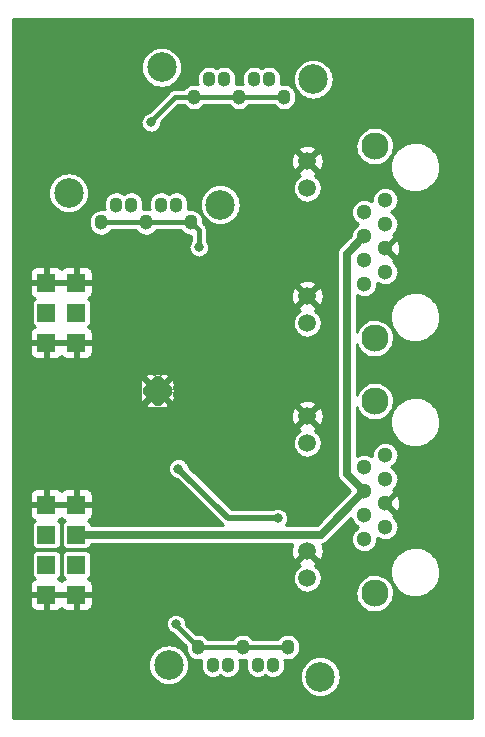
<source format=gbr>
%TF.GenerationSoftware,KiCad,Pcbnew,6.0.4-6f826c9f35~116~ubuntu20.04.1*%
%TF.CreationDate,2022-05-13T07:00:53+00:00*%
%TF.ProjectId,RFIQINT02B,52464951-494e-4543-9032-422e6b696361,REV*%
%TF.SameCoordinates,Original*%
%TF.FileFunction,Copper,L1,Top*%
%TF.FilePolarity,Positive*%
%FSLAX46Y46*%
G04 Gerber Fmt 4.6, Leading zero omitted, Abs format (unit mm)*
G04 Created by KiCad (PCBNEW 6.0.4-6f826c9f35~116~ubuntu20.04.1) date 2022-05-13 07:00:53*
%MOMM*%
%LPD*%
G01*
G04 APERTURE LIST*
G04 Aperture macros list*
%AMRoundRect*
0 Rectangle with rounded corners*
0 $1 Rounding radius*
0 $2 $3 $4 $5 $6 $7 $8 $9 X,Y pos of 4 corners*
0 Add a 4 corners polygon primitive as box body*
4,1,4,$2,$3,$4,$5,$6,$7,$8,$9,$2,$3,0*
0 Add four circle primitives for the rounded corners*
1,1,$1+$1,$2,$3*
1,1,$1+$1,$4,$5*
1,1,$1+$1,$6,$7*
1,1,$1+$1,$8,$9*
0 Add four rect primitives between the rounded corners*
20,1,$1+$1,$2,$3,$4,$5,0*
20,1,$1+$1,$4,$5,$6,$7,0*
20,1,$1+$1,$6,$7,$8,$9,0*
20,1,$1+$1,$8,$9,$2,$3,0*%
G04 Aperture macros list end*
%TA.AperFunction,ComponentPad*%
%ADD10R,1.524000X1.524000*%
%TD*%
%TA.AperFunction,ComponentPad*%
%ADD11O,1.100000X1.300000*%
%TD*%
%TA.AperFunction,ComponentPad*%
%ADD12C,2.500000*%
%TD*%
%TA.AperFunction,ComponentPad*%
%ADD13C,1.300000*%
%TD*%
%TA.AperFunction,ComponentPad*%
%ADD14C,1.500000*%
%TD*%
%TA.AperFunction,ComponentPad*%
%ADD15C,2.300000*%
%TD*%
%TA.AperFunction,ComponentPad*%
%ADD16C,6.000000*%
%TD*%
%TA.AperFunction,ComponentPad*%
%ADD17C,0.600000*%
%TD*%
%TA.AperFunction,SMDPad,CuDef*%
%ADD18RoundRect,0.250000X-0.600000X-0.600000X0.600000X-0.600000X0.600000X0.600000X-0.600000X0.600000X0*%
%TD*%
%TA.AperFunction,ViaPad*%
%ADD19C,0.800000*%
%TD*%
%TA.AperFunction,Conductor*%
%ADD20C,0.700000*%
%TD*%
%TA.AperFunction,Conductor*%
%ADD21C,0.500000*%
%TD*%
%TA.AperFunction,Conductor*%
%ADD22C,0.400000*%
%TD*%
%TA.AperFunction,Conductor*%
%ADD23C,0.250000*%
%TD*%
G04 APERTURE END LIST*
D10*
%TO.P,J6,1*%
%TO.N,GND*%
X3683000Y37739320D03*
%TO.P,J6,2*%
X6223000Y37739320D03*
%TO.P,J6,3*%
%TO.N,+3V8*%
X3683000Y35199320D03*
%TO.P,J6,4*%
X6223000Y35199320D03*
%TO.P,J6,5*%
%TO.N,GND*%
X3683000Y32659320D03*
%TO.P,J6,6*%
X6223000Y32659320D03*
%TD*%
D11*
%TO.P,J4,1,1*%
%TO.N,Net-(J4-Pad1)*%
X23825200Y53465600D03*
%TO.P,J4,2,2*%
%TO.N,/ADC3_P*%
X22555200Y54965600D03*
%TO.P,J4,3,3*%
%TO.N,/ADC3_N*%
X21285200Y54965600D03*
%TO.P,J4,4,4*%
%TO.N,Net-(J4-Pad1)*%
X20015200Y53465600D03*
%TO.P,J4,5,5*%
%TO.N,/ADC4_P*%
X18745200Y54965600D03*
%TO.P,J4,6,6*%
%TO.N,/ADC4_N*%
X17475200Y54965600D03*
%TO.P,J4,7,7*%
%TO.N,Net-(J4-Pad1)*%
X16205200Y53465600D03*
D12*
%TO.P,J4,8*%
%TO.N,N/C*%
X13455200Y55965600D03*
%TO.P,J4,9*%
X26285200Y54965600D03*
%TD*%
D13*
%TO.P,J5,1*%
%TO.N,/ADC3_P*%
X32385000Y44718320D03*
%TO.P,J5,2*%
%TO.N,/ADC3_N*%
X30605000Y43698320D03*
%TO.P,J5,3*%
%TO.N,/CLKOUT1_N*%
X32385000Y42688320D03*
%TO.P,J5,4*%
%TO.N,VCC*%
X30605000Y41668320D03*
%TO.P,J5,5*%
%TO.N,GND*%
X32385000Y40658320D03*
%TO.P,J5,6*%
%TO.N,/CLKOUT1_P*%
X30605000Y39638320D03*
%TO.P,J5,7*%
%TO.N,/ADC4_P*%
X32385000Y38628320D03*
%TO.P,J5,8*%
%TO.N,/ADC4_N*%
X30605000Y37608320D03*
D14*
%TO.P,J5,9,D2_K*%
%TO.N,GND*%
X25785000Y48028320D03*
%TO.P,J5,10,D2_A*%
%TO.N,Net-(J5-Pad10)*%
X25785000Y45738320D03*
%TO.P,J5,11,D1_K*%
%TO.N,GND*%
X25785000Y36598320D03*
%TO.P,J5,12,D1_A*%
%TO.N,Net-(J5-Pad12)*%
X25785000Y34308320D03*
D15*
%TO.P,J5,13,SHIELD*%
%TO.N,unconnected-(J5-Pad13)*%
X31495000Y33038320D03*
%TO.P,J5,14,SHIELD*%
%TO.N,Net-(C12-Pad1)*%
X31495000Y49298320D03*
%TD*%
D16*
%TO.P,M3,1*%
%TO.N,GND*%
X35560000Y55880000D03*
%TD*%
D13*
%TO.P,J2,1*%
%TO.N,/ADC1_P*%
X32385000Y23128320D03*
%TO.P,J2,2*%
%TO.N,/ADC1_N*%
X30605000Y22108320D03*
%TO.P,J2,3*%
%TO.N,/CLKOUT0_N*%
X32385000Y21098320D03*
%TO.P,J2,4*%
%TO.N,VCC*%
X30605000Y20078320D03*
%TO.P,J2,5*%
%TO.N,GND*%
X32385000Y19068320D03*
%TO.P,J2,6*%
%TO.N,/CLKOUT0_P*%
X30605000Y18048320D03*
%TO.P,J2,7*%
%TO.N,/ADC2_P*%
X32385000Y17038320D03*
%TO.P,J2,8*%
%TO.N,/ADC2_N*%
X30605000Y16018320D03*
D14*
%TO.P,J2,9,D2_K*%
%TO.N,GND*%
X25785000Y26438320D03*
%TO.P,J2,10,D2_A*%
%TO.N,Net-(J2-Pad10)*%
X25785000Y24148320D03*
%TO.P,J2,11,D1_K*%
%TO.N,GND*%
X25785000Y15008320D03*
%TO.P,J2,12,D1_A*%
%TO.N,Net-(J2-Pad12)*%
X25785000Y12718320D03*
D15*
%TO.P,J2,13,SHIELD*%
%TO.N,Net-(C7-Pad1)*%
X31495000Y11448320D03*
%TO.P,J2,14*%
%TO.N,N/C*%
X31495000Y27708320D03*
%TD*%
D11*
%TO.P,J3,1,1*%
%TO.N,Net-(J3-Pad1)*%
X15955000Y42843320D03*
%TO.P,J3,2,2*%
%TO.N,/CLKIN_N*%
X14685000Y44343320D03*
%TO.P,J3,3,3*%
%TO.N,/CLKIN_P*%
X13415000Y44343320D03*
%TO.P,J3,4,4*%
%TO.N,Net-(J3-Pad1)*%
X12145000Y42843320D03*
%TO.P,J3,5,5*%
%TO.N,unconnected-(J3-Pad5)*%
X10875000Y44343320D03*
%TO.P,J3,6,6*%
%TO.N,unconnected-(J3-Pad6)*%
X9605000Y44343320D03*
%TO.P,J3,7,7*%
%TO.N,Net-(J3-Pad1)*%
X8335000Y42843320D03*
D12*
%TO.P,J3,8*%
%TO.N,N/C*%
X5585000Y45343320D03*
%TO.P,J3,9*%
X18415000Y44343320D03*
%TD*%
D16*
%TO.P,M1,1*%
%TO.N,GND*%
X35560000Y5080000D03*
%TD*%
D11*
%TO.P,J1,1,1*%
%TO.N,Net-(J1-Pad1)*%
X16510000Y6878320D03*
%TO.P,J1,2,2*%
%TO.N,/ADC1_P*%
X17780000Y5378320D03*
%TO.P,J1,3,3*%
%TO.N,/ADC1_N*%
X19050000Y5378320D03*
%TO.P,J1,4,4*%
%TO.N,Net-(J1-Pad1)*%
X20320000Y6878320D03*
%TO.P,J1,5,5*%
%TO.N,/ADC2_P*%
X21590000Y5378320D03*
%TO.P,J1,6,6*%
%TO.N,/ADC2_N*%
X22860000Y5378320D03*
%TO.P,J1,7,7*%
%TO.N,Net-(J1-Pad1)*%
X24130000Y6878320D03*
D12*
%TO.P,J1,8*%
%TO.N,N/C*%
X26880000Y4378320D03*
%TO.P,J1,9*%
X14050000Y5378320D03*
%TD*%
D10*
%TO.P,J7,1*%
%TO.N,GND*%
X3683000Y18943320D03*
%TO.P,J7,2*%
X6223000Y18943320D03*
%TO.P,J7,3*%
%TO.N,VCC*%
X3683000Y16403320D03*
%TO.P,J7,4*%
X6223000Y16403320D03*
%TO.P,J7,5*%
X3683000Y13863320D03*
%TO.P,J7,6*%
X6223000Y13863320D03*
%TO.P,J7,7*%
%TO.N,GND*%
X3683000Y11323320D03*
%TO.P,J7,8*%
X6223000Y11323320D03*
%TD*%
D16*
%TO.P,M2,1*%
%TO.N,GND*%
X5080000Y4973320D03*
%TD*%
D17*
%TO.P,U1,17,GND*%
%TO.N,GND*%
X12531000Y29145320D03*
X13081000Y28045320D03*
X13631000Y28595320D03*
X13631000Y28045320D03*
X12531000Y28595320D03*
D18*
X13081000Y28595320D03*
D17*
X13631000Y29145320D03*
X12531000Y28045320D03*
X13081000Y28595320D03*
X13081000Y29145320D03*
%TD*%
D16*
%TO.P,M4,1*%
%TO.N,GND*%
X5080000Y55880000D03*
%TD*%
D19*
%TO.N,GND*%
X27000200Y7112000D03*
X25603200Y19100800D03*
X19710400Y11277600D03*
X26085800Y38404800D03*
X25679400Y42697400D03*
X19710400Y14020800D03*
X21920200Y48564800D03*
X17424400Y23672800D03*
X27940000Y39776400D03*
X35204400Y37896800D03*
X8229600Y13563600D03*
X19507200Y51460400D03*
X16332200Y24612600D03*
X8763000Y38684200D03*
X23317200Y47142400D03*
X17195800Y12319000D03*
X15214600Y41071800D03*
X10261600Y40081200D03*
X28397200Y5943600D03*
X20929600Y19024600D03*
X22936200Y27609800D03*
X16840200Y51358800D03*
X17801043Y29126769D03*
X20599400Y34594800D03*
X7264400Y23622000D03*
X17170400Y15036800D03*
X27660600Y25069800D03*
X7747000Y29260800D03*
X29362400Y14681200D03*
X35534600Y22428200D03*
X10160000Y8788400D03*
X9017000Y8788400D03*
X20828000Y9702800D03*
X17322800Y33020000D03*
X27838400Y37261800D03*
X29337000Y11887200D03*
X15621000Y31242000D03*
X17170400Y13614400D03*
X27787600Y31648400D03*
X25374600Y10718800D03*
X22402800Y44729400D03*
X20472400Y29235400D03*
X14909800Y39674800D03*
X20015200Y8534400D03*
X34747200Y19964400D03*
X16433800Y32181800D03*
X35204400Y40055800D03*
X35077400Y41783000D03*
X20497800Y27406600D03*
X26111200Y29413200D03*
X21615400Y21564600D03*
X30429200Y5791200D03*
X17145000Y21869400D03*
X23520400Y10464800D03*
X27762200Y29311600D03*
X26009600Y30734000D03*
X9245600Y27736800D03*
X25120600Y39319200D03*
X11176000Y8788400D03*
X17195800Y10718800D03*
X17195800Y34569400D03*
X19710400Y12750800D03*
X7315200Y9347200D03*
X20751800Y49961800D03*
X15392400Y25577800D03*
X20421600Y21336000D03*
X24257000Y30683200D03*
X12674600Y25247600D03*
X12700000Y23850600D03*
X24231600Y28879800D03*
X17195800Y9296400D03*
X21132800Y45821600D03*
X10642600Y27711400D03*
%TO.N,+3V8*%
X14884400Y21996400D03*
X23291800Y17805400D03*
%TO.N,Net-(J3-Pad1)*%
X16611600Y40741600D03*
%TO.N,Net-(J4-Pad1)*%
X12547600Y51308000D03*
%TO.N,Net-(J1-Pad1)*%
X14681200Y8839200D03*
%TD*%
D20*
%TO.N,VCC*%
X6223000Y16403320D02*
X25775920Y16403320D01*
X30605000Y20078320D02*
X29133800Y21549520D01*
X30605000Y20078320D02*
X26930000Y16403320D01*
X29133800Y21793200D02*
X29133800Y40197120D01*
X26930000Y16403320D02*
X25775920Y16403320D01*
X29133800Y21549520D02*
X29133800Y21793200D01*
X29133800Y40197120D02*
X30605000Y41668320D01*
D21*
%TO.N,+3V8*%
X19075400Y17805400D02*
X14884400Y21996400D01*
X23291800Y17805400D02*
X19075400Y17805400D01*
D22*
%TO.N,Net-(J3-Pad1)*%
X16611600Y40741600D02*
X16611600Y42186720D01*
X12145000Y42843320D02*
X15955000Y42843320D01*
X8335000Y42843320D02*
X12145000Y42843320D01*
X16611600Y42186720D02*
X15955000Y42843320D01*
%TO.N,Net-(J4-Pad1)*%
X12547600Y51409600D02*
X14603600Y53465600D01*
X20015200Y53465600D02*
X16205200Y53465600D01*
X23825200Y53465600D02*
X20015200Y53465600D01*
X14603600Y53465600D02*
X16205200Y53465600D01*
X12547600Y51308000D02*
X12547600Y51409600D01*
%TO.N,Net-(J1-Pad1)*%
X16510000Y6878320D02*
X20320000Y6878320D01*
X14681200Y8839200D02*
X14681200Y8707120D01*
X20320000Y6878320D02*
X24130000Y6878320D01*
X14681200Y8707120D02*
X16510000Y6878320D01*
%TD*%
%TO.N,GND*%
D23*
X39762000Y878000D02*
X878000Y878000D01*
X878000Y5368591D01*
X12320933Y5368591D01*
X12340699Y5117443D01*
X12343743Y5098225D01*
X12402553Y4853262D01*
X12408566Y4834756D01*
X12504973Y4602008D01*
X12513807Y4584671D01*
X12645437Y4369871D01*
X12656874Y4354129D01*
X12820486Y4162564D01*
X12834244Y4148806D01*
X13025809Y3985194D01*
X13041551Y3973757D01*
X13256351Y3842127D01*
X13273688Y3833293D01*
X13506436Y3736886D01*
X13524942Y3730873D01*
X13769905Y3672063D01*
X13789123Y3669019D01*
X14040271Y3649253D01*
X14059729Y3649253D01*
X14310877Y3669019D01*
X14330095Y3672063D01*
X14575058Y3730873D01*
X14593564Y3736886D01*
X14826312Y3833293D01*
X14843649Y3842127D01*
X15058449Y3973757D01*
X15074191Y3985194D01*
X15265756Y4148806D01*
X15279514Y4162564D01*
X15443126Y4354129D01*
X15454563Y4369871D01*
X15586193Y4584671D01*
X15595027Y4602008D01*
X15691434Y4834756D01*
X15697447Y4853262D01*
X15756257Y5098225D01*
X15759301Y5117443D01*
X15779067Y5368591D01*
X15779067Y5388049D01*
X15759301Y5639197D01*
X15756257Y5658415D01*
X15697447Y5903378D01*
X15691434Y5921884D01*
X15595027Y6154632D01*
X15586193Y6171969D01*
X15454563Y6386769D01*
X15443126Y6402511D01*
X15279514Y6594076D01*
X15265756Y6607834D01*
X15074191Y6771446D01*
X15058449Y6782883D01*
X14843649Y6914513D01*
X14826312Y6923347D01*
X14593564Y7019754D01*
X14575058Y7025767D01*
X14330095Y7084577D01*
X14310877Y7087621D01*
X14059729Y7107387D01*
X14040271Y7107387D01*
X13789123Y7087621D01*
X13769905Y7084577D01*
X13524942Y7025767D01*
X13506436Y7019754D01*
X13273688Y6923347D01*
X13256351Y6914513D01*
X13041551Y6782883D01*
X13025809Y6771446D01*
X12834244Y6607834D01*
X12820486Y6594076D01*
X12656874Y6402511D01*
X12645437Y6386769D01*
X12513807Y6171969D01*
X12504973Y6154632D01*
X12408566Y5921884D01*
X12402553Y5903378D01*
X12343743Y5658415D01*
X12340699Y5639197D01*
X12320933Y5388049D01*
X12320933Y5368591D01*
X878000Y5368591D01*
X878000Y8837645D01*
X13802617Y8837645D01*
X13819047Y8670075D01*
X13824794Y8643035D01*
X13877941Y8483269D01*
X13889537Y8458174D01*
X13976759Y8314153D01*
X13993626Y8292250D01*
X14110588Y8171133D01*
X14131888Y8153513D01*
X14272777Y8061317D01*
X14297452Y8048852D01*
X14437761Y7996672D01*
X15485500Y6948934D01*
X15485500Y6731128D01*
X15486179Y6718167D01*
X15501005Y6577103D01*
X15506395Y6551746D01*
X15564890Y6371718D01*
X15575434Y6348036D01*
X15670080Y6184104D01*
X15685317Y6163132D01*
X15811979Y6022460D01*
X15831244Y6005114D01*
X15984385Y5893851D01*
X16006834Y5880890D01*
X16179761Y5803897D01*
X16204416Y5795886D01*
X16389573Y5756530D01*
X16415354Y5753820D01*
X16604646Y5753820D01*
X16630427Y5756530D01*
X16805246Y5793689D01*
X16776395Y5704894D01*
X16771005Y5679537D01*
X16756179Y5538473D01*
X16755500Y5525512D01*
X16755500Y5231128D01*
X16756179Y5218167D01*
X16771005Y5077103D01*
X16776395Y5051746D01*
X16834890Y4871718D01*
X16845434Y4848036D01*
X16940080Y4684104D01*
X16955317Y4663132D01*
X17081979Y4522460D01*
X17101244Y4505114D01*
X17254385Y4393851D01*
X17276834Y4380890D01*
X17449761Y4303897D01*
X17474416Y4295886D01*
X17659573Y4256530D01*
X17685354Y4253820D01*
X17874646Y4253820D01*
X17900427Y4256530D01*
X18085584Y4295886D01*
X18110239Y4303897D01*
X18283166Y4380890D01*
X18305615Y4393851D01*
X18415000Y4473324D01*
X18524385Y4393851D01*
X18546834Y4380890D01*
X18719761Y4303897D01*
X18744416Y4295886D01*
X18929573Y4256530D01*
X18955354Y4253820D01*
X19144646Y4253820D01*
X19170427Y4256530D01*
X19355584Y4295886D01*
X19380239Y4303897D01*
X19553166Y4380890D01*
X19575615Y4393851D01*
X19728756Y4505114D01*
X19748021Y4522460D01*
X19874683Y4663132D01*
X19889920Y4684104D01*
X19984566Y4848036D01*
X19995110Y4871718D01*
X20053605Y5051746D01*
X20058995Y5077103D01*
X20073821Y5218167D01*
X20074500Y5231128D01*
X20074500Y5525512D01*
X20073821Y5538473D01*
X20058995Y5679537D01*
X20053605Y5704894D01*
X20024754Y5793689D01*
X20199573Y5756530D01*
X20225354Y5753820D01*
X20414646Y5753820D01*
X20440427Y5756530D01*
X20615246Y5793689D01*
X20586395Y5704894D01*
X20581005Y5679537D01*
X20566179Y5538473D01*
X20565500Y5525512D01*
X20565500Y5231128D01*
X20566179Y5218167D01*
X20581005Y5077103D01*
X20586395Y5051746D01*
X20644890Y4871718D01*
X20655434Y4848036D01*
X20750080Y4684104D01*
X20765317Y4663132D01*
X20891979Y4522460D01*
X20911244Y4505114D01*
X21064385Y4393851D01*
X21086834Y4380890D01*
X21259761Y4303897D01*
X21284416Y4295886D01*
X21469573Y4256530D01*
X21495354Y4253820D01*
X21684646Y4253820D01*
X21710427Y4256530D01*
X21895584Y4295886D01*
X21920239Y4303897D01*
X22093166Y4380890D01*
X22115615Y4393851D01*
X22225000Y4473324D01*
X22334385Y4393851D01*
X22356834Y4380890D01*
X22529761Y4303897D01*
X22554416Y4295886D01*
X22739573Y4256530D01*
X22765354Y4253820D01*
X22954646Y4253820D01*
X22980427Y4256530D01*
X23165584Y4295886D01*
X23190239Y4303897D01*
X23335542Y4368591D01*
X25150933Y4368591D01*
X25170699Y4117443D01*
X25173743Y4098225D01*
X25232553Y3853262D01*
X25238566Y3834756D01*
X25334973Y3602008D01*
X25343807Y3584671D01*
X25475437Y3369871D01*
X25486874Y3354129D01*
X25650486Y3162564D01*
X25664244Y3148806D01*
X25855809Y2985194D01*
X25871551Y2973757D01*
X26086351Y2842127D01*
X26103688Y2833293D01*
X26336436Y2736886D01*
X26354942Y2730873D01*
X26599905Y2672063D01*
X26619123Y2669019D01*
X26870271Y2649253D01*
X26889729Y2649253D01*
X27140877Y2669019D01*
X27160095Y2672063D01*
X27405058Y2730873D01*
X27423564Y2736886D01*
X27656312Y2833293D01*
X27673649Y2842127D01*
X27888449Y2973757D01*
X27904191Y2985194D01*
X28095756Y3148806D01*
X28109514Y3162564D01*
X28273126Y3354129D01*
X28284563Y3369871D01*
X28416193Y3584671D01*
X28425027Y3602008D01*
X28521434Y3834756D01*
X28527447Y3853262D01*
X28586257Y4098225D01*
X28589301Y4117443D01*
X28609067Y4368591D01*
X28609067Y4388049D01*
X28589301Y4639197D01*
X28586257Y4658415D01*
X28527447Y4903378D01*
X28521434Y4921884D01*
X28425027Y5154632D01*
X28416193Y5171969D01*
X28284563Y5386769D01*
X28273126Y5402511D01*
X28109514Y5594076D01*
X28095756Y5607834D01*
X27904191Y5771446D01*
X27888449Y5782883D01*
X27673649Y5914513D01*
X27656312Y5923347D01*
X27423564Y6019754D01*
X27405058Y6025767D01*
X27160095Y6084577D01*
X27140877Y6087621D01*
X26889729Y6107387D01*
X26870271Y6107387D01*
X26619123Y6087621D01*
X26599905Y6084577D01*
X26354942Y6025767D01*
X26336436Y6019754D01*
X26103688Y5923347D01*
X26086351Y5914513D01*
X25871551Y5782883D01*
X25855809Y5771446D01*
X25664244Y5607834D01*
X25650486Y5594076D01*
X25486874Y5402511D01*
X25475437Y5386769D01*
X25343807Y5171969D01*
X25334973Y5154632D01*
X25238566Y4921884D01*
X25232553Y4903378D01*
X25173743Y4658415D01*
X25170699Y4639197D01*
X25150933Y4388049D01*
X25150933Y4368591D01*
X23335542Y4368591D01*
X23363166Y4380890D01*
X23385615Y4393851D01*
X23538756Y4505114D01*
X23558021Y4522460D01*
X23684683Y4663132D01*
X23699920Y4684104D01*
X23794566Y4848036D01*
X23805110Y4871718D01*
X23863605Y5051746D01*
X23868995Y5077103D01*
X23883821Y5218167D01*
X23884500Y5231128D01*
X23884500Y5525512D01*
X23883821Y5538473D01*
X23868995Y5679537D01*
X23863605Y5704894D01*
X23834754Y5793689D01*
X24009573Y5756530D01*
X24035354Y5753820D01*
X24224646Y5753820D01*
X24250427Y5756530D01*
X24435584Y5795886D01*
X24460239Y5803897D01*
X24633166Y5880890D01*
X24655615Y5893851D01*
X24808756Y6005114D01*
X24828021Y6022460D01*
X24954683Y6163132D01*
X24969920Y6184104D01*
X25064566Y6348036D01*
X25075110Y6371718D01*
X25133605Y6551746D01*
X25138995Y6577103D01*
X25153821Y6718167D01*
X25154500Y6731128D01*
X25154500Y7025512D01*
X25153821Y7038473D01*
X25138995Y7179537D01*
X25133605Y7204894D01*
X25075110Y7384922D01*
X25064566Y7408604D01*
X24969920Y7572536D01*
X24954683Y7593508D01*
X24828021Y7734180D01*
X24808756Y7751526D01*
X24655615Y7862789D01*
X24633166Y7875750D01*
X24460239Y7952743D01*
X24435584Y7960754D01*
X24250427Y8000110D01*
X24224646Y8002820D01*
X24035354Y8002820D01*
X24009573Y8000110D01*
X23824416Y7960754D01*
X23799761Y7952743D01*
X23626834Y7875750D01*
X23604385Y7862789D01*
X23451244Y7751526D01*
X23431979Y7734180D01*
X23305317Y7593508D01*
X23290080Y7572536D01*
X23278697Y7552820D01*
X21171303Y7552820D01*
X21159920Y7572536D01*
X21144683Y7593508D01*
X21018021Y7734180D01*
X20998756Y7751526D01*
X20845615Y7862789D01*
X20823166Y7875750D01*
X20650239Y7952743D01*
X20625584Y7960754D01*
X20440427Y8000110D01*
X20414646Y8002820D01*
X20225354Y8002820D01*
X20199573Y8000110D01*
X20014416Y7960754D01*
X19989761Y7952743D01*
X19816834Y7875750D01*
X19794385Y7862789D01*
X19641244Y7751526D01*
X19621979Y7734180D01*
X19495317Y7593508D01*
X19480080Y7572536D01*
X19468697Y7552820D01*
X17361303Y7552820D01*
X17349920Y7572536D01*
X17334683Y7593508D01*
X17208021Y7734180D01*
X17188756Y7751526D01*
X17035615Y7862789D01*
X17013166Y7875750D01*
X16840239Y7952743D01*
X16815584Y7960754D01*
X16630427Y8000110D01*
X16604646Y8002820D01*
X16415354Y8002820D01*
X16389573Y8000110D01*
X16350419Y7991788D01*
X15556780Y8785426D01*
X15558948Y8800854D01*
X15560143Y8816383D01*
X15560437Y8837471D01*
X15559676Y8853022D01*
X15540908Y9020346D01*
X15534784Y9047304D01*
X15479411Y9206312D01*
X15467466Y9231242D01*
X15378242Y9374031D01*
X15361071Y9395696D01*
X15242429Y9515169D01*
X15220884Y9532491D01*
X15078721Y9622710D01*
X15053875Y9634828D01*
X14895258Y9691309D01*
X14868345Y9697622D01*
X14701156Y9717559D01*
X14673511Y9717752D01*
X14506059Y9700152D01*
X14479060Y9694215D01*
X14319670Y9639954D01*
X14294657Y9628184D01*
X14151248Y9539958D01*
X14129464Y9522938D01*
X14009166Y9405133D01*
X13991694Y9383711D01*
X13900485Y9242182D01*
X13888193Y9217421D01*
X13830605Y9059202D01*
X13824105Y9032332D01*
X13803003Y8865286D01*
X13802617Y8837645D01*
X878000Y8837645D01*
X878000Y10513232D01*
X2289001Y10513232D01*
X2289726Y10499843D01*
X2296473Y10437724D01*
X2303639Y10407585D01*
X2354719Y10271330D01*
X2371602Y10240493D01*
X2458870Y10124051D01*
X2483731Y10099190D01*
X2600173Y10011922D01*
X2631010Y9995039D01*
X2767265Y9943959D01*
X2797401Y9936793D01*
X2859519Y9930045D01*
X2872911Y9929320D01*
X3429000Y9929320D01*
X3496039Y9949005D01*
X3541794Y10001809D01*
X3553000Y10053320D01*
X3553000Y10053321D01*
X3813000Y10053321D01*
X3832685Y9986282D01*
X3885489Y9940527D01*
X3937000Y9929321D01*
X4493088Y9929321D01*
X4506477Y9930046D01*
X4568596Y9936793D01*
X4598735Y9943959D01*
X4734990Y9995039D01*
X4765827Y10011922D01*
X4882269Y10099190D01*
X4907130Y10124051D01*
X4953000Y10185256D01*
X4998870Y10124051D01*
X5023731Y10099190D01*
X5140173Y10011922D01*
X5171010Y9995039D01*
X5307265Y9943959D01*
X5337401Y9936793D01*
X5399519Y9930045D01*
X5412911Y9929320D01*
X5969000Y9929320D01*
X6036039Y9949005D01*
X6081794Y10001809D01*
X6093000Y10053320D01*
X6093000Y10053321D01*
X6353000Y10053321D01*
X6372685Y9986282D01*
X6425489Y9940527D01*
X6477000Y9929321D01*
X7033088Y9929321D01*
X7046477Y9930046D01*
X7108596Y9936793D01*
X7138735Y9943959D01*
X7274990Y9995039D01*
X7305827Y10011922D01*
X7422269Y10099190D01*
X7447130Y10124051D01*
X7534398Y10240493D01*
X7551281Y10271330D01*
X7602361Y10407585D01*
X7609527Y10437721D01*
X7616275Y10499839D01*
X7617000Y10513231D01*
X7617000Y11069320D01*
X7597315Y11136359D01*
X7544511Y11182114D01*
X7493000Y11193320D01*
X6477000Y11193320D01*
X6409961Y11173635D01*
X6364206Y11120831D01*
X6353000Y11069320D01*
X6353000Y10053321D01*
X6093000Y10053321D01*
X6093000Y11069320D01*
X6073315Y11136359D01*
X6020511Y11182114D01*
X5969000Y11193320D01*
X3937000Y11193320D01*
X3869961Y11173635D01*
X3824206Y11120831D01*
X3813000Y11069320D01*
X3813000Y10053321D01*
X3553000Y10053321D01*
X3553000Y11069320D01*
X3533315Y11136359D01*
X3480511Y11182114D01*
X3429000Y11193320D01*
X2413001Y11193320D01*
X2345962Y11173635D01*
X2300207Y11120831D01*
X2289001Y11069320D01*
X2289001Y10513232D01*
X878000Y10513232D01*
X878000Y11577320D01*
X2289000Y11577320D01*
X2308685Y11510281D01*
X2361489Y11464526D01*
X2413000Y11453320D01*
X7492999Y11453320D01*
X7560038Y11473005D01*
X7564338Y11477968D01*
X29866012Y11477968D01*
X29880216Y11231637D01*
X29883044Y11211514D01*
X29937289Y10970810D01*
X29943365Y10951419D01*
X30036194Y10722807D01*
X30045357Y10704669D01*
X30174279Y10494289D01*
X30186280Y10477891D01*
X30347831Y10291391D01*
X30362350Y10277173D01*
X30552192Y10119563D01*
X30568838Y10107908D01*
X30781872Y9983421D01*
X30800198Y9974641D01*
X31030704Y9886620D01*
X31050217Y9880950D01*
X31292004Y9831757D01*
X31312182Y9829351D01*
X31558756Y9820310D01*
X31579056Y9821232D01*
X31823797Y9852584D01*
X31843674Y9856809D01*
X32080007Y9927712D01*
X32098926Y9935127D01*
X32320506Y10043678D01*
X32337961Y10054083D01*
X32538836Y10197366D01*
X32554357Y10210482D01*
X32729133Y10384649D01*
X32742303Y10400124D01*
X32886286Y10600498D01*
X32896752Y10617916D01*
X33006075Y10839115D01*
X33013556Y10858009D01*
X33085284Y11094093D01*
X33089578Y11113955D01*
X33121784Y11358585D01*
X33122808Y11371740D01*
X33124606Y11445290D01*
X33124226Y11458481D01*
X33104008Y11704392D01*
X33100689Y11724439D01*
X33040580Y11963745D01*
X33034031Y11982982D01*
X32935643Y12209258D01*
X32926041Y12227167D01*
X32792018Y12434335D01*
X32779619Y12450434D01*
X32613560Y12632931D01*
X32598698Y12646790D01*
X32405062Y12799714D01*
X32388137Y12810960D01*
X32172125Y12930205D01*
X32153590Y12938535D01*
X31921002Y13020899D01*
X31901356Y13026089D01*
X31658440Y13069359D01*
X31638209Y13071272D01*
X31391487Y13074286D01*
X31371216Y13072868D01*
X31127314Y13035546D01*
X31107546Y13030837D01*
X30873016Y12954181D01*
X30854283Y12946306D01*
X30635422Y12832374D01*
X30618227Y12821546D01*
X30420912Y12673398D01*
X30405716Y12659906D01*
X30235248Y12481521D01*
X30222460Y12465729D01*
X30083415Y12261897D01*
X30073377Y12244228D01*
X29969491Y12020424D01*
X29962475Y12001354D01*
X29896536Y11763587D01*
X29892728Y11743626D01*
X29866508Y11498283D01*
X29866012Y11477968D01*
X7564338Y11477968D01*
X7605793Y11525809D01*
X7616999Y11577320D01*
X7616999Y12133408D01*
X7616274Y12146797D01*
X7609527Y12208916D01*
X7602361Y12239055D01*
X7551281Y12375310D01*
X7534398Y12406147D01*
X7447130Y12522589D01*
X7422269Y12547450D01*
X7305827Y12634718D01*
X7274990Y12651601D01*
X7201693Y12679079D01*
X7246504Y12701080D01*
X7279613Y12724783D01*
X7293946Y12739141D01*
X24556429Y12739141D01*
X24569657Y12537316D01*
X24573207Y12514903D01*
X24622993Y12318869D01*
X24630568Y12297478D01*
X24715246Y12113799D01*
X24726592Y12094147D01*
X24843324Y11928974D01*
X24858062Y11911718D01*
X25002940Y11770585D01*
X25020575Y11756305D01*
X25188746Y11643936D01*
X25208689Y11633108D01*
X25394522Y11553268D01*
X25416103Y11546256D01*
X25613373Y11501618D01*
X25635872Y11498656D01*
X25837974Y11490716D01*
X25860635Y11491903D01*
X26060800Y11520925D01*
X26082866Y11526223D01*
X26274390Y11591237D01*
X26295120Y11600466D01*
X26471590Y11699293D01*
X26490292Y11712147D01*
X26645796Y11841479D01*
X26661841Y11857524D01*
X26791173Y12013028D01*
X26804027Y12031730D01*
X26902854Y12208200D01*
X26912083Y12228930D01*
X26977097Y12420454D01*
X26982395Y12442520D01*
X27011417Y12642685D01*
X27012657Y12657231D01*
X27014172Y12715073D01*
X27013695Y12729666D01*
X26995188Y12931075D01*
X26991052Y12953387D01*
X26936151Y13148052D01*
X26928019Y13169238D01*
X26886708Y13253009D01*
X32795824Y13253009D01*
X32811392Y12970136D01*
X32813588Y12952759D01*
X32868857Y12674903D01*
X32873478Y12658008D01*
X32967346Y12390710D01*
X32974303Y12374635D01*
X33104897Y12123231D01*
X33114049Y12108297D01*
X33278764Y11877801D01*
X33289928Y11864305D01*
X33485476Y11659317D01*
X33498432Y11647529D01*
X33720913Y11472140D01*
X33735399Y11462294D01*
X33980373Y11320002D01*
X33996102Y11312297D01*
X34258680Y11205942D01*
X34275339Y11200529D01*
X34550284Y11132232D01*
X34567538Y11129221D01*
X34809151Y11104466D01*
X34821790Y11103820D01*
X34997170Y11103820D01*
X35005928Y11104130D01*
X35216351Y11119029D01*
X35233691Y11121497D01*
X35510645Y11181123D01*
X35527465Y11186009D01*
X35793255Y11284064D01*
X35809219Y11291272D01*
X36058542Y11425799D01*
X36073331Y11435184D01*
X36301211Y11603499D01*
X36314530Y11614875D01*
X36516420Y11813619D01*
X36528003Y11826757D01*
X36699877Y12051965D01*
X36709494Y12066605D01*
X36847920Y12313784D01*
X36855377Y12329632D01*
X36957595Y12593849D01*
X36962745Y12610590D01*
X37026715Y12886573D01*
X37029456Y12903873D01*
X37053901Y13186117D01*
X37054176Y13203631D01*
X37038608Y13486504D01*
X37036412Y13503881D01*
X36981143Y13781737D01*
X36976522Y13798632D01*
X36882654Y14065930D01*
X36875697Y14082005D01*
X36745103Y14333409D01*
X36735951Y14348343D01*
X36571236Y14578839D01*
X36560072Y14592335D01*
X36364524Y14797323D01*
X36351568Y14809111D01*
X36129087Y14984500D01*
X36114601Y14994346D01*
X35869627Y15136638D01*
X35853898Y15144343D01*
X35591320Y15250698D01*
X35574661Y15256111D01*
X35299716Y15324408D01*
X35282462Y15327419D01*
X35040849Y15352174D01*
X35028210Y15352820D01*
X34852830Y15352820D01*
X34844072Y15352510D01*
X34633649Y15337611D01*
X34616309Y15335143D01*
X34339355Y15275517D01*
X34322535Y15270631D01*
X34056745Y15172576D01*
X34040781Y15165368D01*
X33791458Y15030841D01*
X33776669Y15021456D01*
X33548789Y14853141D01*
X33535470Y14841765D01*
X33333580Y14643021D01*
X33321997Y14629883D01*
X33150123Y14404675D01*
X33140506Y14390035D01*
X33002080Y14142856D01*
X32994623Y14127008D01*
X32892405Y13862791D01*
X32887255Y13846050D01*
X32823285Y13570067D01*
X32820544Y13552767D01*
X32796099Y13270523D01*
X32795824Y13253009D01*
X26886708Y13253009D01*
X26838563Y13350637D01*
X26826706Y13369985D01*
X26705690Y13532045D01*
X26690506Y13548909D01*
X26541983Y13686202D01*
X26523980Y13700016D01*
X26407301Y13773635D01*
X26468808Y13802317D01*
X26487526Y13813124D01*
X26548111Y13855546D01*
X26591736Y13910123D01*
X26598930Y13979621D01*
X26564669Y14044802D01*
X25872681Y14736791D01*
X25811358Y14770276D01*
X25741667Y14765292D01*
X25697319Y14736791D01*
X25005331Y14044802D01*
X24971846Y13983479D01*
X24976830Y13913787D01*
X25021889Y13855546D01*
X25082474Y13813124D01*
X25101192Y13802317D01*
X25163297Y13773357D01*
X25071971Y13719024D01*
X25053612Y13705686D01*
X24901546Y13572328D01*
X24885925Y13555867D01*
X24760709Y13397030D01*
X24748351Y13378000D01*
X24654176Y13199004D01*
X24645491Y13178038D01*
X24585514Y12984878D01*
X24580797Y12962682D01*
X24557024Y12761826D01*
X24556429Y12739141D01*
X7293946Y12739141D01*
X7362051Y12807365D01*
X7385696Y12840515D01*
X7436939Y12945347D01*
X7448237Y12981902D01*
X7458201Y13050202D01*
X7459500Y13068102D01*
X7459500Y14658538D01*
X7458178Y14676598D01*
X7448036Y14745492D01*
X7436666Y14782081D01*
X7385240Y14886824D01*
X7361537Y14919933D01*
X7278955Y15002371D01*
X7245805Y15026016D01*
X7140973Y15077259D01*
X7104418Y15088557D01*
X7036118Y15098521D01*
X7018218Y15099820D01*
X5427782Y15099820D01*
X5409722Y15098498D01*
X5340828Y15088356D01*
X5304239Y15076986D01*
X5199496Y15025560D01*
X5166387Y15001857D01*
X5083949Y14919275D01*
X5060304Y14886125D01*
X5009061Y14781293D01*
X4997763Y14744738D01*
X4987799Y14676438D01*
X4986500Y14658538D01*
X4986500Y13068102D01*
X4987822Y13050042D01*
X4997964Y12981148D01*
X5009334Y12944559D01*
X5060760Y12839816D01*
X5084463Y12806707D01*
X5167045Y12724269D01*
X5200195Y12700624D01*
X5244287Y12679071D01*
X5171010Y12651601D01*
X5140173Y12634718D01*
X5023731Y12547450D01*
X4998870Y12522589D01*
X4953000Y12461384D01*
X4907130Y12522589D01*
X4882269Y12547450D01*
X4765827Y12634718D01*
X4734990Y12651601D01*
X4661693Y12679079D01*
X4706504Y12701080D01*
X4739613Y12724783D01*
X4822051Y12807365D01*
X4845696Y12840515D01*
X4896939Y12945347D01*
X4908237Y12981902D01*
X4918201Y13050202D01*
X4919500Y13068102D01*
X4919500Y14658538D01*
X4918178Y14676598D01*
X4908036Y14745492D01*
X4896666Y14782081D01*
X4845240Y14886824D01*
X4821537Y14919933D01*
X4738955Y15002371D01*
X4705805Y15026016D01*
X4600973Y15077259D01*
X4564418Y15088557D01*
X4496118Y15098521D01*
X4478218Y15099820D01*
X2887782Y15099820D01*
X2869722Y15098498D01*
X2800828Y15088356D01*
X2764239Y15076986D01*
X2659496Y15025560D01*
X2626387Y15001857D01*
X2543949Y14919275D01*
X2520304Y14886125D01*
X2469061Y14781293D01*
X2457763Y14744738D01*
X2447799Y14676438D01*
X2446500Y14658538D01*
X2446500Y13068102D01*
X2447822Y13050042D01*
X2457964Y12981148D01*
X2469334Y12944559D01*
X2520760Y12839816D01*
X2544463Y12806707D01*
X2627045Y12724269D01*
X2660195Y12700624D01*
X2704287Y12679071D01*
X2631010Y12651601D01*
X2600173Y12634718D01*
X2483731Y12547450D01*
X2458870Y12522589D01*
X2371602Y12406147D01*
X2354719Y12375310D01*
X2303639Y12239055D01*
X2296473Y12208919D01*
X2289725Y12146801D01*
X2289000Y12133409D01*
X2289000Y11577320D01*
X878000Y11577320D01*
X878000Y18133232D01*
X2289001Y18133232D01*
X2289726Y18119843D01*
X2296473Y18057724D01*
X2303639Y18027585D01*
X2354719Y17891330D01*
X2371602Y17860493D01*
X2458870Y17744051D01*
X2483731Y17719190D01*
X2600173Y17631922D01*
X2631010Y17615039D01*
X2704307Y17587561D01*
X2659496Y17565560D01*
X2626387Y17541857D01*
X2543949Y17459275D01*
X2520304Y17426125D01*
X2469061Y17321293D01*
X2457763Y17284738D01*
X2447799Y17216438D01*
X2446500Y17198538D01*
X2446500Y15608102D01*
X2447822Y15590042D01*
X2457964Y15521148D01*
X2469334Y15484559D01*
X2520760Y15379816D01*
X2544463Y15346707D01*
X2627045Y15264269D01*
X2660195Y15240624D01*
X2765027Y15189381D01*
X2801582Y15178083D01*
X2869882Y15168119D01*
X2887782Y15166820D01*
X4478218Y15166820D01*
X4496278Y15168142D01*
X4565172Y15178284D01*
X4601761Y15189654D01*
X4706504Y15241080D01*
X4739613Y15264783D01*
X4822051Y15347365D01*
X4845696Y15380515D01*
X4896939Y15485347D01*
X4908237Y15521902D01*
X4918201Y15590202D01*
X4919500Y15608102D01*
X4919500Y17198538D01*
X4918178Y17216598D01*
X4908036Y17285492D01*
X4896666Y17322081D01*
X4845240Y17426824D01*
X4821537Y17459933D01*
X4738955Y17542371D01*
X4705805Y17566016D01*
X4661713Y17587569D01*
X4734990Y17615039D01*
X4765827Y17631922D01*
X4882269Y17719190D01*
X4907130Y17744051D01*
X4953000Y17805256D01*
X4998870Y17744051D01*
X5023731Y17719190D01*
X5140173Y17631922D01*
X5171010Y17615039D01*
X5244307Y17587561D01*
X5199496Y17565560D01*
X5166387Y17541857D01*
X5083949Y17459275D01*
X5060304Y17426125D01*
X5009061Y17321293D01*
X4997763Y17284738D01*
X4987799Y17216438D01*
X4986500Y17198538D01*
X4986500Y15608102D01*
X4987822Y15590042D01*
X4997964Y15521148D01*
X5009334Y15484559D01*
X5060760Y15379816D01*
X5084463Y15346707D01*
X5167045Y15264269D01*
X5200195Y15240624D01*
X5305027Y15189381D01*
X5341582Y15178083D01*
X5409882Y15168119D01*
X5427782Y15166820D01*
X7018218Y15166820D01*
X7036278Y15168142D01*
X7105172Y15178284D01*
X7141761Y15189654D01*
X7246504Y15241080D01*
X7279613Y15264783D01*
X7362051Y15347365D01*
X7385696Y15380515D01*
X7436939Y15485347D01*
X7448237Y15521902D01*
X7456541Y15578820D01*
X24526160Y15578820D01*
X24485969Y15492630D01*
X24478576Y15472318D01*
X24421605Y15259697D01*
X24417852Y15238411D01*
X24398667Y15019127D01*
X24398667Y14997513D01*
X24417852Y14778229D01*
X24421605Y14756943D01*
X24478576Y14544322D01*
X24485969Y14524010D01*
X24578997Y14324513D01*
X24589804Y14305795D01*
X24632226Y14245209D01*
X24686802Y14201584D01*
X24756300Y14194390D01*
X24821482Y14228651D01*
X25785000Y15192168D01*
X26748518Y14228651D01*
X26809841Y14195166D01*
X26879533Y14200150D01*
X26937774Y14245209D01*
X26980196Y14305795D01*
X26991003Y14324513D01*
X27084031Y14524010D01*
X27091424Y14544322D01*
X27148395Y14756943D01*
X27152148Y14778229D01*
X27171333Y14997513D01*
X27171333Y15019127D01*
X27152148Y15238411D01*
X27148395Y15259697D01*
X27091424Y15472318D01*
X27084031Y15492630D01*
X27040661Y15585637D01*
X27050479Y15587350D01*
X27113216Y15594942D01*
X27142148Y15602048D01*
X27148545Y15604465D01*
X27155276Y15605640D01*
X27183795Y15614251D01*
X27241639Y15639642D01*
X27300754Y15661980D01*
X27327155Y15675782D01*
X27332788Y15679653D01*
X27339045Y15682400D01*
X27364689Y15697565D01*
X27414825Y15736036D01*
X27466886Y15771817D01*
X27489234Y15791519D01*
X27530232Y15837534D01*
X29503303Y17810604D01*
X29551062Y17644050D01*
X29559970Y17621549D01*
X29649656Y17447039D01*
X29662766Y17426697D01*
X29784640Y17272929D01*
X29801451Y17255520D01*
X29950871Y17128354D01*
X29970744Y17114543D01*
X30117610Y17032463D01*
X29997063Y16969442D01*
X29976813Y16956191D01*
X29823901Y16833247D01*
X29806610Y16816314D01*
X29680490Y16666009D01*
X29666818Y16646042D01*
X29572294Y16474104D01*
X29562760Y16451860D01*
X29503432Y16264836D01*
X29498401Y16241164D01*
X29476530Y16046179D01*
X29476192Y16021981D01*
X29492610Y15826461D01*
X29496979Y15802658D01*
X29551062Y15614050D01*
X29559970Y15591549D01*
X29649656Y15417039D01*
X29662766Y15396697D01*
X29784640Y15242929D01*
X29801451Y15225520D01*
X29950871Y15098354D01*
X29970744Y15084543D01*
X30142019Y14988821D01*
X30164195Y14979132D01*
X30350800Y14918500D01*
X30374436Y14913303D01*
X30569264Y14890071D01*
X30593459Y14889564D01*
X30789089Y14904617D01*
X30812923Y14908820D01*
X31001903Y14961585D01*
X31024465Y14970336D01*
X31199598Y15058802D01*
X31220031Y15071769D01*
X31374645Y15192566D01*
X31392171Y15209256D01*
X31520377Y15357785D01*
X31534326Y15377560D01*
X31631242Y15548162D01*
X31641086Y15570270D01*
X31703019Y15756447D01*
X31708380Y15780047D01*
X31732971Y15974708D01*
X31733937Y15988518D01*
X31734329Y16016589D01*
X31733749Y16030421D01*
X31724604Y16123688D01*
X31730871Y16118354D01*
X31750744Y16104543D01*
X31922019Y16008821D01*
X31944195Y15999132D01*
X32130800Y15938500D01*
X32154436Y15933303D01*
X32349264Y15910071D01*
X32373459Y15909564D01*
X32569089Y15924617D01*
X32592923Y15928820D01*
X32781903Y15981585D01*
X32804465Y15990336D01*
X32979598Y16078802D01*
X33000031Y16091769D01*
X33154645Y16212566D01*
X33172171Y16229256D01*
X33300377Y16377785D01*
X33314326Y16397560D01*
X33411242Y16568162D01*
X33421086Y16590270D01*
X33483019Y16776447D01*
X33488380Y16800047D01*
X33512971Y16994708D01*
X33513937Y17008518D01*
X33514329Y17036589D01*
X33513749Y17050421D01*
X33494602Y17245693D01*
X33489902Y17269432D01*
X33433192Y17457266D01*
X33423969Y17479641D01*
X33331855Y17652882D01*
X33318463Y17673038D01*
X33194454Y17825089D01*
X33177401Y17842262D01*
X33032960Y17961754D01*
X33066162Y17980348D01*
X33115036Y18030280D01*
X33129155Y18098708D01*
X33104038Y18163907D01*
X33093254Y18176218D01*
X32201152Y19068320D01*
X32227510Y19094678D01*
X32623044Y19094678D01*
X32628028Y19024986D01*
X32656529Y18980639D01*
X33277102Y18360066D01*
X33338425Y18326581D01*
X33408117Y18331565D01*
X33464050Y18373437D01*
X33472972Y18387158D01*
X33555607Y18534712D01*
X33564837Y18555443D01*
X33633247Y18756974D01*
X33638545Y18779039D01*
X33669084Y18989662D01*
X33670324Y19004209D01*
X33671918Y19065074D01*
X33671441Y19079666D01*
X33651967Y19291599D01*
X33647832Y19313911D01*
X33590063Y19518746D01*
X33581930Y19539932D01*
X33487799Y19730809D01*
X33475943Y19750157D01*
X33465370Y19764316D01*
X33409486Y19806254D01*
X33339800Y19811322D01*
X33278333Y19777805D01*
X32656529Y19156001D01*
X32623044Y19094678D01*
X32227510Y19094678D01*
X33092026Y19959194D01*
X33125511Y20020517D01*
X33120527Y20090209D01*
X33078655Y20146142D01*
X33070513Y20151745D01*
X33031504Y20176358D01*
X33154645Y20272566D01*
X33172171Y20289256D01*
X33300377Y20437785D01*
X33314326Y20457560D01*
X33411242Y20628162D01*
X33421086Y20650270D01*
X33483019Y20836447D01*
X33488380Y20860047D01*
X33512971Y21054708D01*
X33513937Y21068518D01*
X33514329Y21096589D01*
X33513749Y21110421D01*
X33494602Y21305693D01*
X33489902Y21329432D01*
X33433192Y21517266D01*
X33423969Y21539641D01*
X33331855Y21712882D01*
X33318463Y21733038D01*
X33194454Y21885089D01*
X33177401Y21902262D01*
X33026220Y22027329D01*
X33006158Y22040861D01*
X32870996Y22113943D01*
X32979598Y22168802D01*
X33000031Y22181769D01*
X33154645Y22302566D01*
X33172171Y22319256D01*
X33300377Y22467785D01*
X33314326Y22487560D01*
X33411242Y22658162D01*
X33421086Y22680270D01*
X33483019Y22866447D01*
X33488380Y22890047D01*
X33512971Y23084708D01*
X33513937Y23098518D01*
X33514329Y23126589D01*
X33513749Y23140421D01*
X33494602Y23335693D01*
X33489902Y23359432D01*
X33433192Y23547266D01*
X33423969Y23569641D01*
X33331855Y23742882D01*
X33318463Y23763038D01*
X33194454Y23915089D01*
X33177401Y23932262D01*
X33026220Y24057329D01*
X33006158Y24070861D01*
X32833563Y24164183D01*
X32811253Y24173562D01*
X32623820Y24231582D01*
X32600114Y24236448D01*
X32404981Y24256958D01*
X32380780Y24257127D01*
X32185379Y24239344D01*
X32161607Y24234809D01*
X31973382Y24179411D01*
X31950944Y24170345D01*
X31777063Y24079442D01*
X31756813Y24066191D01*
X31603901Y23943247D01*
X31586610Y23926314D01*
X31460490Y23776009D01*
X31446818Y23756042D01*
X31352294Y23584104D01*
X31342760Y23561860D01*
X31283432Y23374836D01*
X31278401Y23351164D01*
X31256530Y23156179D01*
X31256192Y23131981D01*
X31265478Y23021398D01*
X31246220Y23037329D01*
X31226158Y23050861D01*
X31053563Y23144183D01*
X31031253Y23153562D01*
X30843820Y23211582D01*
X30820114Y23216448D01*
X30624981Y23236958D01*
X30600780Y23237127D01*
X30405379Y23219344D01*
X30381607Y23214809D01*
X30193382Y23159411D01*
X30170944Y23150345D01*
X29997063Y23059442D01*
X29976813Y23046191D01*
X29958300Y23031306D01*
X29958300Y25953009D01*
X32795824Y25953009D01*
X32811392Y25670136D01*
X32813588Y25652759D01*
X32868857Y25374903D01*
X32873478Y25358008D01*
X32967346Y25090710D01*
X32974303Y25074635D01*
X33104897Y24823231D01*
X33114049Y24808297D01*
X33278764Y24577801D01*
X33289928Y24564305D01*
X33485476Y24359317D01*
X33498432Y24347529D01*
X33720913Y24172140D01*
X33735399Y24162294D01*
X33980373Y24020002D01*
X33996102Y24012297D01*
X34258680Y23905942D01*
X34275339Y23900529D01*
X34550284Y23832232D01*
X34567538Y23829221D01*
X34809151Y23804466D01*
X34821790Y23803820D01*
X34997170Y23803820D01*
X35005928Y23804130D01*
X35216351Y23819029D01*
X35233691Y23821497D01*
X35510645Y23881123D01*
X35527465Y23886009D01*
X35793255Y23984064D01*
X35809219Y23991272D01*
X36058542Y24125799D01*
X36073331Y24135184D01*
X36301211Y24303499D01*
X36314530Y24314875D01*
X36516420Y24513619D01*
X36528003Y24526757D01*
X36699877Y24751965D01*
X36709494Y24766605D01*
X36847920Y25013784D01*
X36855377Y25029632D01*
X36957595Y25293849D01*
X36962745Y25310590D01*
X37026715Y25586573D01*
X37029456Y25603873D01*
X37053901Y25886117D01*
X37054176Y25903631D01*
X37038608Y26186504D01*
X37036412Y26203881D01*
X36981143Y26481737D01*
X36976522Y26498632D01*
X36882654Y26765930D01*
X36875697Y26782005D01*
X36745103Y27033409D01*
X36735951Y27048343D01*
X36571236Y27278839D01*
X36560072Y27292335D01*
X36364524Y27497323D01*
X36351568Y27509111D01*
X36129087Y27684500D01*
X36114601Y27694346D01*
X35869627Y27836638D01*
X35853898Y27844343D01*
X35591320Y27950698D01*
X35574661Y27956111D01*
X35299716Y28024408D01*
X35282462Y28027419D01*
X35040849Y28052174D01*
X35028210Y28052820D01*
X34852830Y28052820D01*
X34844072Y28052510D01*
X34633649Y28037611D01*
X34616309Y28035143D01*
X34339355Y27975517D01*
X34322535Y27970631D01*
X34056745Y27872576D01*
X34040781Y27865368D01*
X33791458Y27730841D01*
X33776669Y27721456D01*
X33548789Y27553141D01*
X33535470Y27541765D01*
X33333580Y27343021D01*
X33321997Y27329883D01*
X33150123Y27104675D01*
X33140506Y27090035D01*
X33002080Y26842856D01*
X32994623Y26827008D01*
X32892405Y26562791D01*
X32887255Y26546050D01*
X32823285Y26270067D01*
X32820544Y26252767D01*
X32796099Y25970523D01*
X32795824Y25953009D01*
X29958300Y25953009D01*
X29958300Y27174638D01*
X30036194Y26982807D01*
X30045357Y26964669D01*
X30174279Y26754289D01*
X30186280Y26737891D01*
X30347831Y26551391D01*
X30362350Y26537173D01*
X30552192Y26379563D01*
X30568838Y26367908D01*
X30781872Y26243421D01*
X30800198Y26234641D01*
X31030704Y26146620D01*
X31050217Y26140950D01*
X31292004Y26091757D01*
X31312182Y26089351D01*
X31558756Y26080310D01*
X31579056Y26081232D01*
X31823797Y26112584D01*
X31843674Y26116809D01*
X32080007Y26187712D01*
X32098926Y26195127D01*
X32320506Y26303678D01*
X32337961Y26314083D01*
X32538836Y26457366D01*
X32554357Y26470482D01*
X32729133Y26644649D01*
X32742303Y26660124D01*
X32886286Y26860498D01*
X32896752Y26877916D01*
X33006075Y27099115D01*
X33013556Y27118009D01*
X33085284Y27354093D01*
X33089578Y27373955D01*
X33121784Y27618585D01*
X33122808Y27631740D01*
X33124606Y27705290D01*
X33124226Y27718481D01*
X33104008Y27964392D01*
X33100689Y27984439D01*
X33040580Y28223745D01*
X33034031Y28242982D01*
X32935643Y28469258D01*
X32926041Y28487167D01*
X32792018Y28694335D01*
X32779619Y28710434D01*
X32613560Y28892931D01*
X32598698Y28906790D01*
X32405062Y29059714D01*
X32388137Y29070960D01*
X32172125Y29190205D01*
X32153590Y29198535D01*
X31921002Y29280899D01*
X31901356Y29286089D01*
X31658440Y29329359D01*
X31638209Y29331272D01*
X31391487Y29334286D01*
X31371216Y29332868D01*
X31127314Y29295546D01*
X31107546Y29290837D01*
X30873016Y29214181D01*
X30854283Y29206306D01*
X30635422Y29092374D01*
X30618227Y29081546D01*
X30420912Y28933398D01*
X30405716Y28919906D01*
X30235248Y28741521D01*
X30222460Y28725729D01*
X30083415Y28521897D01*
X30073377Y28504228D01*
X29969491Y28280424D01*
X29962475Y28261354D01*
X29958300Y28246300D01*
X29958300Y32504638D01*
X30036194Y32312807D01*
X30045357Y32294669D01*
X30174279Y32084289D01*
X30186280Y32067891D01*
X30347831Y31881391D01*
X30362350Y31867173D01*
X30552192Y31709563D01*
X30568838Y31697908D01*
X30781872Y31573421D01*
X30800198Y31564641D01*
X31030704Y31476620D01*
X31050217Y31470950D01*
X31292004Y31421757D01*
X31312182Y31419351D01*
X31558756Y31410310D01*
X31579056Y31411232D01*
X31823797Y31442584D01*
X31843674Y31446809D01*
X32080007Y31517712D01*
X32098926Y31525127D01*
X32320506Y31633678D01*
X32337961Y31644083D01*
X32538836Y31787366D01*
X32554357Y31800482D01*
X32729133Y31974649D01*
X32742303Y31990124D01*
X32886286Y32190498D01*
X32896752Y32207916D01*
X33006075Y32429115D01*
X33013556Y32448009D01*
X33085284Y32684093D01*
X33089578Y32703955D01*
X33121784Y32948585D01*
X33122808Y32961740D01*
X33124606Y33035290D01*
X33124226Y33048481D01*
X33104008Y33294392D01*
X33100689Y33314439D01*
X33040580Y33553745D01*
X33034031Y33572982D01*
X32935643Y33799258D01*
X32926041Y33817167D01*
X32792018Y34024335D01*
X32779619Y34040434D01*
X32613560Y34222931D01*
X32598698Y34236790D01*
X32405062Y34389714D01*
X32388137Y34400960D01*
X32172125Y34520205D01*
X32153590Y34528535D01*
X31921002Y34610899D01*
X31901356Y34616089D01*
X31658440Y34659359D01*
X31638209Y34661272D01*
X31391487Y34664286D01*
X31371216Y34662868D01*
X31127314Y34625546D01*
X31107546Y34620837D01*
X30873016Y34544181D01*
X30854283Y34536306D01*
X30635422Y34422374D01*
X30618227Y34411546D01*
X30420912Y34263398D01*
X30405716Y34249906D01*
X30235248Y34071521D01*
X30222460Y34055729D01*
X30083415Y33851897D01*
X30073377Y33834228D01*
X29969491Y33610424D01*
X29962475Y33591354D01*
X29958300Y33576300D01*
X29958300Y34843009D01*
X32795824Y34843009D01*
X32811392Y34560136D01*
X32813588Y34542759D01*
X32868857Y34264903D01*
X32873478Y34248008D01*
X32967346Y33980710D01*
X32974303Y33964635D01*
X33104897Y33713231D01*
X33114049Y33698297D01*
X33278764Y33467801D01*
X33289928Y33454305D01*
X33485476Y33249317D01*
X33498432Y33237529D01*
X33720913Y33062140D01*
X33735399Y33052294D01*
X33980373Y32910002D01*
X33996102Y32902297D01*
X34258680Y32795942D01*
X34275339Y32790529D01*
X34550284Y32722232D01*
X34567538Y32719221D01*
X34809151Y32694466D01*
X34821790Y32693820D01*
X34997170Y32693820D01*
X35005928Y32694130D01*
X35216351Y32709029D01*
X35233691Y32711497D01*
X35510645Y32771123D01*
X35527465Y32776009D01*
X35793255Y32874064D01*
X35809219Y32881272D01*
X36058542Y33015799D01*
X36073331Y33025184D01*
X36301211Y33193499D01*
X36314530Y33204875D01*
X36516420Y33403619D01*
X36528003Y33416757D01*
X36699877Y33641965D01*
X36709494Y33656605D01*
X36847920Y33903784D01*
X36855377Y33919632D01*
X36957595Y34183849D01*
X36962745Y34200590D01*
X37026715Y34476573D01*
X37029456Y34493873D01*
X37053901Y34776117D01*
X37054176Y34793631D01*
X37038608Y35076504D01*
X37036412Y35093881D01*
X36981143Y35371737D01*
X36976522Y35388632D01*
X36882654Y35655930D01*
X36875697Y35672005D01*
X36745103Y35923409D01*
X36735951Y35938343D01*
X36571236Y36168839D01*
X36560072Y36182335D01*
X36364524Y36387323D01*
X36351568Y36399111D01*
X36129087Y36574500D01*
X36114601Y36584346D01*
X35869627Y36726638D01*
X35853898Y36734343D01*
X35591320Y36840698D01*
X35574661Y36846111D01*
X35299716Y36914408D01*
X35282462Y36917419D01*
X35040849Y36942174D01*
X35028210Y36942820D01*
X34852830Y36942820D01*
X34844072Y36942510D01*
X34633649Y36927611D01*
X34616309Y36925143D01*
X34339355Y36865517D01*
X34322535Y36860631D01*
X34056745Y36762576D01*
X34040781Y36755368D01*
X33791458Y36620841D01*
X33776669Y36611456D01*
X33548789Y36443141D01*
X33535470Y36431765D01*
X33333580Y36233021D01*
X33321997Y36219883D01*
X33150123Y35994675D01*
X33140506Y35980035D01*
X33002080Y35732856D01*
X32994623Y35717008D01*
X32892405Y35452791D01*
X32887255Y35436050D01*
X32823285Y35160067D01*
X32820544Y35142767D01*
X32796099Y34860523D01*
X32795824Y34843009D01*
X29958300Y34843009D01*
X29958300Y36683191D01*
X29970744Y36674543D01*
X30142019Y36578821D01*
X30164195Y36569132D01*
X30350800Y36508500D01*
X30374436Y36503303D01*
X30569264Y36480071D01*
X30593459Y36479564D01*
X30789089Y36494617D01*
X30812923Y36498820D01*
X31001903Y36551585D01*
X31024465Y36560336D01*
X31199598Y36648802D01*
X31220031Y36661769D01*
X31374645Y36782566D01*
X31392171Y36799256D01*
X31520377Y36947785D01*
X31534326Y36967560D01*
X31631242Y37138162D01*
X31641086Y37160270D01*
X31703019Y37346447D01*
X31708380Y37370047D01*
X31732971Y37564708D01*
X31733937Y37578518D01*
X31734329Y37606589D01*
X31733749Y37620421D01*
X31724604Y37713688D01*
X31730871Y37708354D01*
X31750744Y37694543D01*
X31922019Y37598821D01*
X31944195Y37589132D01*
X32130800Y37528500D01*
X32154436Y37523303D01*
X32349264Y37500071D01*
X32373459Y37499564D01*
X32569089Y37514617D01*
X32592923Y37518820D01*
X32781903Y37571585D01*
X32804465Y37580336D01*
X32979598Y37668802D01*
X33000031Y37681769D01*
X33154645Y37802566D01*
X33172171Y37819256D01*
X33300377Y37967785D01*
X33314326Y37987560D01*
X33411242Y38158162D01*
X33421086Y38180270D01*
X33483019Y38366447D01*
X33488380Y38390047D01*
X33512971Y38584708D01*
X33513937Y38598518D01*
X33514329Y38626589D01*
X33513749Y38640421D01*
X33494602Y38835693D01*
X33489902Y38859432D01*
X33433192Y39047266D01*
X33423969Y39069641D01*
X33331855Y39242882D01*
X33318463Y39263038D01*
X33194454Y39415089D01*
X33177401Y39432262D01*
X33032960Y39551754D01*
X33066162Y39570348D01*
X33115036Y39620280D01*
X33129155Y39688708D01*
X33104038Y39753907D01*
X33093254Y39766218D01*
X32201152Y40658320D01*
X32227510Y40684678D01*
X32623044Y40684678D01*
X32628028Y40614986D01*
X32656529Y40570639D01*
X33277102Y39950066D01*
X33338425Y39916581D01*
X33408117Y39921565D01*
X33464050Y39963437D01*
X33472972Y39977158D01*
X33555607Y40124712D01*
X33564837Y40145443D01*
X33633247Y40346974D01*
X33638545Y40369039D01*
X33669084Y40579662D01*
X33670324Y40594209D01*
X33671918Y40655074D01*
X33671441Y40669666D01*
X33651967Y40881599D01*
X33647832Y40903911D01*
X33590063Y41108746D01*
X33581930Y41129932D01*
X33487799Y41320809D01*
X33475943Y41340157D01*
X33465370Y41354316D01*
X33409486Y41396254D01*
X33339800Y41401322D01*
X33278333Y41367805D01*
X32656529Y40746001D01*
X32623044Y40684678D01*
X32227510Y40684678D01*
X33092026Y41549194D01*
X33125511Y41610517D01*
X33120527Y41680209D01*
X33078655Y41736142D01*
X33070513Y41741745D01*
X33031504Y41766358D01*
X33154645Y41862566D01*
X33172171Y41879256D01*
X33300377Y42027785D01*
X33314326Y42047560D01*
X33411242Y42218162D01*
X33421086Y42240270D01*
X33483019Y42426447D01*
X33488380Y42450047D01*
X33512971Y42644708D01*
X33513937Y42658518D01*
X33514329Y42686589D01*
X33513749Y42700421D01*
X33494602Y42895693D01*
X33489902Y42919432D01*
X33433192Y43107266D01*
X33423969Y43129641D01*
X33331855Y43302882D01*
X33318463Y43323038D01*
X33194454Y43475089D01*
X33177401Y43492262D01*
X33026220Y43617329D01*
X33006158Y43630861D01*
X32870996Y43703943D01*
X32979598Y43758802D01*
X33000031Y43771769D01*
X33154645Y43892566D01*
X33172171Y43909256D01*
X33300377Y44057785D01*
X33314326Y44077560D01*
X33411242Y44248162D01*
X33421086Y44270270D01*
X33483019Y44456447D01*
X33488380Y44480047D01*
X33512971Y44674708D01*
X33513937Y44688518D01*
X33514329Y44716589D01*
X33513749Y44730421D01*
X33494602Y44925693D01*
X33489902Y44949432D01*
X33433192Y45137266D01*
X33423969Y45159641D01*
X33331855Y45332882D01*
X33318463Y45353038D01*
X33194454Y45505089D01*
X33177401Y45522262D01*
X33026220Y45647329D01*
X33006158Y45660861D01*
X32833563Y45754183D01*
X32811253Y45763562D01*
X32623820Y45821582D01*
X32600114Y45826448D01*
X32404981Y45846958D01*
X32380780Y45847127D01*
X32185379Y45829344D01*
X32161607Y45824809D01*
X31973382Y45769411D01*
X31950944Y45760345D01*
X31777063Y45669442D01*
X31756813Y45656191D01*
X31603901Y45533247D01*
X31586610Y45516314D01*
X31460490Y45366009D01*
X31446818Y45346042D01*
X31352294Y45174104D01*
X31342760Y45151860D01*
X31283432Y44964836D01*
X31278401Y44941164D01*
X31256530Y44746179D01*
X31256192Y44721981D01*
X31265478Y44611398D01*
X31246220Y44627329D01*
X31226158Y44640861D01*
X31053563Y44734183D01*
X31031253Y44743562D01*
X30843820Y44801582D01*
X30820114Y44806448D01*
X30624981Y44826958D01*
X30600780Y44827127D01*
X30405379Y44809344D01*
X30381607Y44804809D01*
X30193382Y44749411D01*
X30170944Y44740345D01*
X29997063Y44649442D01*
X29976813Y44636191D01*
X29823901Y44513247D01*
X29806610Y44496314D01*
X29680490Y44346009D01*
X29666818Y44326042D01*
X29572294Y44154104D01*
X29562760Y44131860D01*
X29503432Y43944836D01*
X29498401Y43921164D01*
X29476530Y43726179D01*
X29476192Y43701981D01*
X29492610Y43506461D01*
X29496979Y43482658D01*
X29551062Y43294050D01*
X29559970Y43271549D01*
X29649656Y43097039D01*
X29662766Y43076697D01*
X29784640Y42922929D01*
X29801451Y42905520D01*
X29950871Y42778354D01*
X29970744Y42764543D01*
X30117610Y42682463D01*
X29997063Y42619442D01*
X29976813Y42606191D01*
X29823901Y42483247D01*
X29806610Y42466314D01*
X29680490Y42316009D01*
X29666818Y42296042D01*
X29572294Y42124104D01*
X29562760Y42101860D01*
X29503432Y41914836D01*
X29498401Y41891164D01*
X29477754Y41707093D01*
X28570993Y40800332D01*
X28527890Y40762731D01*
X28507953Y40740589D01*
X28471633Y40688910D01*
X28432636Y40639176D01*
X28417201Y40613688D01*
X28414390Y40607462D01*
X28410464Y40601876D01*
X28396384Y40575617D01*
X28373433Y40516753D01*
X28347431Y40459163D01*
X28338522Y40430735D01*
X28337277Y40424016D01*
X28334794Y40417648D01*
X28327385Y40388791D01*
X28319140Y40326159D01*
X28307624Y40264026D01*
X28305754Y40234291D01*
X28309300Y40172787D01*
X28309300Y21578098D01*
X28305409Y21521024D01*
X28306969Y21491270D01*
X28317830Y21429041D01*
X28325422Y21366304D01*
X28332528Y21337372D01*
X28334945Y21330975D01*
X28336120Y21324244D01*
X28344731Y21295725D01*
X28370122Y21237881D01*
X28392460Y21178766D01*
X28406262Y21152365D01*
X28410133Y21146732D01*
X28412880Y21140475D01*
X28428045Y21114831D01*
X28466516Y21064695D01*
X28502297Y21012634D01*
X28521999Y20990286D01*
X28568014Y20949288D01*
X29438981Y20078320D01*
X26588481Y17227820D01*
X23953433Y17227820D01*
X23955867Y17230138D01*
X23973636Y17251314D01*
X24066813Y17391556D01*
X24079450Y17416144D01*
X24139240Y17573544D01*
X24146114Y17600319D01*
X24169548Y17767054D01*
X24170743Y17782583D01*
X24171037Y17803671D01*
X24170276Y17819222D01*
X24151508Y17986546D01*
X24145384Y18013504D01*
X24090011Y18172512D01*
X24078066Y18197442D01*
X23988842Y18340231D01*
X23971671Y18361896D01*
X23853029Y18481369D01*
X23831484Y18498691D01*
X23689321Y18588910D01*
X23664475Y18601028D01*
X23505858Y18657509D01*
X23478945Y18663822D01*
X23311756Y18683759D01*
X23284111Y18683952D01*
X23116659Y18666352D01*
X23089660Y18660415D01*
X22930270Y18606154D01*
X22905257Y18594384D01*
X22800440Y18529900D01*
X19375497Y18529900D01*
X15746162Y22159235D01*
X15744108Y22177546D01*
X15737984Y22204504D01*
X15682611Y22363512D01*
X15670666Y22388442D01*
X15581442Y22531231D01*
X15564271Y22552896D01*
X15445629Y22672369D01*
X15424084Y22689691D01*
X15281921Y22779910D01*
X15257075Y22792028D01*
X15098458Y22848509D01*
X15071545Y22854822D01*
X14904356Y22874759D01*
X14876711Y22874952D01*
X14709259Y22857352D01*
X14682260Y22851415D01*
X14522870Y22797154D01*
X14497857Y22785384D01*
X14354448Y22697158D01*
X14332664Y22680138D01*
X14212366Y22562333D01*
X14194894Y22540911D01*
X14103685Y22399382D01*
X14091393Y22374621D01*
X14033805Y22216402D01*
X14027305Y22189532D01*
X14006203Y22022486D01*
X14005817Y21994845D01*
X14022247Y21827275D01*
X14027994Y21800235D01*
X14081141Y21640469D01*
X14092737Y21615374D01*
X14179959Y21471353D01*
X14196826Y21449450D01*
X14313788Y21328333D01*
X14335088Y21310713D01*
X14475977Y21218517D01*
X14500652Y21206052D01*
X14658466Y21147362D01*
X14685289Y21140674D01*
X14720185Y21136018D01*
X18529519Y17326684D01*
X18548742Y17301632D01*
X18571632Y17278742D01*
X18637995Y17227820D01*
X7456526Y17227820D01*
X7448036Y17285492D01*
X7436666Y17322081D01*
X7385240Y17426824D01*
X7361537Y17459933D01*
X7278955Y17542371D01*
X7245805Y17566016D01*
X7201713Y17587569D01*
X7274990Y17615039D01*
X7305827Y17631922D01*
X7422269Y17719190D01*
X7447130Y17744051D01*
X7534398Y17860493D01*
X7551281Y17891330D01*
X7602361Y18027585D01*
X7609527Y18057721D01*
X7616275Y18119839D01*
X7617000Y18133231D01*
X7617000Y18689320D01*
X7597315Y18756359D01*
X7544511Y18802114D01*
X7493000Y18813320D01*
X2413001Y18813320D01*
X2345962Y18793635D01*
X2300207Y18740831D01*
X2289001Y18689320D01*
X2289001Y18133232D01*
X878000Y18133232D01*
X878000Y19197320D01*
X2289000Y19197320D01*
X2308685Y19130281D01*
X2361489Y19084526D01*
X2413000Y19073320D01*
X3429000Y19073320D01*
X3496039Y19093005D01*
X3541794Y19145809D01*
X3553000Y19197320D01*
X3813000Y19197320D01*
X3832685Y19130281D01*
X3885489Y19084526D01*
X3937000Y19073320D01*
X5969000Y19073320D01*
X6036039Y19093005D01*
X6081794Y19145809D01*
X6093000Y19197320D01*
X6353000Y19197320D01*
X6372685Y19130281D01*
X6425489Y19084526D01*
X6477000Y19073320D01*
X7492999Y19073320D01*
X7560038Y19093005D01*
X7605793Y19145809D01*
X7616999Y19197320D01*
X7616999Y19753408D01*
X7616274Y19766797D01*
X7609527Y19828916D01*
X7602361Y19859055D01*
X7551281Y19995310D01*
X7534398Y20026147D01*
X7447130Y20142589D01*
X7422269Y20167450D01*
X7305827Y20254718D01*
X7274990Y20271601D01*
X7138735Y20322681D01*
X7108599Y20329847D01*
X7046481Y20336595D01*
X7033089Y20337320D01*
X6477000Y20337320D01*
X6409961Y20317635D01*
X6364206Y20264831D01*
X6353000Y20213320D01*
X6353000Y19197320D01*
X6093000Y19197320D01*
X6093000Y20213319D01*
X6073315Y20280358D01*
X6020511Y20326113D01*
X5969000Y20337319D01*
X5412912Y20337319D01*
X5399523Y20336594D01*
X5337404Y20329847D01*
X5307265Y20322681D01*
X5171010Y20271601D01*
X5140173Y20254718D01*
X5023731Y20167450D01*
X4998870Y20142589D01*
X4953000Y20081384D01*
X4907130Y20142589D01*
X4882269Y20167450D01*
X4765827Y20254718D01*
X4734990Y20271601D01*
X4598735Y20322681D01*
X4568599Y20329847D01*
X4506481Y20336595D01*
X4493089Y20337320D01*
X3937000Y20337320D01*
X3869961Y20317635D01*
X3824206Y20264831D01*
X3813000Y20213320D01*
X3813000Y19197320D01*
X3553000Y19197320D01*
X3553000Y20213319D01*
X3533315Y20280358D01*
X3480511Y20326113D01*
X3429000Y20337319D01*
X2872912Y20337319D01*
X2859523Y20336594D01*
X2797404Y20329847D01*
X2767265Y20322681D01*
X2631010Y20271601D01*
X2600173Y20254718D01*
X2483731Y20167450D01*
X2458870Y20142589D01*
X2371602Y20026147D01*
X2354719Y19995310D01*
X2303639Y19859055D01*
X2296473Y19828919D01*
X2289725Y19766801D01*
X2289000Y19753409D01*
X2289000Y19197320D01*
X878000Y19197320D01*
X878000Y24169141D01*
X24556429Y24169141D01*
X24569657Y23967316D01*
X24573207Y23944903D01*
X24622993Y23748869D01*
X24630568Y23727478D01*
X24715246Y23543799D01*
X24726592Y23524147D01*
X24843324Y23358974D01*
X24858062Y23341718D01*
X25002940Y23200585D01*
X25020575Y23186305D01*
X25188746Y23073936D01*
X25208689Y23063108D01*
X25394522Y22983268D01*
X25416103Y22976256D01*
X25613373Y22931618D01*
X25635872Y22928656D01*
X25837974Y22920716D01*
X25860635Y22921903D01*
X26060800Y22950925D01*
X26082866Y22956223D01*
X26274390Y23021237D01*
X26295120Y23030466D01*
X26471590Y23129293D01*
X26490292Y23142147D01*
X26645796Y23271479D01*
X26661841Y23287524D01*
X26791173Y23443028D01*
X26804027Y23461730D01*
X26902854Y23638200D01*
X26912083Y23658930D01*
X26977097Y23850454D01*
X26982395Y23872520D01*
X27011417Y24072685D01*
X27012657Y24087231D01*
X27014172Y24145073D01*
X27013695Y24159666D01*
X26995188Y24361075D01*
X26991052Y24383387D01*
X26936151Y24578052D01*
X26928019Y24599238D01*
X26838563Y24780637D01*
X26826706Y24799985D01*
X26705690Y24962045D01*
X26690506Y24978909D01*
X26541983Y25116202D01*
X26523980Y25130016D01*
X26407301Y25203635D01*
X26468808Y25232317D01*
X26487526Y25243124D01*
X26548111Y25285546D01*
X26591736Y25340123D01*
X26598930Y25409621D01*
X26564669Y25474802D01*
X25872681Y26166791D01*
X25811358Y26200276D01*
X25741667Y26195292D01*
X25697319Y26166791D01*
X25005331Y25474802D01*
X24971846Y25413479D01*
X24976830Y25343787D01*
X25021889Y25285546D01*
X25082474Y25243124D01*
X25101192Y25232317D01*
X25163297Y25203357D01*
X25071971Y25149024D01*
X25053612Y25135686D01*
X24901546Y25002328D01*
X24885925Y24985867D01*
X24760709Y24827030D01*
X24748351Y24808000D01*
X24654176Y24629004D01*
X24645491Y24608038D01*
X24585514Y24414878D01*
X24580797Y24392682D01*
X24557024Y24191826D01*
X24556429Y24169141D01*
X878000Y24169141D01*
X878000Y26427513D01*
X24398667Y26427513D01*
X24417852Y26208229D01*
X24421605Y26186943D01*
X24478576Y25974322D01*
X24485969Y25954010D01*
X24578997Y25754513D01*
X24589804Y25735795D01*
X24632226Y25675209D01*
X24686802Y25631584D01*
X24756300Y25624390D01*
X24821482Y25658651D01*
X25513471Y26350639D01*
X25546956Y26411962D01*
X25543186Y26464678D01*
X26023044Y26464678D01*
X26028028Y26394987D01*
X26056529Y26350639D01*
X26748518Y25658651D01*
X26809841Y25625166D01*
X26879533Y25630150D01*
X26937774Y25675209D01*
X26980196Y25735795D01*
X26991003Y25754513D01*
X27084031Y25954010D01*
X27091424Y25974322D01*
X27148395Y26186943D01*
X27152148Y26208229D01*
X27171333Y26427513D01*
X27171333Y26449127D01*
X27152148Y26668411D01*
X27148395Y26689697D01*
X27091424Y26902318D01*
X27084031Y26922630D01*
X26991003Y27122127D01*
X26980196Y27140845D01*
X26937774Y27201431D01*
X26883198Y27245056D01*
X26813700Y27252250D01*
X26748518Y27217989D01*
X26056529Y26526001D01*
X26023044Y26464678D01*
X25543186Y26464678D01*
X25541972Y26481653D01*
X25513471Y26526001D01*
X24821482Y27217989D01*
X24760159Y27251474D01*
X24690467Y27246490D01*
X24632226Y27201431D01*
X24589804Y27140845D01*
X24578997Y27122127D01*
X24485969Y26922630D01*
X24478576Y26902318D01*
X24421605Y26689697D01*
X24417852Y26668411D01*
X24398667Y26449127D01*
X24398667Y26427513D01*
X878000Y26427513D01*
X878000Y27345891D01*
X12043258Y27345891D01*
X12048242Y27276199D01*
X12090114Y27220266D01*
X12121201Y27203310D01*
X12291067Y27140137D01*
X12317890Y27133449D01*
X12497571Y27109474D01*
X12525210Y27108895D01*
X12705738Y27125325D01*
X12732816Y27130884D01*
X12803870Y27153970D01*
X12841067Y27140137D01*
X12867890Y27133449D01*
X13047571Y27109474D01*
X13075210Y27108895D01*
X13255738Y27125325D01*
X13282816Y27130884D01*
X13353870Y27153970D01*
X13391067Y27140137D01*
X13417890Y27133449D01*
X13597571Y27109474D01*
X13625210Y27108895D01*
X13805738Y27125325D01*
X13832817Y27130884D01*
X14005219Y27186900D01*
X14030395Y27198320D01*
X14058825Y27215268D01*
X14106330Y27266504D01*
X14118593Y27335289D01*
X14091721Y27399785D01*
X14083012Y27409460D01*
X14025452Y27467020D01*
X24971070Y27467020D01*
X25005331Y27401838D01*
X25697319Y26709849D01*
X25758642Y26676364D01*
X25828333Y26681348D01*
X25872681Y26709849D01*
X26564669Y27401838D01*
X26598154Y27463161D01*
X26593170Y27532853D01*
X26548111Y27591094D01*
X26487526Y27633516D01*
X26468808Y27644323D01*
X26269310Y27737351D01*
X26248998Y27744744D01*
X26036377Y27801715D01*
X26015091Y27805468D01*
X25795807Y27824653D01*
X25774193Y27824653D01*
X25554909Y27805468D01*
X25533623Y27801715D01*
X25321002Y27744744D01*
X25300690Y27737351D01*
X25101193Y27644323D01*
X25082475Y27633516D01*
X25021889Y27591094D01*
X24978264Y27536518D01*
X24971070Y27467020D01*
X14025452Y27467020D01*
X13718681Y27773791D01*
X13657358Y27807276D01*
X13587666Y27802292D01*
X13543319Y27773791D01*
X13210979Y27441450D01*
X13168681Y27483748D01*
X13107358Y27517232D01*
X13037666Y27512248D01*
X12993319Y27483748D01*
X12951021Y27441450D01*
X12618681Y27773791D01*
X12557358Y27807276D01*
X12487667Y27802292D01*
X12443319Y27773791D01*
X12076743Y27407214D01*
X12043258Y27345891D01*
X878000Y27345891D01*
X878000Y28044573D01*
X11594558Y28044573D01*
X11612247Y27864164D01*
X11617994Y27837123D01*
X11675213Y27665117D01*
X11686810Y27640021D01*
X11701088Y27616446D01*
X11752654Y27569301D01*
X11821523Y27557519D01*
X11885830Y27584840D01*
X11894833Y27593002D01*
X12259471Y27957639D01*
X12292956Y28018962D01*
X12289186Y28071678D01*
X13869044Y28071678D01*
X13874028Y28001987D01*
X13902529Y27957639D01*
X14268631Y27591538D01*
X14329954Y27558053D01*
X14399646Y27563037D01*
X14455579Y27604909D01*
X14472230Y27635185D01*
X14534486Y27799073D01*
X14541361Y27825850D01*
X14566589Y28005360D01*
X14567784Y28020886D01*
X14568101Y28043589D01*
X14567340Y28059142D01*
X14547134Y28239286D01*
X14541010Y28266243D01*
X14522841Y28318418D01*
X14534486Y28349074D01*
X14541361Y28375850D01*
X14566589Y28555360D01*
X14567784Y28570886D01*
X14568101Y28593589D01*
X14567340Y28609142D01*
X14547134Y28789286D01*
X14541010Y28816243D01*
X14522841Y28868418D01*
X14534486Y28899074D01*
X14541361Y28925850D01*
X14566589Y29105360D01*
X14567784Y29120886D01*
X14568101Y29143589D01*
X14567340Y29159142D01*
X14547134Y29339286D01*
X14541010Y29366243D01*
X14481395Y29537434D01*
X14469452Y29562362D01*
X14460705Y29576361D01*
X14408487Y29622784D01*
X14339461Y29633606D01*
X14275541Y29605392D01*
X14267864Y29598335D01*
X13902529Y29233001D01*
X13869044Y29171678D01*
X13874028Y29101987D01*
X13902529Y29057639D01*
X14234870Y28725299D01*
X14192572Y28683001D01*
X14159088Y28621678D01*
X14164072Y28551986D01*
X14192572Y28507639D01*
X14234870Y28465341D01*
X13902529Y28133001D01*
X13869044Y28071678D01*
X12289186Y28071678D01*
X12287972Y28088653D01*
X12259471Y28133001D01*
X11927130Y28465341D01*
X11969428Y28507639D01*
X12002912Y28568962D01*
X11997928Y28638654D01*
X11969428Y28683001D01*
X11927130Y28725299D01*
X12259471Y29057639D01*
X12292956Y29118962D01*
X12287972Y29188653D01*
X12259471Y29233001D01*
X11893331Y29599140D01*
X11832008Y29632625D01*
X11762316Y29627641D01*
X11706383Y29585769D01*
X11701425Y29578639D01*
X11698460Y29574039D01*
X11686163Y29549269D01*
X11624164Y29378927D01*
X11617664Y29352059D01*
X11594944Y29172215D01*
X11594558Y29144573D01*
X11612247Y28964164D01*
X11617994Y28937124D01*
X11639745Y28871737D01*
X11624164Y28828927D01*
X11617664Y28802059D01*
X11594944Y28622215D01*
X11594558Y28594573D01*
X11612247Y28414164D01*
X11617994Y28387124D01*
X11639745Y28321737D01*
X11624164Y28278927D01*
X11617664Y28252059D01*
X11594944Y28072215D01*
X11594558Y28044573D01*
X878000Y28044573D01*
X878000Y29854275D01*
X12042967Y29854275D01*
X12070735Y29790161D01*
X12078347Y29781822D01*
X12443319Y29416849D01*
X12504642Y29383364D01*
X12574333Y29388348D01*
X12618681Y29416849D01*
X12951021Y29749190D01*
X12993319Y29706892D01*
X13054642Y29673408D01*
X13124334Y29678392D01*
X13168681Y29706892D01*
X13210979Y29749190D01*
X13543319Y29416849D01*
X13604642Y29383364D01*
X13674333Y29388348D01*
X13718681Y29416849D01*
X14084403Y29782572D01*
X14117888Y29843895D01*
X14112904Y29913587D01*
X14071032Y29969520D01*
X14063170Y29974946D01*
X14053893Y29980834D01*
X14029041Y29992956D01*
X13858271Y30053765D01*
X13831357Y30060078D01*
X13651359Y30081541D01*
X13623716Y30081734D01*
X13443435Y30062786D01*
X13416435Y30056850D01*
X13356708Y30036517D01*
X13308271Y30053765D01*
X13281357Y30060078D01*
X13101359Y30081541D01*
X13073716Y30081734D01*
X12893435Y30062786D01*
X12866435Y30056850D01*
X12806708Y30036517D01*
X12758271Y30053765D01*
X12731357Y30060078D01*
X12551359Y30081541D01*
X12523716Y30081734D01*
X12343435Y30062786D01*
X12316435Y30056850D01*
X12144832Y29998432D01*
X12119820Y29986662D01*
X12101055Y29975118D01*
X12054269Y29923225D01*
X12042967Y29854275D01*
X878000Y29854275D01*
X878000Y31849232D01*
X2289001Y31849232D01*
X2289726Y31835843D01*
X2296473Y31773724D01*
X2303639Y31743585D01*
X2354719Y31607330D01*
X2371602Y31576493D01*
X2458870Y31460051D01*
X2483731Y31435190D01*
X2600173Y31347922D01*
X2631010Y31331039D01*
X2767265Y31279959D01*
X2797401Y31272793D01*
X2859519Y31266045D01*
X2872911Y31265320D01*
X3429000Y31265320D01*
X3496039Y31285005D01*
X3541794Y31337809D01*
X3553000Y31389320D01*
X3553000Y31389321D01*
X3813000Y31389321D01*
X3832685Y31322282D01*
X3885489Y31276527D01*
X3937000Y31265321D01*
X4493088Y31265321D01*
X4506477Y31266046D01*
X4568596Y31272793D01*
X4598735Y31279959D01*
X4734990Y31331039D01*
X4765827Y31347922D01*
X4882269Y31435190D01*
X4907130Y31460051D01*
X4953000Y31521256D01*
X4998870Y31460051D01*
X5023731Y31435190D01*
X5140173Y31347922D01*
X5171010Y31331039D01*
X5307265Y31279959D01*
X5337401Y31272793D01*
X5399519Y31266045D01*
X5412911Y31265320D01*
X5969000Y31265320D01*
X6036039Y31285005D01*
X6081794Y31337809D01*
X6093000Y31389320D01*
X6093000Y31389321D01*
X6353000Y31389321D01*
X6372685Y31322282D01*
X6425489Y31276527D01*
X6477000Y31265321D01*
X7033088Y31265321D01*
X7046477Y31266046D01*
X7108596Y31272793D01*
X7138735Y31279959D01*
X7274990Y31331039D01*
X7305827Y31347922D01*
X7422269Y31435190D01*
X7447130Y31460051D01*
X7534398Y31576493D01*
X7551281Y31607330D01*
X7602361Y31743585D01*
X7609527Y31773721D01*
X7616275Y31835839D01*
X7617000Y31849231D01*
X7617000Y32405320D01*
X7597315Y32472359D01*
X7544511Y32518114D01*
X7493000Y32529320D01*
X6477000Y32529320D01*
X6409961Y32509635D01*
X6364206Y32456831D01*
X6353000Y32405320D01*
X6353000Y31389321D01*
X6093000Y31389321D01*
X6093000Y32405320D01*
X6073315Y32472359D01*
X6020511Y32518114D01*
X5969000Y32529320D01*
X3937000Y32529320D01*
X3869961Y32509635D01*
X3824206Y32456831D01*
X3813000Y32405320D01*
X3813000Y31389321D01*
X3553000Y31389321D01*
X3553000Y32405320D01*
X3533315Y32472359D01*
X3480511Y32518114D01*
X3429000Y32529320D01*
X2413001Y32529320D01*
X2345962Y32509635D01*
X2300207Y32456831D01*
X2289001Y32405320D01*
X2289001Y31849232D01*
X878000Y31849232D01*
X878000Y32913320D01*
X2289000Y32913320D01*
X2308685Y32846281D01*
X2361489Y32800526D01*
X2413000Y32789320D01*
X7492999Y32789320D01*
X7560038Y32809005D01*
X7605793Y32861809D01*
X7616999Y32913320D01*
X7616999Y33469408D01*
X7616274Y33482797D01*
X7609527Y33544916D01*
X7602361Y33575055D01*
X7551281Y33711310D01*
X7534398Y33742147D01*
X7447130Y33858589D01*
X7422269Y33883450D01*
X7305827Y33970718D01*
X7274990Y33987601D01*
X7201693Y34015079D01*
X7246504Y34037080D01*
X7279613Y34060783D01*
X7362051Y34143365D01*
X7385696Y34176515D01*
X7436939Y34281347D01*
X7448237Y34317902D01*
X7449877Y34329141D01*
X24556429Y34329141D01*
X24569657Y34127316D01*
X24573207Y34104903D01*
X24622993Y33908869D01*
X24630568Y33887478D01*
X24715246Y33703799D01*
X24726592Y33684147D01*
X24843324Y33518974D01*
X24858062Y33501718D01*
X25002940Y33360585D01*
X25020575Y33346305D01*
X25188746Y33233936D01*
X25208689Y33223108D01*
X25394522Y33143268D01*
X25416103Y33136256D01*
X25613373Y33091618D01*
X25635872Y33088656D01*
X25837974Y33080716D01*
X25860635Y33081903D01*
X26060800Y33110925D01*
X26082866Y33116223D01*
X26274390Y33181237D01*
X26295120Y33190466D01*
X26471590Y33289293D01*
X26490292Y33302147D01*
X26645796Y33431479D01*
X26661841Y33447524D01*
X26791173Y33603028D01*
X26804027Y33621730D01*
X26902854Y33798200D01*
X26912083Y33818930D01*
X26977097Y34010454D01*
X26982395Y34032520D01*
X27011417Y34232685D01*
X27012657Y34247231D01*
X27014172Y34305073D01*
X27013695Y34319666D01*
X26995188Y34521075D01*
X26991052Y34543387D01*
X26936151Y34738052D01*
X26928019Y34759238D01*
X26838563Y34940637D01*
X26826706Y34959985D01*
X26705690Y35122045D01*
X26690506Y35138909D01*
X26541983Y35276202D01*
X26523980Y35290016D01*
X26407301Y35363635D01*
X26468808Y35392317D01*
X26487526Y35403124D01*
X26548111Y35445546D01*
X26591736Y35500123D01*
X26598930Y35569621D01*
X26564669Y35634802D01*
X25872681Y36326791D01*
X25811358Y36360276D01*
X25741667Y36355292D01*
X25697319Y36326791D01*
X25005331Y35634802D01*
X24971846Y35573479D01*
X24976830Y35503787D01*
X25021889Y35445546D01*
X25082474Y35403124D01*
X25101192Y35392317D01*
X25163297Y35363357D01*
X25071971Y35309024D01*
X25053612Y35295686D01*
X24901546Y35162328D01*
X24885925Y35145867D01*
X24760709Y34987030D01*
X24748351Y34968000D01*
X24654176Y34789004D01*
X24645491Y34768038D01*
X24585514Y34574878D01*
X24580797Y34552682D01*
X24557024Y34351826D01*
X24556429Y34329141D01*
X7449877Y34329141D01*
X7458201Y34386202D01*
X7459500Y34404102D01*
X7459500Y35994538D01*
X7458178Y36012598D01*
X7448036Y36081492D01*
X7436666Y36118081D01*
X7385240Y36222824D01*
X7361537Y36255933D01*
X7278955Y36338371D01*
X7245805Y36362016D01*
X7201713Y36383569D01*
X7274990Y36411039D01*
X7305827Y36427922D01*
X7422269Y36515190D01*
X7447130Y36540051D01*
X7482701Y36587513D01*
X24398667Y36587513D01*
X24417852Y36368229D01*
X24421605Y36346943D01*
X24478576Y36134322D01*
X24485969Y36114010D01*
X24578997Y35914513D01*
X24589804Y35895795D01*
X24632226Y35835209D01*
X24686802Y35791584D01*
X24756300Y35784390D01*
X24821482Y35818651D01*
X25513471Y36510639D01*
X25546956Y36571962D01*
X25543186Y36624678D01*
X26023044Y36624678D01*
X26028028Y36554987D01*
X26056529Y36510639D01*
X26748518Y35818651D01*
X26809841Y35785166D01*
X26879533Y35790150D01*
X26937774Y35835209D01*
X26980196Y35895795D01*
X26991003Y35914513D01*
X27084031Y36114010D01*
X27091424Y36134322D01*
X27148395Y36346943D01*
X27152148Y36368229D01*
X27171333Y36587513D01*
X27171333Y36609127D01*
X27152148Y36828411D01*
X27148395Y36849697D01*
X27091424Y37062318D01*
X27084031Y37082630D01*
X26991003Y37282127D01*
X26980196Y37300845D01*
X26937774Y37361431D01*
X26883198Y37405056D01*
X26813700Y37412250D01*
X26748518Y37377989D01*
X26056529Y36686001D01*
X26023044Y36624678D01*
X25543186Y36624678D01*
X25541972Y36641653D01*
X25513471Y36686001D01*
X24821482Y37377989D01*
X24760159Y37411474D01*
X24690467Y37406490D01*
X24632226Y37361431D01*
X24589804Y37300845D01*
X24578997Y37282127D01*
X24485969Y37082630D01*
X24478576Y37062318D01*
X24421605Y36849697D01*
X24417852Y36828411D01*
X24398667Y36609127D01*
X24398667Y36587513D01*
X7482701Y36587513D01*
X7534398Y36656493D01*
X7551281Y36687330D01*
X7602361Y36823585D01*
X7609527Y36853721D01*
X7616275Y36915839D01*
X7617000Y36929231D01*
X7617000Y37485320D01*
X7597315Y37552359D01*
X7544511Y37598114D01*
X7493000Y37609320D01*
X2413001Y37609320D01*
X2345962Y37589635D01*
X2300207Y37536831D01*
X2289001Y37485320D01*
X2289001Y36929232D01*
X2289726Y36915843D01*
X2296473Y36853724D01*
X2303639Y36823585D01*
X2354719Y36687330D01*
X2371602Y36656493D01*
X2458870Y36540051D01*
X2483731Y36515190D01*
X2600173Y36427922D01*
X2631010Y36411039D01*
X2704307Y36383561D01*
X2659496Y36361560D01*
X2626387Y36337857D01*
X2543949Y36255275D01*
X2520304Y36222125D01*
X2469061Y36117293D01*
X2457763Y36080738D01*
X2447799Y36012438D01*
X2446500Y35994538D01*
X2446500Y34404102D01*
X2447822Y34386042D01*
X2457964Y34317148D01*
X2469334Y34280559D01*
X2520760Y34175816D01*
X2544463Y34142707D01*
X2627045Y34060269D01*
X2660195Y34036624D01*
X2704287Y34015071D01*
X2631010Y33987601D01*
X2600173Y33970718D01*
X2483731Y33883450D01*
X2458870Y33858589D01*
X2371602Y33742147D01*
X2354719Y33711310D01*
X2303639Y33575055D01*
X2296473Y33544919D01*
X2289725Y33482801D01*
X2289000Y33469409D01*
X2289000Y32913320D01*
X878000Y32913320D01*
X878000Y37627020D01*
X24971070Y37627020D01*
X25005331Y37561838D01*
X25697319Y36869849D01*
X25758642Y36836364D01*
X25828333Y36841348D01*
X25872681Y36869849D01*
X26564669Y37561838D01*
X26598154Y37623161D01*
X26593170Y37692853D01*
X26548111Y37751094D01*
X26487526Y37793516D01*
X26468808Y37804323D01*
X26269310Y37897351D01*
X26248998Y37904744D01*
X26036377Y37961715D01*
X26015091Y37965468D01*
X25795807Y37984653D01*
X25774193Y37984653D01*
X25554909Y37965468D01*
X25533623Y37961715D01*
X25321002Y37904744D01*
X25300690Y37897351D01*
X25101193Y37804323D01*
X25082475Y37793516D01*
X25021889Y37751094D01*
X24978264Y37696518D01*
X24971070Y37627020D01*
X878000Y37627020D01*
X878000Y37993320D01*
X2289000Y37993320D01*
X2308685Y37926281D01*
X2361489Y37880526D01*
X2413000Y37869320D01*
X3429000Y37869320D01*
X3496039Y37889005D01*
X3541794Y37941809D01*
X3553000Y37993320D01*
X3813000Y37993320D01*
X3832685Y37926281D01*
X3885489Y37880526D01*
X3937000Y37869320D01*
X5969000Y37869320D01*
X6036039Y37889005D01*
X6081794Y37941809D01*
X6093000Y37993320D01*
X6353000Y37993320D01*
X6372685Y37926281D01*
X6425489Y37880526D01*
X6477000Y37869320D01*
X7492999Y37869320D01*
X7560038Y37889005D01*
X7605793Y37941809D01*
X7616999Y37993320D01*
X7616999Y38549408D01*
X7616274Y38562797D01*
X7609527Y38624916D01*
X7602361Y38655055D01*
X7551281Y38791310D01*
X7534398Y38822147D01*
X7447130Y38938589D01*
X7422269Y38963450D01*
X7305827Y39050718D01*
X7274990Y39067601D01*
X7138735Y39118681D01*
X7108599Y39125847D01*
X7046481Y39132595D01*
X7033089Y39133320D01*
X6477000Y39133320D01*
X6409961Y39113635D01*
X6364206Y39060831D01*
X6353000Y39009320D01*
X6353000Y37993320D01*
X6093000Y37993320D01*
X6093000Y39009319D01*
X6073315Y39076358D01*
X6020511Y39122113D01*
X5969000Y39133319D01*
X5412912Y39133319D01*
X5399523Y39132594D01*
X5337404Y39125847D01*
X5307265Y39118681D01*
X5171010Y39067601D01*
X5140173Y39050718D01*
X5023731Y38963450D01*
X4998870Y38938589D01*
X4953000Y38877384D01*
X4907130Y38938589D01*
X4882269Y38963450D01*
X4765827Y39050718D01*
X4734990Y39067601D01*
X4598735Y39118681D01*
X4568599Y39125847D01*
X4506481Y39132595D01*
X4493089Y39133320D01*
X3937000Y39133320D01*
X3869961Y39113635D01*
X3824206Y39060831D01*
X3813000Y39009320D01*
X3813000Y37993320D01*
X3553000Y37993320D01*
X3553000Y39009319D01*
X3533315Y39076358D01*
X3480511Y39122113D01*
X3429000Y39133319D01*
X2872912Y39133319D01*
X2859523Y39132594D01*
X2797404Y39125847D01*
X2767265Y39118681D01*
X2631010Y39067601D01*
X2600173Y39050718D01*
X2483731Y38963450D01*
X2458870Y38938589D01*
X2371602Y38822147D01*
X2354719Y38791310D01*
X2303639Y38655055D01*
X2296473Y38624919D01*
X2289725Y38562801D01*
X2289000Y38549409D01*
X2289000Y37993320D01*
X878000Y37993320D01*
X878000Y42696128D01*
X7310500Y42696128D01*
X7311179Y42683167D01*
X7326005Y42542103D01*
X7331395Y42516746D01*
X7389890Y42336718D01*
X7400434Y42313036D01*
X7495080Y42149104D01*
X7510317Y42128132D01*
X7636979Y41987460D01*
X7656244Y41970114D01*
X7809385Y41858851D01*
X7831834Y41845890D01*
X8004761Y41768897D01*
X8029416Y41760886D01*
X8214573Y41721530D01*
X8240354Y41718820D01*
X8429646Y41718820D01*
X8455427Y41721530D01*
X8640584Y41760886D01*
X8665239Y41768897D01*
X8838166Y41845890D01*
X8860615Y41858851D01*
X9013756Y41970114D01*
X9033021Y41987460D01*
X9159683Y42128132D01*
X9174920Y42149104D01*
X9186303Y42168820D01*
X11293697Y42168820D01*
X11305080Y42149104D01*
X11320317Y42128132D01*
X11446979Y41987460D01*
X11466244Y41970114D01*
X11619385Y41858851D01*
X11641834Y41845890D01*
X11814761Y41768897D01*
X11839416Y41760886D01*
X12024573Y41721530D01*
X12050354Y41718820D01*
X12239646Y41718820D01*
X12265427Y41721530D01*
X12450584Y41760886D01*
X12475239Y41768897D01*
X12648166Y41845890D01*
X12670615Y41858851D01*
X12823756Y41970114D01*
X12843021Y41987460D01*
X12969683Y42128132D01*
X12984920Y42149104D01*
X12996303Y42168820D01*
X15103697Y42168820D01*
X15115080Y42149104D01*
X15130317Y42128132D01*
X15256979Y41987460D01*
X15276244Y41970114D01*
X15429385Y41858851D01*
X15451834Y41845890D01*
X15624761Y41768897D01*
X15649416Y41760886D01*
X15834573Y41721530D01*
X15860354Y41718820D01*
X15937100Y41718820D01*
X15937100Y41304510D01*
X15922094Y41286111D01*
X15830885Y41144582D01*
X15818593Y41119821D01*
X15761005Y40961602D01*
X15754505Y40934732D01*
X15733403Y40767686D01*
X15733017Y40740045D01*
X15749447Y40572475D01*
X15755194Y40545435D01*
X15808341Y40385669D01*
X15819937Y40360574D01*
X15907159Y40216553D01*
X15924026Y40194650D01*
X16040988Y40073533D01*
X16062288Y40055913D01*
X16203177Y39963717D01*
X16227852Y39951252D01*
X16385666Y39892562D01*
X16412490Y39885874D01*
X16579384Y39863606D01*
X16607021Y39863027D01*
X16774702Y39878287D01*
X16801782Y39883846D01*
X16961915Y39935876D01*
X16987091Y39947296D01*
X17131717Y40033511D01*
X17153736Y40050225D01*
X17275667Y40166338D01*
X17293436Y40187514D01*
X17386613Y40327756D01*
X17399250Y40352344D01*
X17459040Y40509744D01*
X17465914Y40536519D01*
X17489348Y40703254D01*
X17490543Y40718783D01*
X17490837Y40739871D01*
X17490076Y40755422D01*
X17471308Y40922746D01*
X17465184Y40949704D01*
X17409811Y41108712D01*
X17397866Y41133642D01*
X17308642Y41276431D01*
X17291471Y41298096D01*
X17286100Y41303505D01*
X17286100Y42171763D01*
X17288701Y42233821D01*
X17285534Y42267330D01*
X17275576Y42309784D01*
X17269659Y42352981D01*
X17260607Y42385399D01*
X17254566Y42399358D01*
X17251092Y42414171D01*
X17239030Y42445593D01*
X17218025Y42483802D01*
X17200707Y42523821D01*
X17183273Y42552608D01*
X17173701Y42564429D01*
X17166368Y42577767D01*
X17151573Y42599053D01*
X17144569Y42607167D01*
X17138384Y42613823D01*
X17113772Y42638435D01*
X17088352Y42669826D01*
X17063817Y42692866D01*
X17048347Y42703860D01*
X16979500Y42772707D01*
X16979500Y42990512D01*
X16978821Y43003473D01*
X16963995Y43144537D01*
X16958605Y43169894D01*
X16900110Y43349922D01*
X16889566Y43373604D01*
X16794920Y43537536D01*
X16779683Y43558508D01*
X16653021Y43699180D01*
X16633756Y43716526D01*
X16480615Y43827789D01*
X16458166Y43840750D01*
X16285239Y43917743D01*
X16260584Y43925754D01*
X16075427Y43965110D01*
X16049646Y43967820D01*
X15860354Y43967820D01*
X15834573Y43965110D01*
X15659754Y43927951D01*
X15688605Y44016746D01*
X15693995Y44042103D01*
X15708821Y44183167D01*
X15709500Y44196128D01*
X15709500Y44333591D01*
X16685933Y44333591D01*
X16705699Y44082443D01*
X16708743Y44063225D01*
X16767553Y43818262D01*
X16773566Y43799756D01*
X16869973Y43567008D01*
X16878807Y43549671D01*
X17010437Y43334871D01*
X17021874Y43319129D01*
X17185486Y43127564D01*
X17199244Y43113806D01*
X17390809Y42950194D01*
X17406551Y42938757D01*
X17621351Y42807127D01*
X17638688Y42798293D01*
X17871436Y42701886D01*
X17889942Y42695873D01*
X18134905Y42637063D01*
X18154123Y42634019D01*
X18405271Y42614253D01*
X18424729Y42614253D01*
X18675877Y42634019D01*
X18695095Y42637063D01*
X18940058Y42695873D01*
X18958564Y42701886D01*
X19191312Y42798293D01*
X19208649Y42807127D01*
X19423449Y42938757D01*
X19439191Y42950194D01*
X19630756Y43113806D01*
X19644514Y43127564D01*
X19808126Y43319129D01*
X19819563Y43334871D01*
X19951193Y43549671D01*
X19960027Y43567008D01*
X20056434Y43799756D01*
X20062447Y43818262D01*
X20121257Y44063225D01*
X20124301Y44082443D01*
X20144067Y44333591D01*
X20144067Y44353049D01*
X20124301Y44604197D01*
X20121257Y44623415D01*
X20062447Y44868378D01*
X20056434Y44886884D01*
X19960027Y45119632D01*
X19951193Y45136969D01*
X19819563Y45351769D01*
X19808126Y45367511D01*
X19644514Y45559076D01*
X19630756Y45572834D01*
X19439191Y45736446D01*
X19423449Y45747883D01*
X19405078Y45759141D01*
X24556429Y45759141D01*
X24569657Y45557316D01*
X24573207Y45534903D01*
X24622993Y45338869D01*
X24630568Y45317478D01*
X24715246Y45133799D01*
X24726592Y45114147D01*
X24843324Y44948974D01*
X24858062Y44931718D01*
X25002940Y44790585D01*
X25020575Y44776305D01*
X25188746Y44663936D01*
X25208689Y44653108D01*
X25394522Y44573268D01*
X25416103Y44566256D01*
X25613373Y44521618D01*
X25635872Y44518656D01*
X25837974Y44510716D01*
X25860635Y44511903D01*
X26060800Y44540925D01*
X26082866Y44546223D01*
X26274390Y44611237D01*
X26295120Y44620466D01*
X26471590Y44719293D01*
X26490292Y44732147D01*
X26645796Y44861479D01*
X26661841Y44877524D01*
X26791173Y45033028D01*
X26804027Y45051730D01*
X26902854Y45228200D01*
X26912083Y45248930D01*
X26977097Y45440454D01*
X26982395Y45462520D01*
X27011417Y45662685D01*
X27012657Y45677231D01*
X27014172Y45735073D01*
X27013695Y45749666D01*
X26995188Y45951075D01*
X26991052Y45973387D01*
X26936151Y46168052D01*
X26928019Y46189238D01*
X26838563Y46370637D01*
X26826706Y46389985D01*
X26705690Y46552045D01*
X26690506Y46568909D01*
X26541983Y46706202D01*
X26523980Y46720016D01*
X26407301Y46793635D01*
X26468808Y46822317D01*
X26487526Y46833124D01*
X26548111Y46875546D01*
X26591736Y46930123D01*
X26598930Y46999621D01*
X26564669Y47064802D01*
X25872681Y47756791D01*
X25811358Y47790276D01*
X25741667Y47785292D01*
X25697319Y47756791D01*
X25005331Y47064802D01*
X24971846Y47003479D01*
X24976830Y46933787D01*
X25021889Y46875546D01*
X25082474Y46833124D01*
X25101192Y46822317D01*
X25163297Y46793357D01*
X25071971Y46739024D01*
X25053612Y46725686D01*
X24901546Y46592328D01*
X24885925Y46575867D01*
X24760709Y46417030D01*
X24748351Y46398000D01*
X24654176Y46219004D01*
X24645491Y46198038D01*
X24585514Y46004878D01*
X24580797Y45982682D01*
X24557024Y45781826D01*
X24556429Y45759141D01*
X19405078Y45759141D01*
X19208649Y45879513D01*
X19191312Y45888347D01*
X18958564Y45984754D01*
X18940058Y45990767D01*
X18695095Y46049577D01*
X18675877Y46052621D01*
X18424729Y46072387D01*
X18405271Y46072387D01*
X18154123Y46052621D01*
X18134905Y46049577D01*
X17889942Y45990767D01*
X17871436Y45984754D01*
X17638688Y45888347D01*
X17621351Y45879513D01*
X17406551Y45747883D01*
X17390809Y45736446D01*
X17199244Y45572834D01*
X17185486Y45559076D01*
X17021874Y45367511D01*
X17010437Y45351769D01*
X16878807Y45136969D01*
X16869973Y45119632D01*
X16773566Y44886884D01*
X16767553Y44868378D01*
X16708743Y44623415D01*
X16705699Y44604197D01*
X16685933Y44353049D01*
X16685933Y44333591D01*
X15709500Y44333591D01*
X15709500Y44490512D01*
X15708821Y44503473D01*
X15693995Y44644537D01*
X15688605Y44669894D01*
X15630110Y44849922D01*
X15619566Y44873604D01*
X15524920Y45037536D01*
X15509683Y45058508D01*
X15383021Y45199180D01*
X15363756Y45216526D01*
X15210615Y45327789D01*
X15188166Y45340750D01*
X15015239Y45417743D01*
X14990584Y45425754D01*
X14805427Y45465110D01*
X14779646Y45467820D01*
X14590354Y45467820D01*
X14564573Y45465110D01*
X14379416Y45425754D01*
X14354761Y45417743D01*
X14181834Y45340750D01*
X14159385Y45327789D01*
X14050000Y45248316D01*
X13940615Y45327789D01*
X13918166Y45340750D01*
X13745239Y45417743D01*
X13720584Y45425754D01*
X13535427Y45465110D01*
X13509646Y45467820D01*
X13320354Y45467820D01*
X13294573Y45465110D01*
X13109416Y45425754D01*
X13084761Y45417743D01*
X12911834Y45340750D01*
X12889385Y45327789D01*
X12736244Y45216526D01*
X12716979Y45199180D01*
X12590317Y45058508D01*
X12575080Y45037536D01*
X12480434Y44873604D01*
X12469890Y44849922D01*
X12411395Y44669894D01*
X12406005Y44644537D01*
X12391179Y44503473D01*
X12390500Y44490512D01*
X12390500Y44196128D01*
X12391179Y44183167D01*
X12406005Y44042103D01*
X12411395Y44016746D01*
X12440246Y43927951D01*
X12265427Y43965110D01*
X12239646Y43967820D01*
X12050354Y43967820D01*
X12024573Y43965110D01*
X11849754Y43927951D01*
X11878605Y44016746D01*
X11883995Y44042103D01*
X11898821Y44183167D01*
X11899500Y44196128D01*
X11899500Y44490512D01*
X11898821Y44503473D01*
X11883995Y44644537D01*
X11878605Y44669894D01*
X11820110Y44849922D01*
X11809566Y44873604D01*
X11714920Y45037536D01*
X11699683Y45058508D01*
X11573021Y45199180D01*
X11553756Y45216526D01*
X11400615Y45327789D01*
X11378166Y45340750D01*
X11205239Y45417743D01*
X11180584Y45425754D01*
X10995427Y45465110D01*
X10969646Y45467820D01*
X10780354Y45467820D01*
X10754573Y45465110D01*
X10569416Y45425754D01*
X10544761Y45417743D01*
X10371834Y45340750D01*
X10349385Y45327789D01*
X10240000Y45248316D01*
X10130615Y45327789D01*
X10108166Y45340750D01*
X9935239Y45417743D01*
X9910584Y45425754D01*
X9725427Y45465110D01*
X9699646Y45467820D01*
X9510354Y45467820D01*
X9484573Y45465110D01*
X9299416Y45425754D01*
X9274761Y45417743D01*
X9101834Y45340750D01*
X9079385Y45327789D01*
X8926244Y45216526D01*
X8906979Y45199180D01*
X8780317Y45058508D01*
X8765080Y45037536D01*
X8670434Y44873604D01*
X8659890Y44849922D01*
X8601395Y44669894D01*
X8596005Y44644537D01*
X8581179Y44503473D01*
X8580500Y44490512D01*
X8580500Y44196128D01*
X8581179Y44183167D01*
X8596005Y44042103D01*
X8601395Y44016746D01*
X8630246Y43927951D01*
X8455427Y43965110D01*
X8429646Y43967820D01*
X8240354Y43967820D01*
X8214573Y43965110D01*
X8029416Y43925754D01*
X8004761Y43917743D01*
X7831834Y43840750D01*
X7809385Y43827789D01*
X7656244Y43716526D01*
X7636979Y43699180D01*
X7510317Y43558508D01*
X7495080Y43537536D01*
X7400434Y43373604D01*
X7389890Y43349922D01*
X7331395Y43169894D01*
X7326005Y43144537D01*
X7311179Y43003473D01*
X7310500Y42990512D01*
X7310500Y42696128D01*
X878000Y42696128D01*
X878000Y45333591D01*
X3855933Y45333591D01*
X3875699Y45082443D01*
X3878743Y45063225D01*
X3937553Y44818262D01*
X3943566Y44799756D01*
X4039973Y44567008D01*
X4048807Y44549671D01*
X4180437Y44334871D01*
X4191874Y44319129D01*
X4355486Y44127564D01*
X4369244Y44113806D01*
X4560809Y43950194D01*
X4576551Y43938757D01*
X4791351Y43807127D01*
X4808688Y43798293D01*
X5041436Y43701886D01*
X5059942Y43695873D01*
X5304905Y43637063D01*
X5324123Y43634019D01*
X5575271Y43614253D01*
X5594729Y43614253D01*
X5845877Y43634019D01*
X5865095Y43637063D01*
X6110058Y43695873D01*
X6128564Y43701886D01*
X6361312Y43798293D01*
X6378649Y43807127D01*
X6593449Y43938757D01*
X6609191Y43950194D01*
X6800756Y44113806D01*
X6814514Y44127564D01*
X6978126Y44319129D01*
X6989563Y44334871D01*
X7121193Y44549671D01*
X7130027Y44567008D01*
X7226434Y44799756D01*
X7232447Y44818262D01*
X7291257Y45063225D01*
X7294301Y45082443D01*
X7314067Y45333591D01*
X7314067Y45353049D01*
X7294301Y45604197D01*
X7291257Y45623415D01*
X7232447Y45868378D01*
X7226434Y45886884D01*
X7130027Y46119632D01*
X7121193Y46136969D01*
X6989563Y46351769D01*
X6978126Y46367511D01*
X6814514Y46559076D01*
X6800756Y46572834D01*
X6609191Y46736446D01*
X6593449Y46747883D01*
X6378649Y46879513D01*
X6361312Y46888347D01*
X6128564Y46984754D01*
X6110058Y46990767D01*
X5865095Y47049577D01*
X5845877Y47052621D01*
X5594729Y47072387D01*
X5575271Y47072387D01*
X5324123Y47052621D01*
X5304905Y47049577D01*
X5059942Y46990767D01*
X5041436Y46984754D01*
X4808688Y46888347D01*
X4791351Y46879513D01*
X4576551Y46747883D01*
X4560809Y46736446D01*
X4369244Y46572834D01*
X4355486Y46559076D01*
X4191874Y46367511D01*
X4180437Y46351769D01*
X4048807Y46136969D01*
X4039973Y46119632D01*
X3943566Y45886884D01*
X3937553Y45868378D01*
X3878743Y45623415D01*
X3875699Y45604197D01*
X3855933Y45353049D01*
X3855933Y45333591D01*
X878000Y45333591D01*
X878000Y48017513D01*
X24398667Y48017513D01*
X24417852Y47798229D01*
X24421605Y47776943D01*
X24478576Y47564322D01*
X24485969Y47544010D01*
X24578997Y47344513D01*
X24589804Y47325795D01*
X24632226Y47265209D01*
X24686802Y47221584D01*
X24756300Y47214390D01*
X24821482Y47248651D01*
X25513471Y47940639D01*
X25546956Y48001962D01*
X25543186Y48054678D01*
X26023044Y48054678D01*
X26028028Y47984987D01*
X26056529Y47940639D01*
X26748518Y47248651D01*
X26809841Y47215166D01*
X26879533Y47220150D01*
X26937774Y47265209D01*
X26980196Y47325795D01*
X26991003Y47344513D01*
X27083564Y47543009D01*
X32795824Y47543009D01*
X32811392Y47260136D01*
X32813588Y47242759D01*
X32868857Y46964903D01*
X32873478Y46948008D01*
X32967346Y46680710D01*
X32974303Y46664635D01*
X33104897Y46413231D01*
X33114049Y46398297D01*
X33278764Y46167801D01*
X33289928Y46154305D01*
X33485476Y45949317D01*
X33498432Y45937529D01*
X33720913Y45762140D01*
X33735399Y45752294D01*
X33980373Y45610002D01*
X33996102Y45602297D01*
X34258680Y45495942D01*
X34275339Y45490529D01*
X34550284Y45422232D01*
X34567538Y45419221D01*
X34809151Y45394466D01*
X34821790Y45393820D01*
X34997170Y45393820D01*
X35005928Y45394130D01*
X35216351Y45409029D01*
X35233691Y45411497D01*
X35510645Y45471123D01*
X35527465Y45476009D01*
X35793255Y45574064D01*
X35809219Y45581272D01*
X36058542Y45715799D01*
X36073331Y45725184D01*
X36301211Y45893499D01*
X36314530Y45904875D01*
X36516420Y46103619D01*
X36528003Y46116757D01*
X36699877Y46341965D01*
X36709494Y46356605D01*
X36847920Y46603784D01*
X36855377Y46619632D01*
X36957595Y46883849D01*
X36962745Y46900590D01*
X37026715Y47176573D01*
X37029456Y47193873D01*
X37053901Y47476117D01*
X37054176Y47493631D01*
X37038608Y47776504D01*
X37036412Y47793881D01*
X36981143Y48071737D01*
X36976522Y48088632D01*
X36882654Y48355930D01*
X36875697Y48372005D01*
X36745103Y48623409D01*
X36735951Y48638343D01*
X36571236Y48868839D01*
X36560072Y48882335D01*
X36364524Y49087323D01*
X36351568Y49099111D01*
X36129087Y49274500D01*
X36114601Y49284346D01*
X35869627Y49426638D01*
X35853898Y49434343D01*
X35591320Y49540698D01*
X35574661Y49546111D01*
X35299716Y49614408D01*
X35282462Y49617419D01*
X35040849Y49642174D01*
X35028210Y49642820D01*
X34852830Y49642820D01*
X34844072Y49642510D01*
X34633649Y49627611D01*
X34616309Y49625143D01*
X34339355Y49565517D01*
X34322535Y49560631D01*
X34056745Y49462576D01*
X34040781Y49455368D01*
X33791458Y49320841D01*
X33776669Y49311456D01*
X33548789Y49143141D01*
X33535470Y49131765D01*
X33333580Y48933021D01*
X33321997Y48919883D01*
X33150123Y48694675D01*
X33140506Y48680035D01*
X33002080Y48432856D01*
X32994623Y48417008D01*
X32892405Y48152791D01*
X32887255Y48136050D01*
X32823285Y47860067D01*
X32820544Y47842767D01*
X32796099Y47560523D01*
X32795824Y47543009D01*
X27083564Y47543009D01*
X27084031Y47544010D01*
X27091424Y47564322D01*
X27148395Y47776943D01*
X27152148Y47798229D01*
X27171333Y48017513D01*
X27171333Y48039127D01*
X27152148Y48258411D01*
X27148395Y48279697D01*
X27091424Y48492318D01*
X27084031Y48512630D01*
X26991003Y48712127D01*
X26980196Y48730845D01*
X26937774Y48791431D01*
X26883198Y48835056D01*
X26813700Y48842250D01*
X26748518Y48807989D01*
X26056529Y48116001D01*
X26023044Y48054678D01*
X25543186Y48054678D01*
X25541972Y48071653D01*
X25513471Y48116001D01*
X24821482Y48807989D01*
X24760159Y48841474D01*
X24690467Y48836490D01*
X24632226Y48791431D01*
X24589804Y48730845D01*
X24578997Y48712127D01*
X24485969Y48512630D01*
X24478576Y48492318D01*
X24421605Y48279697D01*
X24417852Y48258411D01*
X24398667Y48039127D01*
X24398667Y48017513D01*
X878000Y48017513D01*
X878000Y49057020D01*
X24971070Y49057020D01*
X25005331Y48991838D01*
X25697319Y48299849D01*
X25758642Y48266364D01*
X25828333Y48271348D01*
X25872681Y48299849D01*
X26564669Y48991838D01*
X26598154Y49053161D01*
X26593170Y49122853D01*
X26548111Y49181094D01*
X26487526Y49223516D01*
X26468808Y49234323D01*
X26269310Y49327351D01*
X26267615Y49327968D01*
X29866012Y49327968D01*
X29880216Y49081637D01*
X29883044Y49061514D01*
X29937289Y48820810D01*
X29943365Y48801419D01*
X30036194Y48572807D01*
X30045357Y48554669D01*
X30174279Y48344289D01*
X30186280Y48327891D01*
X30347831Y48141391D01*
X30362350Y48127173D01*
X30552192Y47969563D01*
X30568838Y47957908D01*
X30781872Y47833421D01*
X30800198Y47824641D01*
X31030704Y47736620D01*
X31050217Y47730950D01*
X31292004Y47681757D01*
X31312182Y47679351D01*
X31558756Y47670310D01*
X31579056Y47671232D01*
X31823797Y47702584D01*
X31843674Y47706809D01*
X32080007Y47777712D01*
X32098926Y47785127D01*
X32320506Y47893678D01*
X32337961Y47904083D01*
X32538836Y48047366D01*
X32554357Y48060482D01*
X32729133Y48234649D01*
X32742303Y48250124D01*
X32886286Y48450498D01*
X32896752Y48467916D01*
X33006075Y48689115D01*
X33013556Y48708009D01*
X33085284Y48944093D01*
X33089578Y48963955D01*
X33121784Y49208585D01*
X33122808Y49221740D01*
X33124606Y49295290D01*
X33124226Y49308481D01*
X33104008Y49554392D01*
X33100689Y49574439D01*
X33040580Y49813745D01*
X33034031Y49832982D01*
X32935643Y50059258D01*
X32926041Y50077167D01*
X32792018Y50284335D01*
X32779619Y50300434D01*
X32613560Y50482931D01*
X32598698Y50496790D01*
X32405062Y50649714D01*
X32388137Y50660960D01*
X32172125Y50780205D01*
X32153590Y50788535D01*
X31921002Y50870899D01*
X31901356Y50876089D01*
X31658440Y50919359D01*
X31638209Y50921272D01*
X31391487Y50924286D01*
X31371216Y50922868D01*
X31127314Y50885546D01*
X31107546Y50880837D01*
X30873016Y50804181D01*
X30854283Y50796306D01*
X30635422Y50682374D01*
X30618227Y50671546D01*
X30420912Y50523398D01*
X30405716Y50509906D01*
X30235248Y50331521D01*
X30222460Y50315729D01*
X30083415Y50111897D01*
X30073377Y50094228D01*
X29969491Y49870424D01*
X29962475Y49851354D01*
X29896536Y49613587D01*
X29892728Y49593626D01*
X29866508Y49348283D01*
X29866012Y49327968D01*
X26267615Y49327968D01*
X26248998Y49334744D01*
X26036377Y49391715D01*
X26015091Y49395468D01*
X25795807Y49414653D01*
X25774193Y49414653D01*
X25554909Y49395468D01*
X25533623Y49391715D01*
X25321002Y49334744D01*
X25300690Y49327351D01*
X25101193Y49234323D01*
X25082475Y49223516D01*
X25021889Y49181094D01*
X24978264Y49126518D01*
X24971070Y49057020D01*
X878000Y49057020D01*
X878000Y51306445D01*
X11669017Y51306445D01*
X11685447Y51138875D01*
X11691194Y51111835D01*
X11744341Y50952069D01*
X11755937Y50926974D01*
X11843159Y50782953D01*
X11860026Y50761050D01*
X11976988Y50639933D01*
X11998288Y50622313D01*
X12139177Y50530117D01*
X12163852Y50517652D01*
X12321666Y50458962D01*
X12348490Y50452274D01*
X12515384Y50430006D01*
X12543021Y50429427D01*
X12710702Y50444687D01*
X12737782Y50450246D01*
X12897915Y50502276D01*
X12923091Y50513696D01*
X13067717Y50599911D01*
X13089736Y50616625D01*
X13211667Y50732738D01*
X13229436Y50753914D01*
X13322613Y50894156D01*
X13335250Y50918744D01*
X13395040Y51076144D01*
X13401914Y51102919D01*
X13425348Y51269654D01*
X13426543Y51285183D01*
X13426837Y51306271D01*
X13426076Y51321821D01*
X13424829Y51332942D01*
X14882986Y52791100D01*
X15353897Y52791100D01*
X15365280Y52771384D01*
X15380517Y52750412D01*
X15507179Y52609740D01*
X15526444Y52592394D01*
X15679585Y52481131D01*
X15702034Y52468170D01*
X15874961Y52391177D01*
X15899616Y52383166D01*
X16084773Y52343810D01*
X16110554Y52341100D01*
X16299846Y52341100D01*
X16325627Y52343810D01*
X16510784Y52383166D01*
X16535439Y52391177D01*
X16708366Y52468170D01*
X16730815Y52481131D01*
X16883956Y52592394D01*
X16903221Y52609740D01*
X17029883Y52750412D01*
X17045120Y52771384D01*
X17056503Y52791100D01*
X19163897Y52791100D01*
X19175280Y52771384D01*
X19190517Y52750412D01*
X19317179Y52609740D01*
X19336444Y52592394D01*
X19489585Y52481131D01*
X19512034Y52468170D01*
X19684961Y52391177D01*
X19709616Y52383166D01*
X19894773Y52343810D01*
X19920554Y52341100D01*
X20109846Y52341100D01*
X20135627Y52343810D01*
X20320784Y52383166D01*
X20345439Y52391177D01*
X20518366Y52468170D01*
X20540815Y52481131D01*
X20693956Y52592394D01*
X20713221Y52609740D01*
X20839883Y52750412D01*
X20855120Y52771384D01*
X20866503Y52791100D01*
X22973897Y52791100D01*
X22985280Y52771384D01*
X23000517Y52750412D01*
X23127179Y52609740D01*
X23146444Y52592394D01*
X23299585Y52481131D01*
X23322034Y52468170D01*
X23494961Y52391177D01*
X23519616Y52383166D01*
X23704773Y52343810D01*
X23730554Y52341100D01*
X23919846Y52341100D01*
X23945627Y52343810D01*
X24130784Y52383166D01*
X24155439Y52391177D01*
X24328366Y52468170D01*
X24350815Y52481131D01*
X24503956Y52592394D01*
X24523221Y52609740D01*
X24649883Y52750412D01*
X24665120Y52771384D01*
X24759766Y52935316D01*
X24770310Y52958998D01*
X24828805Y53139026D01*
X24834195Y53164383D01*
X24849021Y53305447D01*
X24849700Y53318408D01*
X24849700Y53612792D01*
X24849021Y53625753D01*
X24834195Y53766817D01*
X24828805Y53792174D01*
X24770310Y53972202D01*
X24759766Y53995884D01*
X24665120Y54159816D01*
X24649883Y54180788D01*
X24523221Y54321460D01*
X24503956Y54338806D01*
X24350815Y54450069D01*
X24328366Y54463030D01*
X24155439Y54540023D01*
X24130784Y54548034D01*
X23945627Y54587390D01*
X23919846Y54590100D01*
X23730554Y54590100D01*
X23704773Y54587390D01*
X23529954Y54550231D01*
X23558805Y54639026D01*
X23564195Y54664383D01*
X23579021Y54805447D01*
X23579700Y54818408D01*
X23579700Y54955871D01*
X24556133Y54955871D01*
X24575899Y54704723D01*
X24578943Y54685505D01*
X24637753Y54440542D01*
X24643766Y54422036D01*
X24740173Y54189288D01*
X24749007Y54171951D01*
X24880637Y53957151D01*
X24892074Y53941409D01*
X25055686Y53749844D01*
X25069444Y53736086D01*
X25261009Y53572474D01*
X25276751Y53561037D01*
X25491551Y53429407D01*
X25508888Y53420573D01*
X25741636Y53324166D01*
X25760142Y53318153D01*
X26005105Y53259343D01*
X26024323Y53256299D01*
X26275471Y53236533D01*
X26294929Y53236533D01*
X26546077Y53256299D01*
X26565295Y53259343D01*
X26810258Y53318153D01*
X26828764Y53324166D01*
X27061512Y53420573D01*
X27078849Y53429407D01*
X27293649Y53561037D01*
X27309391Y53572474D01*
X27500956Y53736086D01*
X27514714Y53749844D01*
X27678326Y53941409D01*
X27689763Y53957151D01*
X27821393Y54171951D01*
X27830227Y54189288D01*
X27926634Y54422036D01*
X27932647Y54440542D01*
X27991457Y54685505D01*
X27994501Y54704723D01*
X28014267Y54955871D01*
X28014267Y54975329D01*
X27994501Y55226477D01*
X27991457Y55245695D01*
X27932647Y55490658D01*
X27926634Y55509164D01*
X27830227Y55741912D01*
X27821393Y55759249D01*
X27689763Y55974049D01*
X27678326Y55989791D01*
X27514714Y56181356D01*
X27500956Y56195114D01*
X27309391Y56358726D01*
X27293649Y56370163D01*
X27078849Y56501793D01*
X27061512Y56510627D01*
X26828764Y56607034D01*
X26810258Y56613047D01*
X26565295Y56671857D01*
X26546077Y56674901D01*
X26294929Y56694667D01*
X26275471Y56694667D01*
X26024323Y56674901D01*
X26005105Y56671857D01*
X25760142Y56613047D01*
X25741636Y56607034D01*
X25508888Y56510627D01*
X25491551Y56501793D01*
X25276751Y56370163D01*
X25261009Y56358726D01*
X25069444Y56195114D01*
X25055686Y56181356D01*
X24892074Y55989791D01*
X24880637Y55974049D01*
X24749007Y55759249D01*
X24740173Y55741912D01*
X24643766Y55509164D01*
X24637753Y55490658D01*
X24578943Y55245695D01*
X24575899Y55226477D01*
X24556133Y54975329D01*
X24556133Y54955871D01*
X23579700Y54955871D01*
X23579700Y55112792D01*
X23579021Y55125753D01*
X23564195Y55266817D01*
X23558805Y55292174D01*
X23500310Y55472202D01*
X23489766Y55495884D01*
X23395120Y55659816D01*
X23379883Y55680788D01*
X23253221Y55821460D01*
X23233956Y55838806D01*
X23080815Y55950069D01*
X23058366Y55963030D01*
X22885439Y56040023D01*
X22860784Y56048034D01*
X22675627Y56087390D01*
X22649846Y56090100D01*
X22460554Y56090100D01*
X22434773Y56087390D01*
X22249616Y56048034D01*
X22224961Y56040023D01*
X22052034Y55963030D01*
X22029585Y55950069D01*
X21920200Y55870596D01*
X21810815Y55950069D01*
X21788366Y55963030D01*
X21615439Y56040023D01*
X21590784Y56048034D01*
X21405627Y56087390D01*
X21379846Y56090100D01*
X21190554Y56090100D01*
X21164773Y56087390D01*
X20979616Y56048034D01*
X20954961Y56040023D01*
X20782034Y55963030D01*
X20759585Y55950069D01*
X20606444Y55838806D01*
X20587179Y55821460D01*
X20460517Y55680788D01*
X20445280Y55659816D01*
X20350634Y55495884D01*
X20340090Y55472202D01*
X20281595Y55292174D01*
X20276205Y55266817D01*
X20261379Y55125753D01*
X20260700Y55112792D01*
X20260700Y54818408D01*
X20261379Y54805447D01*
X20276205Y54664383D01*
X20281595Y54639026D01*
X20310446Y54550231D01*
X20135627Y54587390D01*
X20109846Y54590100D01*
X19920554Y54590100D01*
X19894773Y54587390D01*
X19719954Y54550231D01*
X19748805Y54639026D01*
X19754195Y54664383D01*
X19769021Y54805447D01*
X19769700Y54818408D01*
X19769700Y55112792D01*
X19769021Y55125753D01*
X19754195Y55266817D01*
X19748805Y55292174D01*
X19690310Y55472202D01*
X19679766Y55495884D01*
X19585120Y55659816D01*
X19569883Y55680788D01*
X19443221Y55821460D01*
X19423956Y55838806D01*
X19270815Y55950069D01*
X19248366Y55963030D01*
X19075439Y56040023D01*
X19050784Y56048034D01*
X18865627Y56087390D01*
X18839846Y56090100D01*
X18650554Y56090100D01*
X18624773Y56087390D01*
X18439616Y56048034D01*
X18414961Y56040023D01*
X18242034Y55963030D01*
X18219585Y55950069D01*
X18110200Y55870596D01*
X18000815Y55950069D01*
X17978366Y55963030D01*
X17805439Y56040023D01*
X17780784Y56048034D01*
X17595627Y56087390D01*
X17569846Y56090100D01*
X17380554Y56090100D01*
X17354773Y56087390D01*
X17169616Y56048034D01*
X17144961Y56040023D01*
X16972034Y55963030D01*
X16949585Y55950069D01*
X16796444Y55838806D01*
X16777179Y55821460D01*
X16650517Y55680788D01*
X16635280Y55659816D01*
X16540634Y55495884D01*
X16530090Y55472202D01*
X16471595Y55292174D01*
X16466205Y55266817D01*
X16451379Y55125753D01*
X16450700Y55112792D01*
X16450700Y54818408D01*
X16451379Y54805447D01*
X16466205Y54664383D01*
X16471595Y54639026D01*
X16500446Y54550231D01*
X16325627Y54587390D01*
X16299846Y54590100D01*
X16110554Y54590100D01*
X16084773Y54587390D01*
X15899616Y54548034D01*
X15874961Y54540023D01*
X15702034Y54463030D01*
X15679585Y54450069D01*
X15526444Y54338806D01*
X15507179Y54321460D01*
X15380517Y54180788D01*
X15365280Y54159816D01*
X15353897Y54140100D01*
X14618557Y54140100D01*
X14556499Y54142701D01*
X14522990Y54139534D01*
X14480536Y54129576D01*
X14437339Y54123659D01*
X14404921Y54114607D01*
X14390962Y54108566D01*
X14376149Y54105092D01*
X14344727Y54093030D01*
X14306518Y54072025D01*
X14266499Y54054707D01*
X14237712Y54037273D01*
X14225891Y54027701D01*
X14212553Y54020368D01*
X14191267Y54005573D01*
X14183153Y53998569D01*
X14176497Y53992384D01*
X14151885Y53967772D01*
X14120494Y53942352D01*
X14097454Y53917817D01*
X14086460Y53902347D01*
X12347599Y52163485D01*
X12345460Y52163015D01*
X12186070Y52108754D01*
X12161057Y52096984D01*
X12017648Y52008758D01*
X11995864Y51991738D01*
X11875566Y51873933D01*
X11858094Y51852511D01*
X11766885Y51710982D01*
X11754593Y51686221D01*
X11697005Y51528002D01*
X11690505Y51501132D01*
X11669403Y51334086D01*
X11669017Y51306445D01*
X878000Y51306445D01*
X878000Y55955871D01*
X11726133Y55955871D01*
X11745899Y55704723D01*
X11748943Y55685505D01*
X11807753Y55440542D01*
X11813766Y55422036D01*
X11910173Y55189288D01*
X11919007Y55171951D01*
X12050637Y54957151D01*
X12062074Y54941409D01*
X12225686Y54749844D01*
X12239444Y54736086D01*
X12431009Y54572474D01*
X12446751Y54561037D01*
X12661551Y54429407D01*
X12678888Y54420573D01*
X12911636Y54324166D01*
X12930142Y54318153D01*
X13175105Y54259343D01*
X13194323Y54256299D01*
X13445471Y54236533D01*
X13464929Y54236533D01*
X13716077Y54256299D01*
X13735295Y54259343D01*
X13980258Y54318153D01*
X13998764Y54324166D01*
X14231512Y54420573D01*
X14248849Y54429407D01*
X14463649Y54561037D01*
X14479391Y54572474D01*
X14670956Y54736086D01*
X14684714Y54749844D01*
X14848326Y54941409D01*
X14859763Y54957151D01*
X14991393Y55171951D01*
X15000227Y55189288D01*
X15096634Y55422036D01*
X15102647Y55440542D01*
X15161457Y55685505D01*
X15164501Y55704723D01*
X15184267Y55955871D01*
X15184267Y55975329D01*
X15164501Y56226477D01*
X15161457Y56245695D01*
X15102647Y56490658D01*
X15096634Y56509164D01*
X15000227Y56741912D01*
X14991393Y56759249D01*
X14859763Y56974049D01*
X14848326Y56989791D01*
X14684714Y57181356D01*
X14670956Y57195114D01*
X14479391Y57358726D01*
X14463649Y57370163D01*
X14248849Y57501793D01*
X14231512Y57510627D01*
X13998764Y57607034D01*
X13980258Y57613047D01*
X13735295Y57671857D01*
X13716077Y57674901D01*
X13464929Y57694667D01*
X13445471Y57694667D01*
X13194323Y57674901D01*
X13175105Y57671857D01*
X12930142Y57613047D01*
X12911636Y57607034D01*
X12678888Y57510627D01*
X12661551Y57501793D01*
X12446751Y57370163D01*
X12431009Y57358726D01*
X12239444Y57195114D01*
X12225686Y57181356D01*
X12062074Y56989791D01*
X12050637Y56974049D01*
X11919007Y56759249D01*
X11910173Y56741912D01*
X11813766Y56509164D01*
X11807753Y56490658D01*
X11748943Y56245695D01*
X11745899Y56226477D01*
X11726133Y55975329D01*
X11726133Y55955871D01*
X878000Y55955871D01*
X878000Y60082000D01*
X39762000Y60082000D01*
X39762000Y878000D01*
X39762000Y878000D02*
X39762000Y60082000D01*
%TA.AperFunction,Conductor*%
G36*
X39762000Y878000D02*
G01*
X878000Y878000D01*
X878000Y5368591D01*
X12320933Y5368591D01*
X12340699Y5117443D01*
X12343743Y5098225D01*
X12402553Y4853262D01*
X12408566Y4834756D01*
X12504973Y4602008D01*
X12513807Y4584671D01*
X12645437Y4369871D01*
X12656874Y4354129D01*
X12820486Y4162564D01*
X12834244Y4148806D01*
X13025809Y3985194D01*
X13041551Y3973757D01*
X13256351Y3842127D01*
X13273688Y3833293D01*
X13506436Y3736886D01*
X13524942Y3730873D01*
X13769905Y3672063D01*
X13789123Y3669019D01*
X14040271Y3649253D01*
X14059729Y3649253D01*
X14310877Y3669019D01*
X14330095Y3672063D01*
X14575058Y3730873D01*
X14593564Y3736886D01*
X14826312Y3833293D01*
X14843649Y3842127D01*
X15058449Y3973757D01*
X15074191Y3985194D01*
X15265756Y4148806D01*
X15279514Y4162564D01*
X15443126Y4354129D01*
X15454563Y4369871D01*
X15586193Y4584671D01*
X15595027Y4602008D01*
X15691434Y4834756D01*
X15697447Y4853262D01*
X15756257Y5098225D01*
X15759301Y5117443D01*
X15779067Y5368591D01*
X15779067Y5388049D01*
X15759301Y5639197D01*
X15756257Y5658415D01*
X15697447Y5903378D01*
X15691434Y5921884D01*
X15595027Y6154632D01*
X15586193Y6171969D01*
X15454563Y6386769D01*
X15443126Y6402511D01*
X15279514Y6594076D01*
X15265756Y6607834D01*
X15074191Y6771446D01*
X15058449Y6782883D01*
X14843649Y6914513D01*
X14826312Y6923347D01*
X14593564Y7019754D01*
X14575058Y7025767D01*
X14330095Y7084577D01*
X14310877Y7087621D01*
X14059729Y7107387D01*
X14040271Y7107387D01*
X13789123Y7087621D01*
X13769905Y7084577D01*
X13524942Y7025767D01*
X13506436Y7019754D01*
X13273688Y6923347D01*
X13256351Y6914513D01*
X13041551Y6782883D01*
X13025809Y6771446D01*
X12834244Y6607834D01*
X12820486Y6594076D01*
X12656874Y6402511D01*
X12645437Y6386769D01*
X12513807Y6171969D01*
X12504973Y6154632D01*
X12408566Y5921884D01*
X12402553Y5903378D01*
X12343743Y5658415D01*
X12340699Y5639197D01*
X12320933Y5388049D01*
X12320933Y5368591D01*
X878000Y5368591D01*
X878000Y8837645D01*
X13802617Y8837645D01*
X13819047Y8670075D01*
X13824794Y8643035D01*
X13877941Y8483269D01*
X13889537Y8458174D01*
X13976759Y8314153D01*
X13993626Y8292250D01*
X14110588Y8171133D01*
X14131888Y8153513D01*
X14272777Y8061317D01*
X14297452Y8048852D01*
X14437761Y7996672D01*
X15485500Y6948934D01*
X15485500Y6731128D01*
X15486179Y6718167D01*
X15501005Y6577103D01*
X15506395Y6551746D01*
X15564890Y6371718D01*
X15575434Y6348036D01*
X15670080Y6184104D01*
X15685317Y6163132D01*
X15811979Y6022460D01*
X15831244Y6005114D01*
X15984385Y5893851D01*
X16006834Y5880890D01*
X16179761Y5803897D01*
X16204416Y5795886D01*
X16389573Y5756530D01*
X16415354Y5753820D01*
X16604646Y5753820D01*
X16630427Y5756530D01*
X16805246Y5793689D01*
X16776395Y5704894D01*
X16771005Y5679537D01*
X16756179Y5538473D01*
X16755500Y5525512D01*
X16755500Y5231128D01*
X16756179Y5218167D01*
X16771005Y5077103D01*
X16776395Y5051746D01*
X16834890Y4871718D01*
X16845434Y4848036D01*
X16940080Y4684104D01*
X16955317Y4663132D01*
X17081979Y4522460D01*
X17101244Y4505114D01*
X17254385Y4393851D01*
X17276834Y4380890D01*
X17449761Y4303897D01*
X17474416Y4295886D01*
X17659573Y4256530D01*
X17685354Y4253820D01*
X17874646Y4253820D01*
X17900427Y4256530D01*
X18085584Y4295886D01*
X18110239Y4303897D01*
X18283166Y4380890D01*
X18305615Y4393851D01*
X18415000Y4473324D01*
X18524385Y4393851D01*
X18546834Y4380890D01*
X18719761Y4303897D01*
X18744416Y4295886D01*
X18929573Y4256530D01*
X18955354Y4253820D01*
X19144646Y4253820D01*
X19170427Y4256530D01*
X19355584Y4295886D01*
X19380239Y4303897D01*
X19553166Y4380890D01*
X19575615Y4393851D01*
X19728756Y4505114D01*
X19748021Y4522460D01*
X19874683Y4663132D01*
X19889920Y4684104D01*
X19984566Y4848036D01*
X19995110Y4871718D01*
X20053605Y5051746D01*
X20058995Y5077103D01*
X20073821Y5218167D01*
X20074500Y5231128D01*
X20074500Y5525512D01*
X20073821Y5538473D01*
X20058995Y5679537D01*
X20053605Y5704894D01*
X20024754Y5793689D01*
X20199573Y5756530D01*
X20225354Y5753820D01*
X20414646Y5753820D01*
X20440427Y5756530D01*
X20615246Y5793689D01*
X20586395Y5704894D01*
X20581005Y5679537D01*
X20566179Y5538473D01*
X20565500Y5525512D01*
X20565500Y5231128D01*
X20566179Y5218167D01*
X20581005Y5077103D01*
X20586395Y5051746D01*
X20644890Y4871718D01*
X20655434Y4848036D01*
X20750080Y4684104D01*
X20765317Y4663132D01*
X20891979Y4522460D01*
X20911244Y4505114D01*
X21064385Y4393851D01*
X21086834Y4380890D01*
X21259761Y4303897D01*
X21284416Y4295886D01*
X21469573Y4256530D01*
X21495354Y4253820D01*
X21684646Y4253820D01*
X21710427Y4256530D01*
X21895584Y4295886D01*
X21920239Y4303897D01*
X22093166Y4380890D01*
X22115615Y4393851D01*
X22225000Y4473324D01*
X22334385Y4393851D01*
X22356834Y4380890D01*
X22529761Y4303897D01*
X22554416Y4295886D01*
X22739573Y4256530D01*
X22765354Y4253820D01*
X22954646Y4253820D01*
X22980427Y4256530D01*
X23165584Y4295886D01*
X23190239Y4303897D01*
X23335542Y4368591D01*
X25150933Y4368591D01*
X25170699Y4117443D01*
X25173743Y4098225D01*
X25232553Y3853262D01*
X25238566Y3834756D01*
X25334973Y3602008D01*
X25343807Y3584671D01*
X25475437Y3369871D01*
X25486874Y3354129D01*
X25650486Y3162564D01*
X25664244Y3148806D01*
X25855809Y2985194D01*
X25871551Y2973757D01*
X26086351Y2842127D01*
X26103688Y2833293D01*
X26336436Y2736886D01*
X26354942Y2730873D01*
X26599905Y2672063D01*
X26619123Y2669019D01*
X26870271Y2649253D01*
X26889729Y2649253D01*
X27140877Y2669019D01*
X27160095Y2672063D01*
X27405058Y2730873D01*
X27423564Y2736886D01*
X27656312Y2833293D01*
X27673649Y2842127D01*
X27888449Y2973757D01*
X27904191Y2985194D01*
X28095756Y3148806D01*
X28109514Y3162564D01*
X28273126Y3354129D01*
X28284563Y3369871D01*
X28416193Y3584671D01*
X28425027Y3602008D01*
X28521434Y3834756D01*
X28527447Y3853262D01*
X28586257Y4098225D01*
X28589301Y4117443D01*
X28609067Y4368591D01*
X28609067Y4388049D01*
X28589301Y4639197D01*
X28586257Y4658415D01*
X28527447Y4903378D01*
X28521434Y4921884D01*
X28425027Y5154632D01*
X28416193Y5171969D01*
X28284563Y5386769D01*
X28273126Y5402511D01*
X28109514Y5594076D01*
X28095756Y5607834D01*
X27904191Y5771446D01*
X27888449Y5782883D01*
X27673649Y5914513D01*
X27656312Y5923347D01*
X27423564Y6019754D01*
X27405058Y6025767D01*
X27160095Y6084577D01*
X27140877Y6087621D01*
X26889729Y6107387D01*
X26870271Y6107387D01*
X26619123Y6087621D01*
X26599905Y6084577D01*
X26354942Y6025767D01*
X26336436Y6019754D01*
X26103688Y5923347D01*
X26086351Y5914513D01*
X25871551Y5782883D01*
X25855809Y5771446D01*
X25664244Y5607834D01*
X25650486Y5594076D01*
X25486874Y5402511D01*
X25475437Y5386769D01*
X25343807Y5171969D01*
X25334973Y5154632D01*
X25238566Y4921884D01*
X25232553Y4903378D01*
X25173743Y4658415D01*
X25170699Y4639197D01*
X25150933Y4388049D01*
X25150933Y4368591D01*
X23335542Y4368591D01*
X23363166Y4380890D01*
X23385615Y4393851D01*
X23538756Y4505114D01*
X23558021Y4522460D01*
X23684683Y4663132D01*
X23699920Y4684104D01*
X23794566Y4848036D01*
X23805110Y4871718D01*
X23863605Y5051746D01*
X23868995Y5077103D01*
X23883821Y5218167D01*
X23884500Y5231128D01*
X23884500Y5525512D01*
X23883821Y5538473D01*
X23868995Y5679537D01*
X23863605Y5704894D01*
X23834754Y5793689D01*
X24009573Y5756530D01*
X24035354Y5753820D01*
X24224646Y5753820D01*
X24250427Y5756530D01*
X24435584Y5795886D01*
X24460239Y5803897D01*
X24633166Y5880890D01*
X24655615Y5893851D01*
X24808756Y6005114D01*
X24828021Y6022460D01*
X24954683Y6163132D01*
X24969920Y6184104D01*
X25064566Y6348036D01*
X25075110Y6371718D01*
X25133605Y6551746D01*
X25138995Y6577103D01*
X25153821Y6718167D01*
X25154500Y6731128D01*
X25154500Y7025512D01*
X25153821Y7038473D01*
X25138995Y7179537D01*
X25133605Y7204894D01*
X25075110Y7384922D01*
X25064566Y7408604D01*
X24969920Y7572536D01*
X24954683Y7593508D01*
X24828021Y7734180D01*
X24808756Y7751526D01*
X24655615Y7862789D01*
X24633166Y7875750D01*
X24460239Y7952743D01*
X24435584Y7960754D01*
X24250427Y8000110D01*
X24224646Y8002820D01*
X24035354Y8002820D01*
X24009573Y8000110D01*
X23824416Y7960754D01*
X23799761Y7952743D01*
X23626834Y7875750D01*
X23604385Y7862789D01*
X23451244Y7751526D01*
X23431979Y7734180D01*
X23305317Y7593508D01*
X23290080Y7572536D01*
X23278697Y7552820D01*
X21171303Y7552820D01*
X21159920Y7572536D01*
X21144683Y7593508D01*
X21018021Y7734180D01*
X20998756Y7751526D01*
X20845615Y7862789D01*
X20823166Y7875750D01*
X20650239Y7952743D01*
X20625584Y7960754D01*
X20440427Y8000110D01*
X20414646Y8002820D01*
X20225354Y8002820D01*
X20199573Y8000110D01*
X20014416Y7960754D01*
X19989761Y7952743D01*
X19816834Y7875750D01*
X19794385Y7862789D01*
X19641244Y7751526D01*
X19621979Y7734180D01*
X19495317Y7593508D01*
X19480080Y7572536D01*
X19468697Y7552820D01*
X17361303Y7552820D01*
X17349920Y7572536D01*
X17334683Y7593508D01*
X17208021Y7734180D01*
X17188756Y7751526D01*
X17035615Y7862789D01*
X17013166Y7875750D01*
X16840239Y7952743D01*
X16815584Y7960754D01*
X16630427Y8000110D01*
X16604646Y8002820D01*
X16415354Y8002820D01*
X16389573Y8000110D01*
X16350419Y7991788D01*
X15556780Y8785426D01*
X15558948Y8800854D01*
X15560143Y8816383D01*
X15560437Y8837471D01*
X15559676Y8853022D01*
X15540908Y9020346D01*
X15534784Y9047304D01*
X15479411Y9206312D01*
X15467466Y9231242D01*
X15378242Y9374031D01*
X15361071Y9395696D01*
X15242429Y9515169D01*
X15220884Y9532491D01*
X15078721Y9622710D01*
X15053875Y9634828D01*
X14895258Y9691309D01*
X14868345Y9697622D01*
X14701156Y9717559D01*
X14673511Y9717752D01*
X14506059Y9700152D01*
X14479060Y9694215D01*
X14319670Y9639954D01*
X14294657Y9628184D01*
X14151248Y9539958D01*
X14129464Y9522938D01*
X14009166Y9405133D01*
X13991694Y9383711D01*
X13900485Y9242182D01*
X13888193Y9217421D01*
X13830605Y9059202D01*
X13824105Y9032332D01*
X13803003Y8865286D01*
X13802617Y8837645D01*
X878000Y8837645D01*
X878000Y10513232D01*
X2289001Y10513232D01*
X2289726Y10499843D01*
X2296473Y10437724D01*
X2303639Y10407585D01*
X2354719Y10271330D01*
X2371602Y10240493D01*
X2458870Y10124051D01*
X2483731Y10099190D01*
X2600173Y10011922D01*
X2631010Y9995039D01*
X2767265Y9943959D01*
X2797401Y9936793D01*
X2859519Y9930045D01*
X2872911Y9929320D01*
X3429000Y9929320D01*
X3496039Y9949005D01*
X3541794Y10001809D01*
X3553000Y10053320D01*
X3553000Y10053321D01*
X3813000Y10053321D01*
X3832685Y9986282D01*
X3885489Y9940527D01*
X3937000Y9929321D01*
X4493088Y9929321D01*
X4506477Y9930046D01*
X4568596Y9936793D01*
X4598735Y9943959D01*
X4734990Y9995039D01*
X4765827Y10011922D01*
X4882269Y10099190D01*
X4907130Y10124051D01*
X4953000Y10185256D01*
X4998870Y10124051D01*
X5023731Y10099190D01*
X5140173Y10011922D01*
X5171010Y9995039D01*
X5307265Y9943959D01*
X5337401Y9936793D01*
X5399519Y9930045D01*
X5412911Y9929320D01*
X5969000Y9929320D01*
X6036039Y9949005D01*
X6081794Y10001809D01*
X6093000Y10053320D01*
X6093000Y10053321D01*
X6353000Y10053321D01*
X6372685Y9986282D01*
X6425489Y9940527D01*
X6477000Y9929321D01*
X7033088Y9929321D01*
X7046477Y9930046D01*
X7108596Y9936793D01*
X7138735Y9943959D01*
X7274990Y9995039D01*
X7305827Y10011922D01*
X7422269Y10099190D01*
X7447130Y10124051D01*
X7534398Y10240493D01*
X7551281Y10271330D01*
X7602361Y10407585D01*
X7609527Y10437721D01*
X7616275Y10499839D01*
X7617000Y10513231D01*
X7617000Y11069320D01*
X7597315Y11136359D01*
X7544511Y11182114D01*
X7493000Y11193320D01*
X6477000Y11193320D01*
X6409961Y11173635D01*
X6364206Y11120831D01*
X6353000Y11069320D01*
X6353000Y10053321D01*
X6093000Y10053321D01*
X6093000Y11069320D01*
X6073315Y11136359D01*
X6020511Y11182114D01*
X5969000Y11193320D01*
X3937000Y11193320D01*
X3869961Y11173635D01*
X3824206Y11120831D01*
X3813000Y11069320D01*
X3813000Y10053321D01*
X3553000Y10053321D01*
X3553000Y11069320D01*
X3533315Y11136359D01*
X3480511Y11182114D01*
X3429000Y11193320D01*
X2413001Y11193320D01*
X2345962Y11173635D01*
X2300207Y11120831D01*
X2289001Y11069320D01*
X2289001Y10513232D01*
X878000Y10513232D01*
X878000Y11577320D01*
X2289000Y11577320D01*
X2308685Y11510281D01*
X2361489Y11464526D01*
X2413000Y11453320D01*
X7492999Y11453320D01*
X7560038Y11473005D01*
X7564338Y11477968D01*
X29866012Y11477968D01*
X29880216Y11231637D01*
X29883044Y11211514D01*
X29937289Y10970810D01*
X29943365Y10951419D01*
X30036194Y10722807D01*
X30045357Y10704669D01*
X30174279Y10494289D01*
X30186280Y10477891D01*
X30347831Y10291391D01*
X30362350Y10277173D01*
X30552192Y10119563D01*
X30568838Y10107908D01*
X30781872Y9983421D01*
X30800198Y9974641D01*
X31030704Y9886620D01*
X31050217Y9880950D01*
X31292004Y9831757D01*
X31312182Y9829351D01*
X31558756Y9820310D01*
X31579056Y9821232D01*
X31823797Y9852584D01*
X31843674Y9856809D01*
X32080007Y9927712D01*
X32098926Y9935127D01*
X32320506Y10043678D01*
X32337961Y10054083D01*
X32538836Y10197366D01*
X32554357Y10210482D01*
X32729133Y10384649D01*
X32742303Y10400124D01*
X32886286Y10600498D01*
X32896752Y10617916D01*
X33006075Y10839115D01*
X33013556Y10858009D01*
X33085284Y11094093D01*
X33089578Y11113955D01*
X33121784Y11358585D01*
X33122808Y11371740D01*
X33124606Y11445290D01*
X33124226Y11458481D01*
X33104008Y11704392D01*
X33100689Y11724439D01*
X33040580Y11963745D01*
X33034031Y11982982D01*
X32935643Y12209258D01*
X32926041Y12227167D01*
X32792018Y12434335D01*
X32779619Y12450434D01*
X32613560Y12632931D01*
X32598698Y12646790D01*
X32405062Y12799714D01*
X32388137Y12810960D01*
X32172125Y12930205D01*
X32153590Y12938535D01*
X31921002Y13020899D01*
X31901356Y13026089D01*
X31658440Y13069359D01*
X31638209Y13071272D01*
X31391487Y13074286D01*
X31371216Y13072868D01*
X31127314Y13035546D01*
X31107546Y13030837D01*
X30873016Y12954181D01*
X30854283Y12946306D01*
X30635422Y12832374D01*
X30618227Y12821546D01*
X30420912Y12673398D01*
X30405716Y12659906D01*
X30235248Y12481521D01*
X30222460Y12465729D01*
X30083415Y12261897D01*
X30073377Y12244228D01*
X29969491Y12020424D01*
X29962475Y12001354D01*
X29896536Y11763587D01*
X29892728Y11743626D01*
X29866508Y11498283D01*
X29866012Y11477968D01*
X7564338Y11477968D01*
X7605793Y11525809D01*
X7616999Y11577320D01*
X7616999Y12133408D01*
X7616274Y12146797D01*
X7609527Y12208916D01*
X7602361Y12239055D01*
X7551281Y12375310D01*
X7534398Y12406147D01*
X7447130Y12522589D01*
X7422269Y12547450D01*
X7305827Y12634718D01*
X7274990Y12651601D01*
X7201693Y12679079D01*
X7246504Y12701080D01*
X7279613Y12724783D01*
X7293946Y12739141D01*
X24556429Y12739141D01*
X24569657Y12537316D01*
X24573207Y12514903D01*
X24622993Y12318869D01*
X24630568Y12297478D01*
X24715246Y12113799D01*
X24726592Y12094147D01*
X24843324Y11928974D01*
X24858062Y11911718D01*
X25002940Y11770585D01*
X25020575Y11756305D01*
X25188746Y11643936D01*
X25208689Y11633108D01*
X25394522Y11553268D01*
X25416103Y11546256D01*
X25613373Y11501618D01*
X25635872Y11498656D01*
X25837974Y11490716D01*
X25860635Y11491903D01*
X26060800Y11520925D01*
X26082866Y11526223D01*
X26274390Y11591237D01*
X26295120Y11600466D01*
X26471590Y11699293D01*
X26490292Y11712147D01*
X26645796Y11841479D01*
X26661841Y11857524D01*
X26791173Y12013028D01*
X26804027Y12031730D01*
X26902854Y12208200D01*
X26912083Y12228930D01*
X26977097Y12420454D01*
X26982395Y12442520D01*
X27011417Y12642685D01*
X27012657Y12657231D01*
X27014172Y12715073D01*
X27013695Y12729666D01*
X26995188Y12931075D01*
X26991052Y12953387D01*
X26936151Y13148052D01*
X26928019Y13169238D01*
X26886708Y13253009D01*
X32795824Y13253009D01*
X32811392Y12970136D01*
X32813588Y12952759D01*
X32868857Y12674903D01*
X32873478Y12658008D01*
X32967346Y12390710D01*
X32974303Y12374635D01*
X33104897Y12123231D01*
X33114049Y12108297D01*
X33278764Y11877801D01*
X33289928Y11864305D01*
X33485476Y11659317D01*
X33498432Y11647529D01*
X33720913Y11472140D01*
X33735399Y11462294D01*
X33980373Y11320002D01*
X33996102Y11312297D01*
X34258680Y11205942D01*
X34275339Y11200529D01*
X34550284Y11132232D01*
X34567538Y11129221D01*
X34809151Y11104466D01*
X34821790Y11103820D01*
X34997170Y11103820D01*
X35005928Y11104130D01*
X35216351Y11119029D01*
X35233691Y11121497D01*
X35510645Y11181123D01*
X35527465Y11186009D01*
X35793255Y11284064D01*
X35809219Y11291272D01*
X36058542Y11425799D01*
X36073331Y11435184D01*
X36301211Y11603499D01*
X36314530Y11614875D01*
X36516420Y11813619D01*
X36528003Y11826757D01*
X36699877Y12051965D01*
X36709494Y12066605D01*
X36847920Y12313784D01*
X36855377Y12329632D01*
X36957595Y12593849D01*
X36962745Y12610590D01*
X37026715Y12886573D01*
X37029456Y12903873D01*
X37053901Y13186117D01*
X37054176Y13203631D01*
X37038608Y13486504D01*
X37036412Y13503881D01*
X36981143Y13781737D01*
X36976522Y13798632D01*
X36882654Y14065930D01*
X36875697Y14082005D01*
X36745103Y14333409D01*
X36735951Y14348343D01*
X36571236Y14578839D01*
X36560072Y14592335D01*
X36364524Y14797323D01*
X36351568Y14809111D01*
X36129087Y14984500D01*
X36114601Y14994346D01*
X35869627Y15136638D01*
X35853898Y15144343D01*
X35591320Y15250698D01*
X35574661Y15256111D01*
X35299716Y15324408D01*
X35282462Y15327419D01*
X35040849Y15352174D01*
X35028210Y15352820D01*
X34852830Y15352820D01*
X34844072Y15352510D01*
X34633649Y15337611D01*
X34616309Y15335143D01*
X34339355Y15275517D01*
X34322535Y15270631D01*
X34056745Y15172576D01*
X34040781Y15165368D01*
X33791458Y15030841D01*
X33776669Y15021456D01*
X33548789Y14853141D01*
X33535470Y14841765D01*
X33333580Y14643021D01*
X33321997Y14629883D01*
X33150123Y14404675D01*
X33140506Y14390035D01*
X33002080Y14142856D01*
X32994623Y14127008D01*
X32892405Y13862791D01*
X32887255Y13846050D01*
X32823285Y13570067D01*
X32820544Y13552767D01*
X32796099Y13270523D01*
X32795824Y13253009D01*
X26886708Y13253009D01*
X26838563Y13350637D01*
X26826706Y13369985D01*
X26705690Y13532045D01*
X26690506Y13548909D01*
X26541983Y13686202D01*
X26523980Y13700016D01*
X26407301Y13773635D01*
X26468808Y13802317D01*
X26487526Y13813124D01*
X26548111Y13855546D01*
X26591736Y13910123D01*
X26598930Y13979621D01*
X26564669Y14044802D01*
X25872681Y14736791D01*
X25811358Y14770276D01*
X25741667Y14765292D01*
X25697319Y14736791D01*
X25005331Y14044802D01*
X24971846Y13983479D01*
X24976830Y13913787D01*
X25021889Y13855546D01*
X25082474Y13813124D01*
X25101192Y13802317D01*
X25163297Y13773357D01*
X25071971Y13719024D01*
X25053612Y13705686D01*
X24901546Y13572328D01*
X24885925Y13555867D01*
X24760709Y13397030D01*
X24748351Y13378000D01*
X24654176Y13199004D01*
X24645491Y13178038D01*
X24585514Y12984878D01*
X24580797Y12962682D01*
X24557024Y12761826D01*
X24556429Y12739141D01*
X7293946Y12739141D01*
X7362051Y12807365D01*
X7385696Y12840515D01*
X7436939Y12945347D01*
X7448237Y12981902D01*
X7458201Y13050202D01*
X7459500Y13068102D01*
X7459500Y14658538D01*
X7458178Y14676598D01*
X7448036Y14745492D01*
X7436666Y14782081D01*
X7385240Y14886824D01*
X7361537Y14919933D01*
X7278955Y15002371D01*
X7245805Y15026016D01*
X7140973Y15077259D01*
X7104418Y15088557D01*
X7036118Y15098521D01*
X7018218Y15099820D01*
X5427782Y15099820D01*
X5409722Y15098498D01*
X5340828Y15088356D01*
X5304239Y15076986D01*
X5199496Y15025560D01*
X5166387Y15001857D01*
X5083949Y14919275D01*
X5060304Y14886125D01*
X5009061Y14781293D01*
X4997763Y14744738D01*
X4987799Y14676438D01*
X4986500Y14658538D01*
X4986500Y13068102D01*
X4987822Y13050042D01*
X4997964Y12981148D01*
X5009334Y12944559D01*
X5060760Y12839816D01*
X5084463Y12806707D01*
X5167045Y12724269D01*
X5200195Y12700624D01*
X5244287Y12679071D01*
X5171010Y12651601D01*
X5140173Y12634718D01*
X5023731Y12547450D01*
X4998870Y12522589D01*
X4953000Y12461384D01*
X4907130Y12522589D01*
X4882269Y12547450D01*
X4765827Y12634718D01*
X4734990Y12651601D01*
X4661693Y12679079D01*
X4706504Y12701080D01*
X4739613Y12724783D01*
X4822051Y12807365D01*
X4845696Y12840515D01*
X4896939Y12945347D01*
X4908237Y12981902D01*
X4918201Y13050202D01*
X4919500Y13068102D01*
X4919500Y14658538D01*
X4918178Y14676598D01*
X4908036Y14745492D01*
X4896666Y14782081D01*
X4845240Y14886824D01*
X4821537Y14919933D01*
X4738955Y15002371D01*
X4705805Y15026016D01*
X4600973Y15077259D01*
X4564418Y15088557D01*
X4496118Y15098521D01*
X4478218Y15099820D01*
X2887782Y15099820D01*
X2869722Y15098498D01*
X2800828Y15088356D01*
X2764239Y15076986D01*
X2659496Y15025560D01*
X2626387Y15001857D01*
X2543949Y14919275D01*
X2520304Y14886125D01*
X2469061Y14781293D01*
X2457763Y14744738D01*
X2447799Y14676438D01*
X2446500Y14658538D01*
X2446500Y13068102D01*
X2447822Y13050042D01*
X2457964Y12981148D01*
X2469334Y12944559D01*
X2520760Y12839816D01*
X2544463Y12806707D01*
X2627045Y12724269D01*
X2660195Y12700624D01*
X2704287Y12679071D01*
X2631010Y12651601D01*
X2600173Y12634718D01*
X2483731Y12547450D01*
X2458870Y12522589D01*
X2371602Y12406147D01*
X2354719Y12375310D01*
X2303639Y12239055D01*
X2296473Y12208919D01*
X2289725Y12146801D01*
X2289000Y12133409D01*
X2289000Y11577320D01*
X878000Y11577320D01*
X878000Y18133232D01*
X2289001Y18133232D01*
X2289726Y18119843D01*
X2296473Y18057724D01*
X2303639Y18027585D01*
X2354719Y17891330D01*
X2371602Y17860493D01*
X2458870Y17744051D01*
X2483731Y17719190D01*
X2600173Y17631922D01*
X2631010Y17615039D01*
X2704307Y17587561D01*
X2659496Y17565560D01*
X2626387Y17541857D01*
X2543949Y17459275D01*
X2520304Y17426125D01*
X2469061Y17321293D01*
X2457763Y17284738D01*
X2447799Y17216438D01*
X2446500Y17198538D01*
X2446500Y15608102D01*
X2447822Y15590042D01*
X2457964Y15521148D01*
X2469334Y15484559D01*
X2520760Y15379816D01*
X2544463Y15346707D01*
X2627045Y15264269D01*
X2660195Y15240624D01*
X2765027Y15189381D01*
X2801582Y15178083D01*
X2869882Y15168119D01*
X2887782Y15166820D01*
X4478218Y15166820D01*
X4496278Y15168142D01*
X4565172Y15178284D01*
X4601761Y15189654D01*
X4706504Y15241080D01*
X4739613Y15264783D01*
X4822051Y15347365D01*
X4845696Y15380515D01*
X4896939Y15485347D01*
X4908237Y15521902D01*
X4918201Y15590202D01*
X4919500Y15608102D01*
X4919500Y17198538D01*
X4918178Y17216598D01*
X4908036Y17285492D01*
X4896666Y17322081D01*
X4845240Y17426824D01*
X4821537Y17459933D01*
X4738955Y17542371D01*
X4705805Y17566016D01*
X4661713Y17587569D01*
X4734990Y17615039D01*
X4765827Y17631922D01*
X4882269Y17719190D01*
X4907130Y17744051D01*
X4953000Y17805256D01*
X4998870Y17744051D01*
X5023731Y17719190D01*
X5140173Y17631922D01*
X5171010Y17615039D01*
X5244307Y17587561D01*
X5199496Y17565560D01*
X5166387Y17541857D01*
X5083949Y17459275D01*
X5060304Y17426125D01*
X5009061Y17321293D01*
X4997763Y17284738D01*
X4987799Y17216438D01*
X4986500Y17198538D01*
X4986500Y15608102D01*
X4987822Y15590042D01*
X4997964Y15521148D01*
X5009334Y15484559D01*
X5060760Y15379816D01*
X5084463Y15346707D01*
X5167045Y15264269D01*
X5200195Y15240624D01*
X5305027Y15189381D01*
X5341582Y15178083D01*
X5409882Y15168119D01*
X5427782Y15166820D01*
X7018218Y15166820D01*
X7036278Y15168142D01*
X7105172Y15178284D01*
X7141761Y15189654D01*
X7246504Y15241080D01*
X7279613Y15264783D01*
X7362051Y15347365D01*
X7385696Y15380515D01*
X7436939Y15485347D01*
X7448237Y15521902D01*
X7456541Y15578820D01*
X24526160Y15578820D01*
X24485969Y15492630D01*
X24478576Y15472318D01*
X24421605Y15259697D01*
X24417852Y15238411D01*
X24398667Y15019127D01*
X24398667Y14997513D01*
X24417852Y14778229D01*
X24421605Y14756943D01*
X24478576Y14544322D01*
X24485969Y14524010D01*
X24578997Y14324513D01*
X24589804Y14305795D01*
X24632226Y14245209D01*
X24686802Y14201584D01*
X24756300Y14194390D01*
X24821482Y14228651D01*
X25785000Y15192168D01*
X26748518Y14228651D01*
X26809841Y14195166D01*
X26879533Y14200150D01*
X26937774Y14245209D01*
X26980196Y14305795D01*
X26991003Y14324513D01*
X27084031Y14524010D01*
X27091424Y14544322D01*
X27148395Y14756943D01*
X27152148Y14778229D01*
X27171333Y14997513D01*
X27171333Y15019127D01*
X27152148Y15238411D01*
X27148395Y15259697D01*
X27091424Y15472318D01*
X27084031Y15492630D01*
X27040661Y15585637D01*
X27050479Y15587350D01*
X27113216Y15594942D01*
X27142148Y15602048D01*
X27148545Y15604465D01*
X27155276Y15605640D01*
X27183795Y15614251D01*
X27241639Y15639642D01*
X27300754Y15661980D01*
X27327155Y15675782D01*
X27332788Y15679653D01*
X27339045Y15682400D01*
X27364689Y15697565D01*
X27414825Y15736036D01*
X27466886Y15771817D01*
X27489234Y15791519D01*
X27530232Y15837534D01*
X29503303Y17810604D01*
X29551062Y17644050D01*
X29559970Y17621549D01*
X29649656Y17447039D01*
X29662766Y17426697D01*
X29784640Y17272929D01*
X29801451Y17255520D01*
X29950871Y17128354D01*
X29970744Y17114543D01*
X30117610Y17032463D01*
X29997063Y16969442D01*
X29976813Y16956191D01*
X29823901Y16833247D01*
X29806610Y16816314D01*
X29680490Y16666009D01*
X29666818Y16646042D01*
X29572294Y16474104D01*
X29562760Y16451860D01*
X29503432Y16264836D01*
X29498401Y16241164D01*
X29476530Y16046179D01*
X29476192Y16021981D01*
X29492610Y15826461D01*
X29496979Y15802658D01*
X29551062Y15614050D01*
X29559970Y15591549D01*
X29649656Y15417039D01*
X29662766Y15396697D01*
X29784640Y15242929D01*
X29801451Y15225520D01*
X29950871Y15098354D01*
X29970744Y15084543D01*
X30142019Y14988821D01*
X30164195Y14979132D01*
X30350800Y14918500D01*
X30374436Y14913303D01*
X30569264Y14890071D01*
X30593459Y14889564D01*
X30789089Y14904617D01*
X30812923Y14908820D01*
X31001903Y14961585D01*
X31024465Y14970336D01*
X31199598Y15058802D01*
X31220031Y15071769D01*
X31374645Y15192566D01*
X31392171Y15209256D01*
X31520377Y15357785D01*
X31534326Y15377560D01*
X31631242Y15548162D01*
X31641086Y15570270D01*
X31703019Y15756447D01*
X31708380Y15780047D01*
X31732971Y15974708D01*
X31733937Y15988518D01*
X31734329Y16016589D01*
X31733749Y16030421D01*
X31724604Y16123688D01*
X31730871Y16118354D01*
X31750744Y16104543D01*
X31922019Y16008821D01*
X31944195Y15999132D01*
X32130800Y15938500D01*
X32154436Y15933303D01*
X32349264Y15910071D01*
X32373459Y15909564D01*
X32569089Y15924617D01*
X32592923Y15928820D01*
X32781903Y15981585D01*
X32804465Y15990336D01*
X32979598Y16078802D01*
X33000031Y16091769D01*
X33154645Y16212566D01*
X33172171Y16229256D01*
X33300377Y16377785D01*
X33314326Y16397560D01*
X33411242Y16568162D01*
X33421086Y16590270D01*
X33483019Y16776447D01*
X33488380Y16800047D01*
X33512971Y16994708D01*
X33513937Y17008518D01*
X33514329Y17036589D01*
X33513749Y17050421D01*
X33494602Y17245693D01*
X33489902Y17269432D01*
X33433192Y17457266D01*
X33423969Y17479641D01*
X33331855Y17652882D01*
X33318463Y17673038D01*
X33194454Y17825089D01*
X33177401Y17842262D01*
X33032960Y17961754D01*
X33066162Y17980348D01*
X33115036Y18030280D01*
X33129155Y18098708D01*
X33104038Y18163907D01*
X33093254Y18176218D01*
X32201152Y19068320D01*
X32227510Y19094678D01*
X32623044Y19094678D01*
X32628028Y19024986D01*
X32656529Y18980639D01*
X33277102Y18360066D01*
X33338425Y18326581D01*
X33408117Y18331565D01*
X33464050Y18373437D01*
X33472972Y18387158D01*
X33555607Y18534712D01*
X33564837Y18555443D01*
X33633247Y18756974D01*
X33638545Y18779039D01*
X33669084Y18989662D01*
X33670324Y19004209D01*
X33671918Y19065074D01*
X33671441Y19079666D01*
X33651967Y19291599D01*
X33647832Y19313911D01*
X33590063Y19518746D01*
X33581930Y19539932D01*
X33487799Y19730809D01*
X33475943Y19750157D01*
X33465370Y19764316D01*
X33409486Y19806254D01*
X33339800Y19811322D01*
X33278333Y19777805D01*
X32656529Y19156001D01*
X32623044Y19094678D01*
X32227510Y19094678D01*
X33092026Y19959194D01*
X33125511Y20020517D01*
X33120527Y20090209D01*
X33078655Y20146142D01*
X33070513Y20151745D01*
X33031504Y20176358D01*
X33154645Y20272566D01*
X33172171Y20289256D01*
X33300377Y20437785D01*
X33314326Y20457560D01*
X33411242Y20628162D01*
X33421086Y20650270D01*
X33483019Y20836447D01*
X33488380Y20860047D01*
X33512971Y21054708D01*
X33513937Y21068518D01*
X33514329Y21096589D01*
X33513749Y21110421D01*
X33494602Y21305693D01*
X33489902Y21329432D01*
X33433192Y21517266D01*
X33423969Y21539641D01*
X33331855Y21712882D01*
X33318463Y21733038D01*
X33194454Y21885089D01*
X33177401Y21902262D01*
X33026220Y22027329D01*
X33006158Y22040861D01*
X32870996Y22113943D01*
X32979598Y22168802D01*
X33000031Y22181769D01*
X33154645Y22302566D01*
X33172171Y22319256D01*
X33300377Y22467785D01*
X33314326Y22487560D01*
X33411242Y22658162D01*
X33421086Y22680270D01*
X33483019Y22866447D01*
X33488380Y22890047D01*
X33512971Y23084708D01*
X33513937Y23098518D01*
X33514329Y23126589D01*
X33513749Y23140421D01*
X33494602Y23335693D01*
X33489902Y23359432D01*
X33433192Y23547266D01*
X33423969Y23569641D01*
X33331855Y23742882D01*
X33318463Y23763038D01*
X33194454Y23915089D01*
X33177401Y23932262D01*
X33026220Y24057329D01*
X33006158Y24070861D01*
X32833563Y24164183D01*
X32811253Y24173562D01*
X32623820Y24231582D01*
X32600114Y24236448D01*
X32404981Y24256958D01*
X32380780Y24257127D01*
X32185379Y24239344D01*
X32161607Y24234809D01*
X31973382Y24179411D01*
X31950944Y24170345D01*
X31777063Y24079442D01*
X31756813Y24066191D01*
X31603901Y23943247D01*
X31586610Y23926314D01*
X31460490Y23776009D01*
X31446818Y23756042D01*
X31352294Y23584104D01*
X31342760Y23561860D01*
X31283432Y23374836D01*
X31278401Y23351164D01*
X31256530Y23156179D01*
X31256192Y23131981D01*
X31265478Y23021398D01*
X31246220Y23037329D01*
X31226158Y23050861D01*
X31053563Y23144183D01*
X31031253Y23153562D01*
X30843820Y23211582D01*
X30820114Y23216448D01*
X30624981Y23236958D01*
X30600780Y23237127D01*
X30405379Y23219344D01*
X30381607Y23214809D01*
X30193382Y23159411D01*
X30170944Y23150345D01*
X29997063Y23059442D01*
X29976813Y23046191D01*
X29958300Y23031306D01*
X29958300Y25953009D01*
X32795824Y25953009D01*
X32811392Y25670136D01*
X32813588Y25652759D01*
X32868857Y25374903D01*
X32873478Y25358008D01*
X32967346Y25090710D01*
X32974303Y25074635D01*
X33104897Y24823231D01*
X33114049Y24808297D01*
X33278764Y24577801D01*
X33289928Y24564305D01*
X33485476Y24359317D01*
X33498432Y24347529D01*
X33720913Y24172140D01*
X33735399Y24162294D01*
X33980373Y24020002D01*
X33996102Y24012297D01*
X34258680Y23905942D01*
X34275339Y23900529D01*
X34550284Y23832232D01*
X34567538Y23829221D01*
X34809151Y23804466D01*
X34821790Y23803820D01*
X34997170Y23803820D01*
X35005928Y23804130D01*
X35216351Y23819029D01*
X35233691Y23821497D01*
X35510645Y23881123D01*
X35527465Y23886009D01*
X35793255Y23984064D01*
X35809219Y23991272D01*
X36058542Y24125799D01*
X36073331Y24135184D01*
X36301211Y24303499D01*
X36314530Y24314875D01*
X36516420Y24513619D01*
X36528003Y24526757D01*
X36699877Y24751965D01*
X36709494Y24766605D01*
X36847920Y25013784D01*
X36855377Y25029632D01*
X36957595Y25293849D01*
X36962745Y25310590D01*
X37026715Y25586573D01*
X37029456Y25603873D01*
X37053901Y25886117D01*
X37054176Y25903631D01*
X37038608Y26186504D01*
X37036412Y26203881D01*
X36981143Y26481737D01*
X36976522Y26498632D01*
X36882654Y26765930D01*
X36875697Y26782005D01*
X36745103Y27033409D01*
X36735951Y27048343D01*
X36571236Y27278839D01*
X36560072Y27292335D01*
X36364524Y27497323D01*
X36351568Y27509111D01*
X36129087Y27684500D01*
X36114601Y27694346D01*
X35869627Y27836638D01*
X35853898Y27844343D01*
X35591320Y27950698D01*
X35574661Y27956111D01*
X35299716Y28024408D01*
X35282462Y28027419D01*
X35040849Y28052174D01*
X35028210Y28052820D01*
X34852830Y28052820D01*
X34844072Y28052510D01*
X34633649Y28037611D01*
X34616309Y28035143D01*
X34339355Y27975517D01*
X34322535Y27970631D01*
X34056745Y27872576D01*
X34040781Y27865368D01*
X33791458Y27730841D01*
X33776669Y27721456D01*
X33548789Y27553141D01*
X33535470Y27541765D01*
X33333580Y27343021D01*
X33321997Y27329883D01*
X33150123Y27104675D01*
X33140506Y27090035D01*
X33002080Y26842856D01*
X32994623Y26827008D01*
X32892405Y26562791D01*
X32887255Y26546050D01*
X32823285Y26270067D01*
X32820544Y26252767D01*
X32796099Y25970523D01*
X32795824Y25953009D01*
X29958300Y25953009D01*
X29958300Y27174638D01*
X30036194Y26982807D01*
X30045357Y26964669D01*
X30174279Y26754289D01*
X30186280Y26737891D01*
X30347831Y26551391D01*
X30362350Y26537173D01*
X30552192Y26379563D01*
X30568838Y26367908D01*
X30781872Y26243421D01*
X30800198Y26234641D01*
X31030704Y26146620D01*
X31050217Y26140950D01*
X31292004Y26091757D01*
X31312182Y26089351D01*
X31558756Y26080310D01*
X31579056Y26081232D01*
X31823797Y26112584D01*
X31843674Y26116809D01*
X32080007Y26187712D01*
X32098926Y26195127D01*
X32320506Y26303678D01*
X32337961Y26314083D01*
X32538836Y26457366D01*
X32554357Y26470482D01*
X32729133Y26644649D01*
X32742303Y26660124D01*
X32886286Y26860498D01*
X32896752Y26877916D01*
X33006075Y27099115D01*
X33013556Y27118009D01*
X33085284Y27354093D01*
X33089578Y27373955D01*
X33121784Y27618585D01*
X33122808Y27631740D01*
X33124606Y27705290D01*
X33124226Y27718481D01*
X33104008Y27964392D01*
X33100689Y27984439D01*
X33040580Y28223745D01*
X33034031Y28242982D01*
X32935643Y28469258D01*
X32926041Y28487167D01*
X32792018Y28694335D01*
X32779619Y28710434D01*
X32613560Y28892931D01*
X32598698Y28906790D01*
X32405062Y29059714D01*
X32388137Y29070960D01*
X32172125Y29190205D01*
X32153590Y29198535D01*
X31921002Y29280899D01*
X31901356Y29286089D01*
X31658440Y29329359D01*
X31638209Y29331272D01*
X31391487Y29334286D01*
X31371216Y29332868D01*
X31127314Y29295546D01*
X31107546Y29290837D01*
X30873016Y29214181D01*
X30854283Y29206306D01*
X30635422Y29092374D01*
X30618227Y29081546D01*
X30420912Y28933398D01*
X30405716Y28919906D01*
X30235248Y28741521D01*
X30222460Y28725729D01*
X30083415Y28521897D01*
X30073377Y28504228D01*
X29969491Y28280424D01*
X29962475Y28261354D01*
X29958300Y28246300D01*
X29958300Y32504638D01*
X30036194Y32312807D01*
X30045357Y32294669D01*
X30174279Y32084289D01*
X30186280Y32067891D01*
X30347831Y31881391D01*
X30362350Y31867173D01*
X30552192Y31709563D01*
X30568838Y31697908D01*
X30781872Y31573421D01*
X30800198Y31564641D01*
X31030704Y31476620D01*
X31050217Y31470950D01*
X31292004Y31421757D01*
X31312182Y31419351D01*
X31558756Y31410310D01*
X31579056Y31411232D01*
X31823797Y31442584D01*
X31843674Y31446809D01*
X32080007Y31517712D01*
X32098926Y31525127D01*
X32320506Y31633678D01*
X32337961Y31644083D01*
X32538836Y31787366D01*
X32554357Y31800482D01*
X32729133Y31974649D01*
X32742303Y31990124D01*
X32886286Y32190498D01*
X32896752Y32207916D01*
X33006075Y32429115D01*
X33013556Y32448009D01*
X33085284Y32684093D01*
X33089578Y32703955D01*
X33121784Y32948585D01*
X33122808Y32961740D01*
X33124606Y33035290D01*
X33124226Y33048481D01*
X33104008Y33294392D01*
X33100689Y33314439D01*
X33040580Y33553745D01*
X33034031Y33572982D01*
X32935643Y33799258D01*
X32926041Y33817167D01*
X32792018Y34024335D01*
X32779619Y34040434D01*
X32613560Y34222931D01*
X32598698Y34236790D01*
X32405062Y34389714D01*
X32388137Y34400960D01*
X32172125Y34520205D01*
X32153590Y34528535D01*
X31921002Y34610899D01*
X31901356Y34616089D01*
X31658440Y34659359D01*
X31638209Y34661272D01*
X31391487Y34664286D01*
X31371216Y34662868D01*
X31127314Y34625546D01*
X31107546Y34620837D01*
X30873016Y34544181D01*
X30854283Y34536306D01*
X30635422Y34422374D01*
X30618227Y34411546D01*
X30420912Y34263398D01*
X30405716Y34249906D01*
X30235248Y34071521D01*
X30222460Y34055729D01*
X30083415Y33851897D01*
X30073377Y33834228D01*
X29969491Y33610424D01*
X29962475Y33591354D01*
X29958300Y33576300D01*
X29958300Y34843009D01*
X32795824Y34843009D01*
X32811392Y34560136D01*
X32813588Y34542759D01*
X32868857Y34264903D01*
X32873478Y34248008D01*
X32967346Y33980710D01*
X32974303Y33964635D01*
X33104897Y33713231D01*
X33114049Y33698297D01*
X33278764Y33467801D01*
X33289928Y33454305D01*
X33485476Y33249317D01*
X33498432Y33237529D01*
X33720913Y33062140D01*
X33735399Y33052294D01*
X33980373Y32910002D01*
X33996102Y32902297D01*
X34258680Y32795942D01*
X34275339Y32790529D01*
X34550284Y32722232D01*
X34567538Y32719221D01*
X34809151Y32694466D01*
X34821790Y32693820D01*
X34997170Y32693820D01*
X35005928Y32694130D01*
X35216351Y32709029D01*
X35233691Y32711497D01*
X35510645Y32771123D01*
X35527465Y32776009D01*
X35793255Y32874064D01*
X35809219Y32881272D01*
X36058542Y33015799D01*
X36073331Y33025184D01*
X36301211Y33193499D01*
X36314530Y33204875D01*
X36516420Y33403619D01*
X36528003Y33416757D01*
X36699877Y33641965D01*
X36709494Y33656605D01*
X36847920Y33903784D01*
X36855377Y33919632D01*
X36957595Y34183849D01*
X36962745Y34200590D01*
X37026715Y34476573D01*
X37029456Y34493873D01*
X37053901Y34776117D01*
X37054176Y34793631D01*
X37038608Y35076504D01*
X37036412Y35093881D01*
X36981143Y35371737D01*
X36976522Y35388632D01*
X36882654Y35655930D01*
X36875697Y35672005D01*
X36745103Y35923409D01*
X36735951Y35938343D01*
X36571236Y36168839D01*
X36560072Y36182335D01*
X36364524Y36387323D01*
X36351568Y36399111D01*
X36129087Y36574500D01*
X36114601Y36584346D01*
X35869627Y36726638D01*
X35853898Y36734343D01*
X35591320Y36840698D01*
X35574661Y36846111D01*
X35299716Y36914408D01*
X35282462Y36917419D01*
X35040849Y36942174D01*
X35028210Y36942820D01*
X34852830Y36942820D01*
X34844072Y36942510D01*
X34633649Y36927611D01*
X34616309Y36925143D01*
X34339355Y36865517D01*
X34322535Y36860631D01*
X34056745Y36762576D01*
X34040781Y36755368D01*
X33791458Y36620841D01*
X33776669Y36611456D01*
X33548789Y36443141D01*
X33535470Y36431765D01*
X33333580Y36233021D01*
X33321997Y36219883D01*
X33150123Y35994675D01*
X33140506Y35980035D01*
X33002080Y35732856D01*
X32994623Y35717008D01*
X32892405Y35452791D01*
X32887255Y35436050D01*
X32823285Y35160067D01*
X32820544Y35142767D01*
X32796099Y34860523D01*
X32795824Y34843009D01*
X29958300Y34843009D01*
X29958300Y36683191D01*
X29970744Y36674543D01*
X30142019Y36578821D01*
X30164195Y36569132D01*
X30350800Y36508500D01*
X30374436Y36503303D01*
X30569264Y36480071D01*
X30593459Y36479564D01*
X30789089Y36494617D01*
X30812923Y36498820D01*
X31001903Y36551585D01*
X31024465Y36560336D01*
X31199598Y36648802D01*
X31220031Y36661769D01*
X31374645Y36782566D01*
X31392171Y36799256D01*
X31520377Y36947785D01*
X31534326Y36967560D01*
X31631242Y37138162D01*
X31641086Y37160270D01*
X31703019Y37346447D01*
X31708380Y37370047D01*
X31732971Y37564708D01*
X31733937Y37578518D01*
X31734329Y37606589D01*
X31733749Y37620421D01*
X31724604Y37713688D01*
X31730871Y37708354D01*
X31750744Y37694543D01*
X31922019Y37598821D01*
X31944195Y37589132D01*
X32130800Y37528500D01*
X32154436Y37523303D01*
X32349264Y37500071D01*
X32373459Y37499564D01*
X32569089Y37514617D01*
X32592923Y37518820D01*
X32781903Y37571585D01*
X32804465Y37580336D01*
X32979598Y37668802D01*
X33000031Y37681769D01*
X33154645Y37802566D01*
X33172171Y37819256D01*
X33300377Y37967785D01*
X33314326Y37987560D01*
X33411242Y38158162D01*
X33421086Y38180270D01*
X33483019Y38366447D01*
X33488380Y38390047D01*
X33512971Y38584708D01*
X33513937Y38598518D01*
X33514329Y38626589D01*
X33513749Y38640421D01*
X33494602Y38835693D01*
X33489902Y38859432D01*
X33433192Y39047266D01*
X33423969Y39069641D01*
X33331855Y39242882D01*
X33318463Y39263038D01*
X33194454Y39415089D01*
X33177401Y39432262D01*
X33032960Y39551754D01*
X33066162Y39570348D01*
X33115036Y39620280D01*
X33129155Y39688708D01*
X33104038Y39753907D01*
X33093254Y39766218D01*
X32201152Y40658320D01*
X32227510Y40684678D01*
X32623044Y40684678D01*
X32628028Y40614986D01*
X32656529Y40570639D01*
X33277102Y39950066D01*
X33338425Y39916581D01*
X33408117Y39921565D01*
X33464050Y39963437D01*
X33472972Y39977158D01*
X33555607Y40124712D01*
X33564837Y40145443D01*
X33633247Y40346974D01*
X33638545Y40369039D01*
X33669084Y40579662D01*
X33670324Y40594209D01*
X33671918Y40655074D01*
X33671441Y40669666D01*
X33651967Y40881599D01*
X33647832Y40903911D01*
X33590063Y41108746D01*
X33581930Y41129932D01*
X33487799Y41320809D01*
X33475943Y41340157D01*
X33465370Y41354316D01*
X33409486Y41396254D01*
X33339800Y41401322D01*
X33278333Y41367805D01*
X32656529Y40746001D01*
X32623044Y40684678D01*
X32227510Y40684678D01*
X33092026Y41549194D01*
X33125511Y41610517D01*
X33120527Y41680209D01*
X33078655Y41736142D01*
X33070513Y41741745D01*
X33031504Y41766358D01*
X33154645Y41862566D01*
X33172171Y41879256D01*
X33300377Y42027785D01*
X33314326Y42047560D01*
X33411242Y42218162D01*
X33421086Y42240270D01*
X33483019Y42426447D01*
X33488380Y42450047D01*
X33512971Y42644708D01*
X33513937Y42658518D01*
X33514329Y42686589D01*
X33513749Y42700421D01*
X33494602Y42895693D01*
X33489902Y42919432D01*
X33433192Y43107266D01*
X33423969Y43129641D01*
X33331855Y43302882D01*
X33318463Y43323038D01*
X33194454Y43475089D01*
X33177401Y43492262D01*
X33026220Y43617329D01*
X33006158Y43630861D01*
X32870996Y43703943D01*
X32979598Y43758802D01*
X33000031Y43771769D01*
X33154645Y43892566D01*
X33172171Y43909256D01*
X33300377Y44057785D01*
X33314326Y44077560D01*
X33411242Y44248162D01*
X33421086Y44270270D01*
X33483019Y44456447D01*
X33488380Y44480047D01*
X33512971Y44674708D01*
X33513937Y44688518D01*
X33514329Y44716589D01*
X33513749Y44730421D01*
X33494602Y44925693D01*
X33489902Y44949432D01*
X33433192Y45137266D01*
X33423969Y45159641D01*
X33331855Y45332882D01*
X33318463Y45353038D01*
X33194454Y45505089D01*
X33177401Y45522262D01*
X33026220Y45647329D01*
X33006158Y45660861D01*
X32833563Y45754183D01*
X32811253Y45763562D01*
X32623820Y45821582D01*
X32600114Y45826448D01*
X32404981Y45846958D01*
X32380780Y45847127D01*
X32185379Y45829344D01*
X32161607Y45824809D01*
X31973382Y45769411D01*
X31950944Y45760345D01*
X31777063Y45669442D01*
X31756813Y45656191D01*
X31603901Y45533247D01*
X31586610Y45516314D01*
X31460490Y45366009D01*
X31446818Y45346042D01*
X31352294Y45174104D01*
X31342760Y45151860D01*
X31283432Y44964836D01*
X31278401Y44941164D01*
X31256530Y44746179D01*
X31256192Y44721981D01*
X31265478Y44611398D01*
X31246220Y44627329D01*
X31226158Y44640861D01*
X31053563Y44734183D01*
X31031253Y44743562D01*
X30843820Y44801582D01*
X30820114Y44806448D01*
X30624981Y44826958D01*
X30600780Y44827127D01*
X30405379Y44809344D01*
X30381607Y44804809D01*
X30193382Y44749411D01*
X30170944Y44740345D01*
X29997063Y44649442D01*
X29976813Y44636191D01*
X29823901Y44513247D01*
X29806610Y44496314D01*
X29680490Y44346009D01*
X29666818Y44326042D01*
X29572294Y44154104D01*
X29562760Y44131860D01*
X29503432Y43944836D01*
X29498401Y43921164D01*
X29476530Y43726179D01*
X29476192Y43701981D01*
X29492610Y43506461D01*
X29496979Y43482658D01*
X29551062Y43294050D01*
X29559970Y43271549D01*
X29649656Y43097039D01*
X29662766Y43076697D01*
X29784640Y42922929D01*
X29801451Y42905520D01*
X29950871Y42778354D01*
X29970744Y42764543D01*
X30117610Y42682463D01*
X29997063Y42619442D01*
X29976813Y42606191D01*
X29823901Y42483247D01*
X29806610Y42466314D01*
X29680490Y42316009D01*
X29666818Y42296042D01*
X29572294Y42124104D01*
X29562760Y42101860D01*
X29503432Y41914836D01*
X29498401Y41891164D01*
X29477754Y41707093D01*
X28570993Y40800332D01*
X28527890Y40762731D01*
X28507953Y40740589D01*
X28471633Y40688910D01*
X28432636Y40639176D01*
X28417201Y40613688D01*
X28414390Y40607462D01*
X28410464Y40601876D01*
X28396384Y40575617D01*
X28373433Y40516753D01*
X28347431Y40459163D01*
X28338522Y40430735D01*
X28337277Y40424016D01*
X28334794Y40417648D01*
X28327385Y40388791D01*
X28319140Y40326159D01*
X28307624Y40264026D01*
X28305754Y40234291D01*
X28309300Y40172787D01*
X28309300Y21578098D01*
X28305409Y21521024D01*
X28306969Y21491270D01*
X28317830Y21429041D01*
X28325422Y21366304D01*
X28332528Y21337372D01*
X28334945Y21330975D01*
X28336120Y21324244D01*
X28344731Y21295725D01*
X28370122Y21237881D01*
X28392460Y21178766D01*
X28406262Y21152365D01*
X28410133Y21146732D01*
X28412880Y21140475D01*
X28428045Y21114831D01*
X28466516Y21064695D01*
X28502297Y21012634D01*
X28521999Y20990286D01*
X28568014Y20949288D01*
X29438981Y20078320D01*
X26588481Y17227820D01*
X23953433Y17227820D01*
X23955867Y17230138D01*
X23973636Y17251314D01*
X24066813Y17391556D01*
X24079450Y17416144D01*
X24139240Y17573544D01*
X24146114Y17600319D01*
X24169548Y17767054D01*
X24170743Y17782583D01*
X24171037Y17803671D01*
X24170276Y17819222D01*
X24151508Y17986546D01*
X24145384Y18013504D01*
X24090011Y18172512D01*
X24078066Y18197442D01*
X23988842Y18340231D01*
X23971671Y18361896D01*
X23853029Y18481369D01*
X23831484Y18498691D01*
X23689321Y18588910D01*
X23664475Y18601028D01*
X23505858Y18657509D01*
X23478945Y18663822D01*
X23311756Y18683759D01*
X23284111Y18683952D01*
X23116659Y18666352D01*
X23089660Y18660415D01*
X22930270Y18606154D01*
X22905257Y18594384D01*
X22800440Y18529900D01*
X19375497Y18529900D01*
X15746162Y22159235D01*
X15744108Y22177546D01*
X15737984Y22204504D01*
X15682611Y22363512D01*
X15670666Y22388442D01*
X15581442Y22531231D01*
X15564271Y22552896D01*
X15445629Y22672369D01*
X15424084Y22689691D01*
X15281921Y22779910D01*
X15257075Y22792028D01*
X15098458Y22848509D01*
X15071545Y22854822D01*
X14904356Y22874759D01*
X14876711Y22874952D01*
X14709259Y22857352D01*
X14682260Y22851415D01*
X14522870Y22797154D01*
X14497857Y22785384D01*
X14354448Y22697158D01*
X14332664Y22680138D01*
X14212366Y22562333D01*
X14194894Y22540911D01*
X14103685Y22399382D01*
X14091393Y22374621D01*
X14033805Y22216402D01*
X14027305Y22189532D01*
X14006203Y22022486D01*
X14005817Y21994845D01*
X14022247Y21827275D01*
X14027994Y21800235D01*
X14081141Y21640469D01*
X14092737Y21615374D01*
X14179959Y21471353D01*
X14196826Y21449450D01*
X14313788Y21328333D01*
X14335088Y21310713D01*
X14475977Y21218517D01*
X14500652Y21206052D01*
X14658466Y21147362D01*
X14685289Y21140674D01*
X14720185Y21136018D01*
X18529519Y17326684D01*
X18548742Y17301632D01*
X18571632Y17278742D01*
X18637995Y17227820D01*
X7456526Y17227820D01*
X7448036Y17285492D01*
X7436666Y17322081D01*
X7385240Y17426824D01*
X7361537Y17459933D01*
X7278955Y17542371D01*
X7245805Y17566016D01*
X7201713Y17587569D01*
X7274990Y17615039D01*
X7305827Y17631922D01*
X7422269Y17719190D01*
X7447130Y17744051D01*
X7534398Y17860493D01*
X7551281Y17891330D01*
X7602361Y18027585D01*
X7609527Y18057721D01*
X7616275Y18119839D01*
X7617000Y18133231D01*
X7617000Y18689320D01*
X7597315Y18756359D01*
X7544511Y18802114D01*
X7493000Y18813320D01*
X2413001Y18813320D01*
X2345962Y18793635D01*
X2300207Y18740831D01*
X2289001Y18689320D01*
X2289001Y18133232D01*
X878000Y18133232D01*
X878000Y19197320D01*
X2289000Y19197320D01*
X2308685Y19130281D01*
X2361489Y19084526D01*
X2413000Y19073320D01*
X3429000Y19073320D01*
X3496039Y19093005D01*
X3541794Y19145809D01*
X3553000Y19197320D01*
X3813000Y19197320D01*
X3832685Y19130281D01*
X3885489Y19084526D01*
X3937000Y19073320D01*
X5969000Y19073320D01*
X6036039Y19093005D01*
X6081794Y19145809D01*
X6093000Y19197320D01*
X6353000Y19197320D01*
X6372685Y19130281D01*
X6425489Y19084526D01*
X6477000Y19073320D01*
X7492999Y19073320D01*
X7560038Y19093005D01*
X7605793Y19145809D01*
X7616999Y19197320D01*
X7616999Y19753408D01*
X7616274Y19766797D01*
X7609527Y19828916D01*
X7602361Y19859055D01*
X7551281Y19995310D01*
X7534398Y20026147D01*
X7447130Y20142589D01*
X7422269Y20167450D01*
X7305827Y20254718D01*
X7274990Y20271601D01*
X7138735Y20322681D01*
X7108599Y20329847D01*
X7046481Y20336595D01*
X7033089Y20337320D01*
X6477000Y20337320D01*
X6409961Y20317635D01*
X6364206Y20264831D01*
X6353000Y20213320D01*
X6353000Y19197320D01*
X6093000Y19197320D01*
X6093000Y20213319D01*
X6073315Y20280358D01*
X6020511Y20326113D01*
X5969000Y20337319D01*
X5412912Y20337319D01*
X5399523Y20336594D01*
X5337404Y20329847D01*
X5307265Y20322681D01*
X5171010Y20271601D01*
X5140173Y20254718D01*
X5023731Y20167450D01*
X4998870Y20142589D01*
X4953000Y20081384D01*
X4907130Y20142589D01*
X4882269Y20167450D01*
X4765827Y20254718D01*
X4734990Y20271601D01*
X4598735Y20322681D01*
X4568599Y20329847D01*
X4506481Y20336595D01*
X4493089Y20337320D01*
X3937000Y20337320D01*
X3869961Y20317635D01*
X3824206Y20264831D01*
X3813000Y20213320D01*
X3813000Y19197320D01*
X3553000Y19197320D01*
X3553000Y20213319D01*
X3533315Y20280358D01*
X3480511Y20326113D01*
X3429000Y20337319D01*
X2872912Y20337319D01*
X2859523Y20336594D01*
X2797404Y20329847D01*
X2767265Y20322681D01*
X2631010Y20271601D01*
X2600173Y20254718D01*
X2483731Y20167450D01*
X2458870Y20142589D01*
X2371602Y20026147D01*
X2354719Y19995310D01*
X2303639Y19859055D01*
X2296473Y19828919D01*
X2289725Y19766801D01*
X2289000Y19753409D01*
X2289000Y19197320D01*
X878000Y19197320D01*
X878000Y24169141D01*
X24556429Y24169141D01*
X24569657Y23967316D01*
X24573207Y23944903D01*
X24622993Y23748869D01*
X24630568Y23727478D01*
X24715246Y23543799D01*
X24726592Y23524147D01*
X24843324Y23358974D01*
X24858062Y23341718D01*
X25002940Y23200585D01*
X25020575Y23186305D01*
X25188746Y23073936D01*
X25208689Y23063108D01*
X25394522Y22983268D01*
X25416103Y22976256D01*
X25613373Y22931618D01*
X25635872Y22928656D01*
X25837974Y22920716D01*
X25860635Y22921903D01*
X26060800Y22950925D01*
X26082866Y22956223D01*
X26274390Y23021237D01*
X26295120Y23030466D01*
X26471590Y23129293D01*
X26490292Y23142147D01*
X26645796Y23271479D01*
X26661841Y23287524D01*
X26791173Y23443028D01*
X26804027Y23461730D01*
X26902854Y23638200D01*
X26912083Y23658930D01*
X26977097Y23850454D01*
X26982395Y23872520D01*
X27011417Y24072685D01*
X27012657Y24087231D01*
X27014172Y24145073D01*
X27013695Y24159666D01*
X26995188Y24361075D01*
X26991052Y24383387D01*
X26936151Y24578052D01*
X26928019Y24599238D01*
X26838563Y24780637D01*
X26826706Y24799985D01*
X26705690Y24962045D01*
X26690506Y24978909D01*
X26541983Y25116202D01*
X26523980Y25130016D01*
X26407301Y25203635D01*
X26468808Y25232317D01*
X26487526Y25243124D01*
X26548111Y25285546D01*
X26591736Y25340123D01*
X26598930Y25409621D01*
X26564669Y25474802D01*
X25872681Y26166791D01*
X25811358Y26200276D01*
X25741667Y26195292D01*
X25697319Y26166791D01*
X25005331Y25474802D01*
X24971846Y25413479D01*
X24976830Y25343787D01*
X25021889Y25285546D01*
X25082474Y25243124D01*
X25101192Y25232317D01*
X25163297Y25203357D01*
X25071971Y25149024D01*
X25053612Y25135686D01*
X24901546Y25002328D01*
X24885925Y24985867D01*
X24760709Y24827030D01*
X24748351Y24808000D01*
X24654176Y24629004D01*
X24645491Y24608038D01*
X24585514Y24414878D01*
X24580797Y24392682D01*
X24557024Y24191826D01*
X24556429Y24169141D01*
X878000Y24169141D01*
X878000Y26427513D01*
X24398667Y26427513D01*
X24417852Y26208229D01*
X24421605Y26186943D01*
X24478576Y25974322D01*
X24485969Y25954010D01*
X24578997Y25754513D01*
X24589804Y25735795D01*
X24632226Y25675209D01*
X24686802Y25631584D01*
X24756300Y25624390D01*
X24821482Y25658651D01*
X25513471Y26350639D01*
X25546956Y26411962D01*
X25543186Y26464678D01*
X26023044Y26464678D01*
X26028028Y26394987D01*
X26056529Y26350639D01*
X26748518Y25658651D01*
X26809841Y25625166D01*
X26879533Y25630150D01*
X26937774Y25675209D01*
X26980196Y25735795D01*
X26991003Y25754513D01*
X27084031Y25954010D01*
X27091424Y25974322D01*
X27148395Y26186943D01*
X27152148Y26208229D01*
X27171333Y26427513D01*
X27171333Y26449127D01*
X27152148Y26668411D01*
X27148395Y26689697D01*
X27091424Y26902318D01*
X27084031Y26922630D01*
X26991003Y27122127D01*
X26980196Y27140845D01*
X26937774Y27201431D01*
X26883198Y27245056D01*
X26813700Y27252250D01*
X26748518Y27217989D01*
X26056529Y26526001D01*
X26023044Y26464678D01*
X25543186Y26464678D01*
X25541972Y26481653D01*
X25513471Y26526001D01*
X24821482Y27217989D01*
X24760159Y27251474D01*
X24690467Y27246490D01*
X24632226Y27201431D01*
X24589804Y27140845D01*
X24578997Y27122127D01*
X24485969Y26922630D01*
X24478576Y26902318D01*
X24421605Y26689697D01*
X24417852Y26668411D01*
X24398667Y26449127D01*
X24398667Y26427513D01*
X878000Y26427513D01*
X878000Y27345891D01*
X12043258Y27345891D01*
X12048242Y27276199D01*
X12090114Y27220266D01*
X12121201Y27203310D01*
X12291067Y27140137D01*
X12317890Y27133449D01*
X12497571Y27109474D01*
X12525210Y27108895D01*
X12705738Y27125325D01*
X12732816Y27130884D01*
X12803870Y27153970D01*
X12841067Y27140137D01*
X12867890Y27133449D01*
X13047571Y27109474D01*
X13075210Y27108895D01*
X13255738Y27125325D01*
X13282816Y27130884D01*
X13353870Y27153970D01*
X13391067Y27140137D01*
X13417890Y27133449D01*
X13597571Y27109474D01*
X13625210Y27108895D01*
X13805738Y27125325D01*
X13832817Y27130884D01*
X14005219Y27186900D01*
X14030395Y27198320D01*
X14058825Y27215268D01*
X14106330Y27266504D01*
X14118593Y27335289D01*
X14091721Y27399785D01*
X14083012Y27409460D01*
X14025452Y27467020D01*
X24971070Y27467020D01*
X25005331Y27401838D01*
X25697319Y26709849D01*
X25758642Y26676364D01*
X25828333Y26681348D01*
X25872681Y26709849D01*
X26564669Y27401838D01*
X26598154Y27463161D01*
X26593170Y27532853D01*
X26548111Y27591094D01*
X26487526Y27633516D01*
X26468808Y27644323D01*
X26269310Y27737351D01*
X26248998Y27744744D01*
X26036377Y27801715D01*
X26015091Y27805468D01*
X25795807Y27824653D01*
X25774193Y27824653D01*
X25554909Y27805468D01*
X25533623Y27801715D01*
X25321002Y27744744D01*
X25300690Y27737351D01*
X25101193Y27644323D01*
X25082475Y27633516D01*
X25021889Y27591094D01*
X24978264Y27536518D01*
X24971070Y27467020D01*
X14025452Y27467020D01*
X13718681Y27773791D01*
X13657358Y27807276D01*
X13587666Y27802292D01*
X13543319Y27773791D01*
X13210979Y27441450D01*
X13168681Y27483748D01*
X13107358Y27517232D01*
X13037666Y27512248D01*
X12993319Y27483748D01*
X12951021Y27441450D01*
X12618681Y27773791D01*
X12557358Y27807276D01*
X12487667Y27802292D01*
X12443319Y27773791D01*
X12076743Y27407214D01*
X12043258Y27345891D01*
X878000Y27345891D01*
X878000Y28044573D01*
X11594558Y28044573D01*
X11612247Y27864164D01*
X11617994Y27837123D01*
X11675213Y27665117D01*
X11686810Y27640021D01*
X11701088Y27616446D01*
X11752654Y27569301D01*
X11821523Y27557519D01*
X11885830Y27584840D01*
X11894833Y27593002D01*
X12259471Y27957639D01*
X12292956Y28018962D01*
X12289186Y28071678D01*
X13869044Y28071678D01*
X13874028Y28001987D01*
X13902529Y27957639D01*
X14268631Y27591538D01*
X14329954Y27558053D01*
X14399646Y27563037D01*
X14455579Y27604909D01*
X14472230Y27635185D01*
X14534486Y27799073D01*
X14541361Y27825850D01*
X14566589Y28005360D01*
X14567784Y28020886D01*
X14568101Y28043589D01*
X14567340Y28059142D01*
X14547134Y28239286D01*
X14541010Y28266243D01*
X14522841Y28318418D01*
X14534486Y28349074D01*
X14541361Y28375850D01*
X14566589Y28555360D01*
X14567784Y28570886D01*
X14568101Y28593589D01*
X14567340Y28609142D01*
X14547134Y28789286D01*
X14541010Y28816243D01*
X14522841Y28868418D01*
X14534486Y28899074D01*
X14541361Y28925850D01*
X14566589Y29105360D01*
X14567784Y29120886D01*
X14568101Y29143589D01*
X14567340Y29159142D01*
X14547134Y29339286D01*
X14541010Y29366243D01*
X14481395Y29537434D01*
X14469452Y29562362D01*
X14460705Y29576361D01*
X14408487Y29622784D01*
X14339461Y29633606D01*
X14275541Y29605392D01*
X14267864Y29598335D01*
X13902529Y29233001D01*
X13869044Y29171678D01*
X13874028Y29101987D01*
X13902529Y29057639D01*
X14234870Y28725299D01*
X14192572Y28683001D01*
X14159088Y28621678D01*
X14164072Y28551986D01*
X14192572Y28507639D01*
X14234870Y28465341D01*
X13902529Y28133001D01*
X13869044Y28071678D01*
X12289186Y28071678D01*
X12287972Y28088653D01*
X12259471Y28133001D01*
X11927130Y28465341D01*
X11969428Y28507639D01*
X12002912Y28568962D01*
X11997928Y28638654D01*
X11969428Y28683001D01*
X11927130Y28725299D01*
X12259471Y29057639D01*
X12292956Y29118962D01*
X12287972Y29188653D01*
X12259471Y29233001D01*
X11893331Y29599140D01*
X11832008Y29632625D01*
X11762316Y29627641D01*
X11706383Y29585769D01*
X11701425Y29578639D01*
X11698460Y29574039D01*
X11686163Y29549269D01*
X11624164Y29378927D01*
X11617664Y29352059D01*
X11594944Y29172215D01*
X11594558Y29144573D01*
X11612247Y28964164D01*
X11617994Y28937124D01*
X11639745Y28871737D01*
X11624164Y28828927D01*
X11617664Y28802059D01*
X11594944Y28622215D01*
X11594558Y28594573D01*
X11612247Y28414164D01*
X11617994Y28387124D01*
X11639745Y28321737D01*
X11624164Y28278927D01*
X11617664Y28252059D01*
X11594944Y28072215D01*
X11594558Y28044573D01*
X878000Y28044573D01*
X878000Y29854275D01*
X12042967Y29854275D01*
X12070735Y29790161D01*
X12078347Y29781822D01*
X12443319Y29416849D01*
X12504642Y29383364D01*
X12574333Y29388348D01*
X12618681Y29416849D01*
X12951021Y29749190D01*
X12993319Y29706892D01*
X13054642Y29673408D01*
X13124334Y29678392D01*
X13168681Y29706892D01*
X13210979Y29749190D01*
X13543319Y29416849D01*
X13604642Y29383364D01*
X13674333Y29388348D01*
X13718681Y29416849D01*
X14084403Y29782572D01*
X14117888Y29843895D01*
X14112904Y29913587D01*
X14071032Y29969520D01*
X14063170Y29974946D01*
X14053893Y29980834D01*
X14029041Y29992956D01*
X13858271Y30053765D01*
X13831357Y30060078D01*
X13651359Y30081541D01*
X13623716Y30081734D01*
X13443435Y30062786D01*
X13416435Y30056850D01*
X13356708Y30036517D01*
X13308271Y30053765D01*
X13281357Y30060078D01*
X13101359Y30081541D01*
X13073716Y30081734D01*
X12893435Y30062786D01*
X12866435Y30056850D01*
X12806708Y30036517D01*
X12758271Y30053765D01*
X12731357Y30060078D01*
X12551359Y30081541D01*
X12523716Y30081734D01*
X12343435Y30062786D01*
X12316435Y30056850D01*
X12144832Y29998432D01*
X12119820Y29986662D01*
X12101055Y29975118D01*
X12054269Y29923225D01*
X12042967Y29854275D01*
X878000Y29854275D01*
X878000Y31849232D01*
X2289001Y31849232D01*
X2289726Y31835843D01*
X2296473Y31773724D01*
X2303639Y31743585D01*
X2354719Y31607330D01*
X2371602Y31576493D01*
X2458870Y31460051D01*
X2483731Y31435190D01*
X2600173Y31347922D01*
X2631010Y31331039D01*
X2767265Y31279959D01*
X2797401Y31272793D01*
X2859519Y31266045D01*
X2872911Y31265320D01*
X3429000Y31265320D01*
X3496039Y31285005D01*
X3541794Y31337809D01*
X3553000Y31389320D01*
X3553000Y31389321D01*
X3813000Y31389321D01*
X3832685Y31322282D01*
X3885489Y31276527D01*
X3937000Y31265321D01*
X4493088Y31265321D01*
X4506477Y31266046D01*
X4568596Y31272793D01*
X4598735Y31279959D01*
X4734990Y31331039D01*
X4765827Y31347922D01*
X4882269Y31435190D01*
X4907130Y31460051D01*
X4953000Y31521256D01*
X4998870Y31460051D01*
X5023731Y31435190D01*
X5140173Y31347922D01*
X5171010Y31331039D01*
X5307265Y31279959D01*
X5337401Y31272793D01*
X5399519Y31266045D01*
X5412911Y31265320D01*
X5969000Y31265320D01*
X6036039Y31285005D01*
X6081794Y31337809D01*
X6093000Y31389320D01*
X6093000Y31389321D01*
X6353000Y31389321D01*
X6372685Y31322282D01*
X6425489Y31276527D01*
X6477000Y31265321D01*
X7033088Y31265321D01*
X7046477Y31266046D01*
X7108596Y31272793D01*
X7138735Y31279959D01*
X7274990Y31331039D01*
X7305827Y31347922D01*
X7422269Y31435190D01*
X7447130Y31460051D01*
X7534398Y31576493D01*
X7551281Y31607330D01*
X7602361Y31743585D01*
X7609527Y31773721D01*
X7616275Y31835839D01*
X7617000Y31849231D01*
X7617000Y32405320D01*
X7597315Y32472359D01*
X7544511Y32518114D01*
X7493000Y32529320D01*
X6477000Y32529320D01*
X6409961Y32509635D01*
X6364206Y32456831D01*
X6353000Y32405320D01*
X6353000Y31389321D01*
X6093000Y31389321D01*
X6093000Y32405320D01*
X6073315Y32472359D01*
X6020511Y32518114D01*
X5969000Y32529320D01*
X3937000Y32529320D01*
X3869961Y32509635D01*
X3824206Y32456831D01*
X3813000Y32405320D01*
X3813000Y31389321D01*
X3553000Y31389321D01*
X3553000Y32405320D01*
X3533315Y32472359D01*
X3480511Y32518114D01*
X3429000Y32529320D01*
X2413001Y32529320D01*
X2345962Y32509635D01*
X2300207Y32456831D01*
X2289001Y32405320D01*
X2289001Y31849232D01*
X878000Y31849232D01*
X878000Y32913320D01*
X2289000Y32913320D01*
X2308685Y32846281D01*
X2361489Y32800526D01*
X2413000Y32789320D01*
X7492999Y32789320D01*
X7560038Y32809005D01*
X7605793Y32861809D01*
X7616999Y32913320D01*
X7616999Y33469408D01*
X7616274Y33482797D01*
X7609527Y33544916D01*
X7602361Y33575055D01*
X7551281Y33711310D01*
X7534398Y33742147D01*
X7447130Y33858589D01*
X7422269Y33883450D01*
X7305827Y33970718D01*
X7274990Y33987601D01*
X7201693Y34015079D01*
X7246504Y34037080D01*
X7279613Y34060783D01*
X7362051Y34143365D01*
X7385696Y34176515D01*
X7436939Y34281347D01*
X7448237Y34317902D01*
X7449877Y34329141D01*
X24556429Y34329141D01*
X24569657Y34127316D01*
X24573207Y34104903D01*
X24622993Y33908869D01*
X24630568Y33887478D01*
X24715246Y33703799D01*
X24726592Y33684147D01*
X24843324Y33518974D01*
X24858062Y33501718D01*
X25002940Y33360585D01*
X25020575Y33346305D01*
X25188746Y33233936D01*
X25208689Y33223108D01*
X25394522Y33143268D01*
X25416103Y33136256D01*
X25613373Y33091618D01*
X25635872Y33088656D01*
X25837974Y33080716D01*
X25860635Y33081903D01*
X26060800Y33110925D01*
X26082866Y33116223D01*
X26274390Y33181237D01*
X26295120Y33190466D01*
X26471590Y33289293D01*
X26490292Y33302147D01*
X26645796Y33431479D01*
X26661841Y33447524D01*
X26791173Y33603028D01*
X26804027Y33621730D01*
X26902854Y33798200D01*
X26912083Y33818930D01*
X26977097Y34010454D01*
X26982395Y34032520D01*
X27011417Y34232685D01*
X27012657Y34247231D01*
X27014172Y34305073D01*
X27013695Y34319666D01*
X26995188Y34521075D01*
X26991052Y34543387D01*
X26936151Y34738052D01*
X26928019Y34759238D01*
X26838563Y34940637D01*
X26826706Y34959985D01*
X26705690Y35122045D01*
X26690506Y35138909D01*
X26541983Y35276202D01*
X26523980Y35290016D01*
X26407301Y35363635D01*
X26468808Y35392317D01*
X26487526Y35403124D01*
X26548111Y35445546D01*
X26591736Y35500123D01*
X26598930Y35569621D01*
X26564669Y35634802D01*
X25872681Y36326791D01*
X25811358Y36360276D01*
X25741667Y36355292D01*
X25697319Y36326791D01*
X25005331Y35634802D01*
X24971846Y35573479D01*
X24976830Y35503787D01*
X25021889Y35445546D01*
X25082474Y35403124D01*
X25101192Y35392317D01*
X25163297Y35363357D01*
X25071971Y35309024D01*
X25053612Y35295686D01*
X24901546Y35162328D01*
X24885925Y35145867D01*
X24760709Y34987030D01*
X24748351Y34968000D01*
X24654176Y34789004D01*
X24645491Y34768038D01*
X24585514Y34574878D01*
X24580797Y34552682D01*
X24557024Y34351826D01*
X24556429Y34329141D01*
X7449877Y34329141D01*
X7458201Y34386202D01*
X7459500Y34404102D01*
X7459500Y35994538D01*
X7458178Y36012598D01*
X7448036Y36081492D01*
X7436666Y36118081D01*
X7385240Y36222824D01*
X7361537Y36255933D01*
X7278955Y36338371D01*
X7245805Y36362016D01*
X7201713Y36383569D01*
X7274990Y36411039D01*
X7305827Y36427922D01*
X7422269Y36515190D01*
X7447130Y36540051D01*
X7482701Y36587513D01*
X24398667Y36587513D01*
X24417852Y36368229D01*
X24421605Y36346943D01*
X24478576Y36134322D01*
X24485969Y36114010D01*
X24578997Y35914513D01*
X24589804Y35895795D01*
X24632226Y35835209D01*
X24686802Y35791584D01*
X24756300Y35784390D01*
X24821482Y35818651D01*
X25513471Y36510639D01*
X25546956Y36571962D01*
X25543186Y36624678D01*
X26023044Y36624678D01*
X26028028Y36554987D01*
X26056529Y36510639D01*
X26748518Y35818651D01*
X26809841Y35785166D01*
X26879533Y35790150D01*
X26937774Y35835209D01*
X26980196Y35895795D01*
X26991003Y35914513D01*
X27084031Y36114010D01*
X27091424Y36134322D01*
X27148395Y36346943D01*
X27152148Y36368229D01*
X27171333Y36587513D01*
X27171333Y36609127D01*
X27152148Y36828411D01*
X27148395Y36849697D01*
X27091424Y37062318D01*
X27084031Y37082630D01*
X26991003Y37282127D01*
X26980196Y37300845D01*
X26937774Y37361431D01*
X26883198Y37405056D01*
X26813700Y37412250D01*
X26748518Y37377989D01*
X26056529Y36686001D01*
X26023044Y36624678D01*
X25543186Y36624678D01*
X25541972Y36641653D01*
X25513471Y36686001D01*
X24821482Y37377989D01*
X24760159Y37411474D01*
X24690467Y37406490D01*
X24632226Y37361431D01*
X24589804Y37300845D01*
X24578997Y37282127D01*
X24485969Y37082630D01*
X24478576Y37062318D01*
X24421605Y36849697D01*
X24417852Y36828411D01*
X24398667Y36609127D01*
X24398667Y36587513D01*
X7482701Y36587513D01*
X7534398Y36656493D01*
X7551281Y36687330D01*
X7602361Y36823585D01*
X7609527Y36853721D01*
X7616275Y36915839D01*
X7617000Y36929231D01*
X7617000Y37485320D01*
X7597315Y37552359D01*
X7544511Y37598114D01*
X7493000Y37609320D01*
X2413001Y37609320D01*
X2345962Y37589635D01*
X2300207Y37536831D01*
X2289001Y37485320D01*
X2289001Y36929232D01*
X2289726Y36915843D01*
X2296473Y36853724D01*
X2303639Y36823585D01*
X2354719Y36687330D01*
X2371602Y36656493D01*
X2458870Y36540051D01*
X2483731Y36515190D01*
X2600173Y36427922D01*
X2631010Y36411039D01*
X2704307Y36383561D01*
X2659496Y36361560D01*
X2626387Y36337857D01*
X2543949Y36255275D01*
X2520304Y36222125D01*
X2469061Y36117293D01*
X2457763Y36080738D01*
X2447799Y36012438D01*
X2446500Y35994538D01*
X2446500Y34404102D01*
X2447822Y34386042D01*
X2457964Y34317148D01*
X2469334Y34280559D01*
X2520760Y34175816D01*
X2544463Y34142707D01*
X2627045Y34060269D01*
X2660195Y34036624D01*
X2704287Y34015071D01*
X2631010Y33987601D01*
X2600173Y33970718D01*
X2483731Y33883450D01*
X2458870Y33858589D01*
X2371602Y33742147D01*
X2354719Y33711310D01*
X2303639Y33575055D01*
X2296473Y33544919D01*
X2289725Y33482801D01*
X2289000Y33469409D01*
X2289000Y32913320D01*
X878000Y32913320D01*
X878000Y37627020D01*
X24971070Y37627020D01*
X25005331Y37561838D01*
X25697319Y36869849D01*
X25758642Y36836364D01*
X25828333Y36841348D01*
X25872681Y36869849D01*
X26564669Y37561838D01*
X26598154Y37623161D01*
X26593170Y37692853D01*
X26548111Y37751094D01*
X26487526Y37793516D01*
X26468808Y37804323D01*
X26269310Y37897351D01*
X26248998Y37904744D01*
X26036377Y37961715D01*
X26015091Y37965468D01*
X25795807Y37984653D01*
X25774193Y37984653D01*
X25554909Y37965468D01*
X25533623Y37961715D01*
X25321002Y37904744D01*
X25300690Y37897351D01*
X25101193Y37804323D01*
X25082475Y37793516D01*
X25021889Y37751094D01*
X24978264Y37696518D01*
X24971070Y37627020D01*
X878000Y37627020D01*
X878000Y37993320D01*
X2289000Y37993320D01*
X2308685Y37926281D01*
X2361489Y37880526D01*
X2413000Y37869320D01*
X3429000Y37869320D01*
X3496039Y37889005D01*
X3541794Y37941809D01*
X3553000Y37993320D01*
X3813000Y37993320D01*
X3832685Y37926281D01*
X3885489Y37880526D01*
X3937000Y37869320D01*
X5969000Y37869320D01*
X6036039Y37889005D01*
X6081794Y37941809D01*
X6093000Y37993320D01*
X6353000Y37993320D01*
X6372685Y37926281D01*
X6425489Y37880526D01*
X6477000Y37869320D01*
X7492999Y37869320D01*
X7560038Y37889005D01*
X7605793Y37941809D01*
X7616999Y37993320D01*
X7616999Y38549408D01*
X7616274Y38562797D01*
X7609527Y38624916D01*
X7602361Y38655055D01*
X7551281Y38791310D01*
X7534398Y38822147D01*
X7447130Y38938589D01*
X7422269Y38963450D01*
X7305827Y39050718D01*
X7274990Y39067601D01*
X7138735Y39118681D01*
X7108599Y39125847D01*
X7046481Y39132595D01*
X7033089Y39133320D01*
X6477000Y39133320D01*
X6409961Y39113635D01*
X6364206Y39060831D01*
X6353000Y39009320D01*
X6353000Y37993320D01*
X6093000Y37993320D01*
X6093000Y39009319D01*
X6073315Y39076358D01*
X6020511Y39122113D01*
X5969000Y39133319D01*
X5412912Y39133319D01*
X5399523Y39132594D01*
X5337404Y39125847D01*
X5307265Y39118681D01*
X5171010Y39067601D01*
X5140173Y39050718D01*
X5023731Y38963450D01*
X4998870Y38938589D01*
X4953000Y38877384D01*
X4907130Y38938589D01*
X4882269Y38963450D01*
X4765827Y39050718D01*
X4734990Y39067601D01*
X4598735Y39118681D01*
X4568599Y39125847D01*
X4506481Y39132595D01*
X4493089Y39133320D01*
X3937000Y39133320D01*
X3869961Y39113635D01*
X3824206Y39060831D01*
X3813000Y39009320D01*
X3813000Y37993320D01*
X3553000Y37993320D01*
X3553000Y39009319D01*
X3533315Y39076358D01*
X3480511Y39122113D01*
X3429000Y39133319D01*
X2872912Y39133319D01*
X2859523Y39132594D01*
X2797404Y39125847D01*
X2767265Y39118681D01*
X2631010Y39067601D01*
X2600173Y39050718D01*
X2483731Y38963450D01*
X2458870Y38938589D01*
X2371602Y38822147D01*
X2354719Y38791310D01*
X2303639Y38655055D01*
X2296473Y38624919D01*
X2289725Y38562801D01*
X2289000Y38549409D01*
X2289000Y37993320D01*
X878000Y37993320D01*
X878000Y42696128D01*
X7310500Y42696128D01*
X7311179Y42683167D01*
X7326005Y42542103D01*
X7331395Y42516746D01*
X7389890Y42336718D01*
X7400434Y42313036D01*
X7495080Y42149104D01*
X7510317Y42128132D01*
X7636979Y41987460D01*
X7656244Y41970114D01*
X7809385Y41858851D01*
X7831834Y41845890D01*
X8004761Y41768897D01*
X8029416Y41760886D01*
X8214573Y41721530D01*
X8240354Y41718820D01*
X8429646Y41718820D01*
X8455427Y41721530D01*
X8640584Y41760886D01*
X8665239Y41768897D01*
X8838166Y41845890D01*
X8860615Y41858851D01*
X9013756Y41970114D01*
X9033021Y41987460D01*
X9159683Y42128132D01*
X9174920Y42149104D01*
X9186303Y42168820D01*
X11293697Y42168820D01*
X11305080Y42149104D01*
X11320317Y42128132D01*
X11446979Y41987460D01*
X11466244Y41970114D01*
X11619385Y41858851D01*
X11641834Y41845890D01*
X11814761Y41768897D01*
X11839416Y41760886D01*
X12024573Y41721530D01*
X12050354Y41718820D01*
X12239646Y41718820D01*
X12265427Y41721530D01*
X12450584Y41760886D01*
X12475239Y41768897D01*
X12648166Y41845890D01*
X12670615Y41858851D01*
X12823756Y41970114D01*
X12843021Y41987460D01*
X12969683Y42128132D01*
X12984920Y42149104D01*
X12996303Y42168820D01*
X15103697Y42168820D01*
X15115080Y42149104D01*
X15130317Y42128132D01*
X15256979Y41987460D01*
X15276244Y41970114D01*
X15429385Y41858851D01*
X15451834Y41845890D01*
X15624761Y41768897D01*
X15649416Y41760886D01*
X15834573Y41721530D01*
X15860354Y41718820D01*
X15937100Y41718820D01*
X15937100Y41304510D01*
X15922094Y41286111D01*
X15830885Y41144582D01*
X15818593Y41119821D01*
X15761005Y40961602D01*
X15754505Y40934732D01*
X15733403Y40767686D01*
X15733017Y40740045D01*
X15749447Y40572475D01*
X15755194Y40545435D01*
X15808341Y40385669D01*
X15819937Y40360574D01*
X15907159Y40216553D01*
X15924026Y40194650D01*
X16040988Y40073533D01*
X16062288Y40055913D01*
X16203177Y39963717D01*
X16227852Y39951252D01*
X16385666Y39892562D01*
X16412490Y39885874D01*
X16579384Y39863606D01*
X16607021Y39863027D01*
X16774702Y39878287D01*
X16801782Y39883846D01*
X16961915Y39935876D01*
X16987091Y39947296D01*
X17131717Y40033511D01*
X17153736Y40050225D01*
X17275667Y40166338D01*
X17293436Y40187514D01*
X17386613Y40327756D01*
X17399250Y40352344D01*
X17459040Y40509744D01*
X17465914Y40536519D01*
X17489348Y40703254D01*
X17490543Y40718783D01*
X17490837Y40739871D01*
X17490076Y40755422D01*
X17471308Y40922746D01*
X17465184Y40949704D01*
X17409811Y41108712D01*
X17397866Y41133642D01*
X17308642Y41276431D01*
X17291471Y41298096D01*
X17286100Y41303505D01*
X17286100Y42171763D01*
X17288701Y42233821D01*
X17285534Y42267330D01*
X17275576Y42309784D01*
X17269659Y42352981D01*
X17260607Y42385399D01*
X17254566Y42399358D01*
X17251092Y42414171D01*
X17239030Y42445593D01*
X17218025Y42483802D01*
X17200707Y42523821D01*
X17183273Y42552608D01*
X17173701Y42564429D01*
X17166368Y42577767D01*
X17151573Y42599053D01*
X17144569Y42607167D01*
X17138384Y42613823D01*
X17113772Y42638435D01*
X17088352Y42669826D01*
X17063817Y42692866D01*
X17048347Y42703860D01*
X16979500Y42772707D01*
X16979500Y42990512D01*
X16978821Y43003473D01*
X16963995Y43144537D01*
X16958605Y43169894D01*
X16900110Y43349922D01*
X16889566Y43373604D01*
X16794920Y43537536D01*
X16779683Y43558508D01*
X16653021Y43699180D01*
X16633756Y43716526D01*
X16480615Y43827789D01*
X16458166Y43840750D01*
X16285239Y43917743D01*
X16260584Y43925754D01*
X16075427Y43965110D01*
X16049646Y43967820D01*
X15860354Y43967820D01*
X15834573Y43965110D01*
X15659754Y43927951D01*
X15688605Y44016746D01*
X15693995Y44042103D01*
X15708821Y44183167D01*
X15709500Y44196128D01*
X15709500Y44333591D01*
X16685933Y44333591D01*
X16705699Y44082443D01*
X16708743Y44063225D01*
X16767553Y43818262D01*
X16773566Y43799756D01*
X16869973Y43567008D01*
X16878807Y43549671D01*
X17010437Y43334871D01*
X17021874Y43319129D01*
X17185486Y43127564D01*
X17199244Y43113806D01*
X17390809Y42950194D01*
X17406551Y42938757D01*
X17621351Y42807127D01*
X17638688Y42798293D01*
X17871436Y42701886D01*
X17889942Y42695873D01*
X18134905Y42637063D01*
X18154123Y42634019D01*
X18405271Y42614253D01*
X18424729Y42614253D01*
X18675877Y42634019D01*
X18695095Y42637063D01*
X18940058Y42695873D01*
X18958564Y42701886D01*
X19191312Y42798293D01*
X19208649Y42807127D01*
X19423449Y42938757D01*
X19439191Y42950194D01*
X19630756Y43113806D01*
X19644514Y43127564D01*
X19808126Y43319129D01*
X19819563Y43334871D01*
X19951193Y43549671D01*
X19960027Y43567008D01*
X20056434Y43799756D01*
X20062447Y43818262D01*
X20121257Y44063225D01*
X20124301Y44082443D01*
X20144067Y44333591D01*
X20144067Y44353049D01*
X20124301Y44604197D01*
X20121257Y44623415D01*
X20062447Y44868378D01*
X20056434Y44886884D01*
X19960027Y45119632D01*
X19951193Y45136969D01*
X19819563Y45351769D01*
X19808126Y45367511D01*
X19644514Y45559076D01*
X19630756Y45572834D01*
X19439191Y45736446D01*
X19423449Y45747883D01*
X19405078Y45759141D01*
X24556429Y45759141D01*
X24569657Y45557316D01*
X24573207Y45534903D01*
X24622993Y45338869D01*
X24630568Y45317478D01*
X24715246Y45133799D01*
X24726592Y45114147D01*
X24843324Y44948974D01*
X24858062Y44931718D01*
X25002940Y44790585D01*
X25020575Y44776305D01*
X25188746Y44663936D01*
X25208689Y44653108D01*
X25394522Y44573268D01*
X25416103Y44566256D01*
X25613373Y44521618D01*
X25635872Y44518656D01*
X25837974Y44510716D01*
X25860635Y44511903D01*
X26060800Y44540925D01*
X26082866Y44546223D01*
X26274390Y44611237D01*
X26295120Y44620466D01*
X26471590Y44719293D01*
X26490292Y44732147D01*
X26645796Y44861479D01*
X26661841Y44877524D01*
X26791173Y45033028D01*
X26804027Y45051730D01*
X26902854Y45228200D01*
X26912083Y45248930D01*
X26977097Y45440454D01*
X26982395Y45462520D01*
X27011417Y45662685D01*
X27012657Y45677231D01*
X27014172Y45735073D01*
X27013695Y45749666D01*
X26995188Y45951075D01*
X26991052Y45973387D01*
X26936151Y46168052D01*
X26928019Y46189238D01*
X26838563Y46370637D01*
X26826706Y46389985D01*
X26705690Y46552045D01*
X26690506Y46568909D01*
X26541983Y46706202D01*
X26523980Y46720016D01*
X26407301Y46793635D01*
X26468808Y46822317D01*
X26487526Y46833124D01*
X26548111Y46875546D01*
X26591736Y46930123D01*
X26598930Y46999621D01*
X26564669Y47064802D01*
X25872681Y47756791D01*
X25811358Y47790276D01*
X25741667Y47785292D01*
X25697319Y47756791D01*
X25005331Y47064802D01*
X24971846Y47003479D01*
X24976830Y46933787D01*
X25021889Y46875546D01*
X25082474Y46833124D01*
X25101192Y46822317D01*
X25163297Y46793357D01*
X25071971Y46739024D01*
X25053612Y46725686D01*
X24901546Y46592328D01*
X24885925Y46575867D01*
X24760709Y46417030D01*
X24748351Y46398000D01*
X24654176Y46219004D01*
X24645491Y46198038D01*
X24585514Y46004878D01*
X24580797Y45982682D01*
X24557024Y45781826D01*
X24556429Y45759141D01*
X19405078Y45759141D01*
X19208649Y45879513D01*
X19191312Y45888347D01*
X18958564Y45984754D01*
X18940058Y45990767D01*
X18695095Y46049577D01*
X18675877Y46052621D01*
X18424729Y46072387D01*
X18405271Y46072387D01*
X18154123Y46052621D01*
X18134905Y46049577D01*
X17889942Y45990767D01*
X17871436Y45984754D01*
X17638688Y45888347D01*
X17621351Y45879513D01*
X17406551Y45747883D01*
X17390809Y45736446D01*
X17199244Y45572834D01*
X17185486Y45559076D01*
X17021874Y45367511D01*
X17010437Y45351769D01*
X16878807Y45136969D01*
X16869973Y45119632D01*
X16773566Y44886884D01*
X16767553Y44868378D01*
X16708743Y44623415D01*
X16705699Y44604197D01*
X16685933Y44353049D01*
X16685933Y44333591D01*
X15709500Y44333591D01*
X15709500Y44490512D01*
X15708821Y44503473D01*
X15693995Y44644537D01*
X15688605Y44669894D01*
X15630110Y44849922D01*
X15619566Y44873604D01*
X15524920Y45037536D01*
X15509683Y45058508D01*
X15383021Y45199180D01*
X15363756Y45216526D01*
X15210615Y45327789D01*
X15188166Y45340750D01*
X15015239Y45417743D01*
X14990584Y45425754D01*
X14805427Y45465110D01*
X14779646Y45467820D01*
X14590354Y45467820D01*
X14564573Y45465110D01*
X14379416Y45425754D01*
X14354761Y45417743D01*
X14181834Y45340750D01*
X14159385Y45327789D01*
X14050000Y45248316D01*
X13940615Y45327789D01*
X13918166Y45340750D01*
X13745239Y45417743D01*
X13720584Y45425754D01*
X13535427Y45465110D01*
X13509646Y45467820D01*
X13320354Y45467820D01*
X13294573Y45465110D01*
X13109416Y45425754D01*
X13084761Y45417743D01*
X12911834Y45340750D01*
X12889385Y45327789D01*
X12736244Y45216526D01*
X12716979Y45199180D01*
X12590317Y45058508D01*
X12575080Y45037536D01*
X12480434Y44873604D01*
X12469890Y44849922D01*
X12411395Y44669894D01*
X12406005Y44644537D01*
X12391179Y44503473D01*
X12390500Y44490512D01*
X12390500Y44196128D01*
X12391179Y44183167D01*
X12406005Y44042103D01*
X12411395Y44016746D01*
X12440246Y43927951D01*
X12265427Y43965110D01*
X12239646Y43967820D01*
X12050354Y43967820D01*
X12024573Y43965110D01*
X11849754Y43927951D01*
X11878605Y44016746D01*
X11883995Y44042103D01*
X11898821Y44183167D01*
X11899500Y44196128D01*
X11899500Y44490512D01*
X11898821Y44503473D01*
X11883995Y44644537D01*
X11878605Y44669894D01*
X11820110Y44849922D01*
X11809566Y44873604D01*
X11714920Y45037536D01*
X11699683Y45058508D01*
X11573021Y45199180D01*
X11553756Y45216526D01*
X11400615Y45327789D01*
X11378166Y45340750D01*
X11205239Y45417743D01*
X11180584Y45425754D01*
X10995427Y45465110D01*
X10969646Y45467820D01*
X10780354Y45467820D01*
X10754573Y45465110D01*
X10569416Y45425754D01*
X10544761Y45417743D01*
X10371834Y45340750D01*
X10349385Y45327789D01*
X10240000Y45248316D01*
X10130615Y45327789D01*
X10108166Y45340750D01*
X9935239Y45417743D01*
X9910584Y45425754D01*
X9725427Y45465110D01*
X9699646Y45467820D01*
X9510354Y45467820D01*
X9484573Y45465110D01*
X9299416Y45425754D01*
X9274761Y45417743D01*
X9101834Y45340750D01*
X9079385Y45327789D01*
X8926244Y45216526D01*
X8906979Y45199180D01*
X8780317Y45058508D01*
X8765080Y45037536D01*
X8670434Y44873604D01*
X8659890Y44849922D01*
X8601395Y44669894D01*
X8596005Y44644537D01*
X8581179Y44503473D01*
X8580500Y44490512D01*
X8580500Y44196128D01*
X8581179Y44183167D01*
X8596005Y44042103D01*
X8601395Y44016746D01*
X8630246Y43927951D01*
X8455427Y43965110D01*
X8429646Y43967820D01*
X8240354Y43967820D01*
X8214573Y43965110D01*
X8029416Y43925754D01*
X8004761Y43917743D01*
X7831834Y43840750D01*
X7809385Y43827789D01*
X7656244Y43716526D01*
X7636979Y43699180D01*
X7510317Y43558508D01*
X7495080Y43537536D01*
X7400434Y43373604D01*
X7389890Y43349922D01*
X7331395Y43169894D01*
X7326005Y43144537D01*
X7311179Y43003473D01*
X7310500Y42990512D01*
X7310500Y42696128D01*
X878000Y42696128D01*
X878000Y45333591D01*
X3855933Y45333591D01*
X3875699Y45082443D01*
X3878743Y45063225D01*
X3937553Y44818262D01*
X3943566Y44799756D01*
X4039973Y44567008D01*
X4048807Y44549671D01*
X4180437Y44334871D01*
X4191874Y44319129D01*
X4355486Y44127564D01*
X4369244Y44113806D01*
X4560809Y43950194D01*
X4576551Y43938757D01*
X4791351Y43807127D01*
X4808688Y43798293D01*
X5041436Y43701886D01*
X5059942Y43695873D01*
X5304905Y43637063D01*
X5324123Y43634019D01*
X5575271Y43614253D01*
X5594729Y43614253D01*
X5845877Y43634019D01*
X5865095Y43637063D01*
X6110058Y43695873D01*
X6128564Y43701886D01*
X6361312Y43798293D01*
X6378649Y43807127D01*
X6593449Y43938757D01*
X6609191Y43950194D01*
X6800756Y44113806D01*
X6814514Y44127564D01*
X6978126Y44319129D01*
X6989563Y44334871D01*
X7121193Y44549671D01*
X7130027Y44567008D01*
X7226434Y44799756D01*
X7232447Y44818262D01*
X7291257Y45063225D01*
X7294301Y45082443D01*
X7314067Y45333591D01*
X7314067Y45353049D01*
X7294301Y45604197D01*
X7291257Y45623415D01*
X7232447Y45868378D01*
X7226434Y45886884D01*
X7130027Y46119632D01*
X7121193Y46136969D01*
X6989563Y46351769D01*
X6978126Y46367511D01*
X6814514Y46559076D01*
X6800756Y46572834D01*
X6609191Y46736446D01*
X6593449Y46747883D01*
X6378649Y46879513D01*
X6361312Y46888347D01*
X6128564Y46984754D01*
X6110058Y46990767D01*
X5865095Y47049577D01*
X5845877Y47052621D01*
X5594729Y47072387D01*
X5575271Y47072387D01*
X5324123Y47052621D01*
X5304905Y47049577D01*
X5059942Y46990767D01*
X5041436Y46984754D01*
X4808688Y46888347D01*
X4791351Y46879513D01*
X4576551Y46747883D01*
X4560809Y46736446D01*
X4369244Y46572834D01*
X4355486Y46559076D01*
X4191874Y46367511D01*
X4180437Y46351769D01*
X4048807Y46136969D01*
X4039973Y46119632D01*
X3943566Y45886884D01*
X3937553Y45868378D01*
X3878743Y45623415D01*
X3875699Y45604197D01*
X3855933Y45353049D01*
X3855933Y45333591D01*
X878000Y45333591D01*
X878000Y48017513D01*
X24398667Y48017513D01*
X24417852Y47798229D01*
X24421605Y47776943D01*
X24478576Y47564322D01*
X24485969Y47544010D01*
X24578997Y47344513D01*
X24589804Y47325795D01*
X24632226Y47265209D01*
X24686802Y47221584D01*
X24756300Y47214390D01*
X24821482Y47248651D01*
X25513471Y47940639D01*
X25546956Y48001962D01*
X25543186Y48054678D01*
X26023044Y48054678D01*
X26028028Y47984987D01*
X26056529Y47940639D01*
X26748518Y47248651D01*
X26809841Y47215166D01*
X26879533Y47220150D01*
X26937774Y47265209D01*
X26980196Y47325795D01*
X26991003Y47344513D01*
X27083564Y47543009D01*
X32795824Y47543009D01*
X32811392Y47260136D01*
X32813588Y47242759D01*
X32868857Y46964903D01*
X32873478Y46948008D01*
X32967346Y46680710D01*
X32974303Y46664635D01*
X33104897Y46413231D01*
X33114049Y46398297D01*
X33278764Y46167801D01*
X33289928Y46154305D01*
X33485476Y45949317D01*
X33498432Y45937529D01*
X33720913Y45762140D01*
X33735399Y45752294D01*
X33980373Y45610002D01*
X33996102Y45602297D01*
X34258680Y45495942D01*
X34275339Y45490529D01*
X34550284Y45422232D01*
X34567538Y45419221D01*
X34809151Y45394466D01*
X34821790Y45393820D01*
X34997170Y45393820D01*
X35005928Y45394130D01*
X35216351Y45409029D01*
X35233691Y45411497D01*
X35510645Y45471123D01*
X35527465Y45476009D01*
X35793255Y45574064D01*
X35809219Y45581272D01*
X36058542Y45715799D01*
X36073331Y45725184D01*
X36301211Y45893499D01*
X36314530Y45904875D01*
X36516420Y46103619D01*
X36528003Y46116757D01*
X36699877Y46341965D01*
X36709494Y46356605D01*
X36847920Y46603784D01*
X36855377Y46619632D01*
X36957595Y46883849D01*
X36962745Y46900590D01*
X37026715Y47176573D01*
X37029456Y47193873D01*
X37053901Y47476117D01*
X37054176Y47493631D01*
X37038608Y47776504D01*
X37036412Y47793881D01*
X36981143Y48071737D01*
X36976522Y48088632D01*
X36882654Y48355930D01*
X36875697Y48372005D01*
X36745103Y48623409D01*
X36735951Y48638343D01*
X36571236Y48868839D01*
X36560072Y48882335D01*
X36364524Y49087323D01*
X36351568Y49099111D01*
X36129087Y49274500D01*
X36114601Y49284346D01*
X35869627Y49426638D01*
X35853898Y49434343D01*
X35591320Y49540698D01*
X35574661Y49546111D01*
X35299716Y49614408D01*
X35282462Y49617419D01*
X35040849Y49642174D01*
X35028210Y49642820D01*
X34852830Y49642820D01*
X34844072Y49642510D01*
X34633649Y49627611D01*
X34616309Y49625143D01*
X34339355Y49565517D01*
X34322535Y49560631D01*
X34056745Y49462576D01*
X34040781Y49455368D01*
X33791458Y49320841D01*
X33776669Y49311456D01*
X33548789Y49143141D01*
X33535470Y49131765D01*
X33333580Y48933021D01*
X33321997Y48919883D01*
X33150123Y48694675D01*
X33140506Y48680035D01*
X33002080Y48432856D01*
X32994623Y48417008D01*
X32892405Y48152791D01*
X32887255Y48136050D01*
X32823285Y47860067D01*
X32820544Y47842767D01*
X32796099Y47560523D01*
X32795824Y47543009D01*
X27083564Y47543009D01*
X27084031Y47544010D01*
X27091424Y47564322D01*
X27148395Y47776943D01*
X27152148Y47798229D01*
X27171333Y48017513D01*
X27171333Y48039127D01*
X27152148Y48258411D01*
X27148395Y48279697D01*
X27091424Y48492318D01*
X27084031Y48512630D01*
X26991003Y48712127D01*
X26980196Y48730845D01*
X26937774Y48791431D01*
X26883198Y48835056D01*
X26813700Y48842250D01*
X26748518Y48807989D01*
X26056529Y48116001D01*
X26023044Y48054678D01*
X25543186Y48054678D01*
X25541972Y48071653D01*
X25513471Y48116001D01*
X24821482Y48807989D01*
X24760159Y48841474D01*
X24690467Y48836490D01*
X24632226Y48791431D01*
X24589804Y48730845D01*
X24578997Y48712127D01*
X24485969Y48512630D01*
X24478576Y48492318D01*
X24421605Y48279697D01*
X24417852Y48258411D01*
X24398667Y48039127D01*
X24398667Y48017513D01*
X878000Y48017513D01*
X878000Y49057020D01*
X24971070Y49057020D01*
X25005331Y48991838D01*
X25697319Y48299849D01*
X25758642Y48266364D01*
X25828333Y48271348D01*
X25872681Y48299849D01*
X26564669Y48991838D01*
X26598154Y49053161D01*
X26593170Y49122853D01*
X26548111Y49181094D01*
X26487526Y49223516D01*
X26468808Y49234323D01*
X26269310Y49327351D01*
X26267615Y49327968D01*
X29866012Y49327968D01*
X29880216Y49081637D01*
X29883044Y49061514D01*
X29937289Y48820810D01*
X29943365Y48801419D01*
X30036194Y48572807D01*
X30045357Y48554669D01*
X30174279Y48344289D01*
X30186280Y48327891D01*
X30347831Y48141391D01*
X30362350Y48127173D01*
X30552192Y47969563D01*
X30568838Y47957908D01*
X30781872Y47833421D01*
X30800198Y47824641D01*
X31030704Y47736620D01*
X31050217Y47730950D01*
X31292004Y47681757D01*
X31312182Y47679351D01*
X31558756Y47670310D01*
X31579056Y47671232D01*
X31823797Y47702584D01*
X31843674Y47706809D01*
X32080007Y47777712D01*
X32098926Y47785127D01*
X32320506Y47893678D01*
X32337961Y47904083D01*
X32538836Y48047366D01*
X32554357Y48060482D01*
X32729133Y48234649D01*
X32742303Y48250124D01*
X32886286Y48450498D01*
X32896752Y48467916D01*
X33006075Y48689115D01*
X33013556Y48708009D01*
X33085284Y48944093D01*
X33089578Y48963955D01*
X33121784Y49208585D01*
X33122808Y49221740D01*
X33124606Y49295290D01*
X33124226Y49308481D01*
X33104008Y49554392D01*
X33100689Y49574439D01*
X33040580Y49813745D01*
X33034031Y49832982D01*
X32935643Y50059258D01*
X32926041Y50077167D01*
X32792018Y50284335D01*
X32779619Y50300434D01*
X32613560Y50482931D01*
X32598698Y50496790D01*
X32405062Y50649714D01*
X32388137Y50660960D01*
X32172125Y50780205D01*
X32153590Y50788535D01*
X31921002Y50870899D01*
X31901356Y50876089D01*
X31658440Y50919359D01*
X31638209Y50921272D01*
X31391487Y50924286D01*
X31371216Y50922868D01*
X31127314Y50885546D01*
X31107546Y50880837D01*
X30873016Y50804181D01*
X30854283Y50796306D01*
X30635422Y50682374D01*
X30618227Y50671546D01*
X30420912Y50523398D01*
X30405716Y50509906D01*
X30235248Y50331521D01*
X30222460Y50315729D01*
X30083415Y50111897D01*
X30073377Y50094228D01*
X29969491Y49870424D01*
X29962475Y49851354D01*
X29896536Y49613587D01*
X29892728Y49593626D01*
X29866508Y49348283D01*
X29866012Y49327968D01*
X26267615Y49327968D01*
X26248998Y49334744D01*
X26036377Y49391715D01*
X26015091Y49395468D01*
X25795807Y49414653D01*
X25774193Y49414653D01*
X25554909Y49395468D01*
X25533623Y49391715D01*
X25321002Y49334744D01*
X25300690Y49327351D01*
X25101193Y49234323D01*
X25082475Y49223516D01*
X25021889Y49181094D01*
X24978264Y49126518D01*
X24971070Y49057020D01*
X878000Y49057020D01*
X878000Y51306445D01*
X11669017Y51306445D01*
X11685447Y51138875D01*
X11691194Y51111835D01*
X11744341Y50952069D01*
X11755937Y50926974D01*
X11843159Y50782953D01*
X11860026Y50761050D01*
X11976988Y50639933D01*
X11998288Y50622313D01*
X12139177Y50530117D01*
X12163852Y50517652D01*
X12321666Y50458962D01*
X12348490Y50452274D01*
X12515384Y50430006D01*
X12543021Y50429427D01*
X12710702Y50444687D01*
X12737782Y50450246D01*
X12897915Y50502276D01*
X12923091Y50513696D01*
X13067717Y50599911D01*
X13089736Y50616625D01*
X13211667Y50732738D01*
X13229436Y50753914D01*
X13322613Y50894156D01*
X13335250Y50918744D01*
X13395040Y51076144D01*
X13401914Y51102919D01*
X13425348Y51269654D01*
X13426543Y51285183D01*
X13426837Y51306271D01*
X13426076Y51321821D01*
X13424829Y51332942D01*
X14882986Y52791100D01*
X15353897Y52791100D01*
X15365280Y52771384D01*
X15380517Y52750412D01*
X15507179Y52609740D01*
X15526444Y52592394D01*
X15679585Y52481131D01*
X15702034Y52468170D01*
X15874961Y52391177D01*
X15899616Y52383166D01*
X16084773Y52343810D01*
X16110554Y52341100D01*
X16299846Y52341100D01*
X16325627Y52343810D01*
X16510784Y52383166D01*
X16535439Y52391177D01*
X16708366Y52468170D01*
X16730815Y52481131D01*
X16883956Y52592394D01*
X16903221Y52609740D01*
X17029883Y52750412D01*
X17045120Y52771384D01*
X17056503Y52791100D01*
X19163897Y52791100D01*
X19175280Y52771384D01*
X19190517Y52750412D01*
X19317179Y52609740D01*
X19336444Y52592394D01*
X19489585Y52481131D01*
X19512034Y52468170D01*
X19684961Y52391177D01*
X19709616Y52383166D01*
X19894773Y52343810D01*
X19920554Y52341100D01*
X20109846Y52341100D01*
X20135627Y52343810D01*
X20320784Y52383166D01*
X20345439Y52391177D01*
X20518366Y52468170D01*
X20540815Y52481131D01*
X20693956Y52592394D01*
X20713221Y52609740D01*
X20839883Y52750412D01*
X20855120Y52771384D01*
X20866503Y52791100D01*
X22973897Y52791100D01*
X22985280Y52771384D01*
X23000517Y52750412D01*
X23127179Y52609740D01*
X23146444Y52592394D01*
X23299585Y52481131D01*
X23322034Y52468170D01*
X23494961Y52391177D01*
X23519616Y52383166D01*
X23704773Y52343810D01*
X23730554Y52341100D01*
X23919846Y52341100D01*
X23945627Y52343810D01*
X24130784Y52383166D01*
X24155439Y52391177D01*
X24328366Y52468170D01*
X24350815Y52481131D01*
X24503956Y52592394D01*
X24523221Y52609740D01*
X24649883Y52750412D01*
X24665120Y52771384D01*
X24759766Y52935316D01*
X24770310Y52958998D01*
X24828805Y53139026D01*
X24834195Y53164383D01*
X24849021Y53305447D01*
X24849700Y53318408D01*
X24849700Y53612792D01*
X24849021Y53625753D01*
X24834195Y53766817D01*
X24828805Y53792174D01*
X24770310Y53972202D01*
X24759766Y53995884D01*
X24665120Y54159816D01*
X24649883Y54180788D01*
X24523221Y54321460D01*
X24503956Y54338806D01*
X24350815Y54450069D01*
X24328366Y54463030D01*
X24155439Y54540023D01*
X24130784Y54548034D01*
X23945627Y54587390D01*
X23919846Y54590100D01*
X23730554Y54590100D01*
X23704773Y54587390D01*
X23529954Y54550231D01*
X23558805Y54639026D01*
X23564195Y54664383D01*
X23579021Y54805447D01*
X23579700Y54818408D01*
X23579700Y54955871D01*
X24556133Y54955871D01*
X24575899Y54704723D01*
X24578943Y54685505D01*
X24637753Y54440542D01*
X24643766Y54422036D01*
X24740173Y54189288D01*
X24749007Y54171951D01*
X24880637Y53957151D01*
X24892074Y53941409D01*
X25055686Y53749844D01*
X25069444Y53736086D01*
X25261009Y53572474D01*
X25276751Y53561037D01*
X25491551Y53429407D01*
X25508888Y53420573D01*
X25741636Y53324166D01*
X25760142Y53318153D01*
X26005105Y53259343D01*
X26024323Y53256299D01*
X26275471Y53236533D01*
X26294929Y53236533D01*
X26546077Y53256299D01*
X26565295Y53259343D01*
X26810258Y53318153D01*
X26828764Y53324166D01*
X27061512Y53420573D01*
X27078849Y53429407D01*
X27293649Y53561037D01*
X27309391Y53572474D01*
X27500956Y53736086D01*
X27514714Y53749844D01*
X27678326Y53941409D01*
X27689763Y53957151D01*
X27821393Y54171951D01*
X27830227Y54189288D01*
X27926634Y54422036D01*
X27932647Y54440542D01*
X27991457Y54685505D01*
X27994501Y54704723D01*
X28014267Y54955871D01*
X28014267Y54975329D01*
X27994501Y55226477D01*
X27991457Y55245695D01*
X27932647Y55490658D01*
X27926634Y55509164D01*
X27830227Y55741912D01*
X27821393Y55759249D01*
X27689763Y55974049D01*
X27678326Y55989791D01*
X27514714Y56181356D01*
X27500956Y56195114D01*
X27309391Y56358726D01*
X27293649Y56370163D01*
X27078849Y56501793D01*
X27061512Y56510627D01*
X26828764Y56607034D01*
X26810258Y56613047D01*
X26565295Y56671857D01*
X26546077Y56674901D01*
X26294929Y56694667D01*
X26275471Y56694667D01*
X26024323Y56674901D01*
X26005105Y56671857D01*
X25760142Y56613047D01*
X25741636Y56607034D01*
X25508888Y56510627D01*
X25491551Y56501793D01*
X25276751Y56370163D01*
X25261009Y56358726D01*
X25069444Y56195114D01*
X25055686Y56181356D01*
X24892074Y55989791D01*
X24880637Y55974049D01*
X24749007Y55759249D01*
X24740173Y55741912D01*
X24643766Y55509164D01*
X24637753Y55490658D01*
X24578943Y55245695D01*
X24575899Y55226477D01*
X24556133Y54975329D01*
X24556133Y54955871D01*
X23579700Y54955871D01*
X23579700Y55112792D01*
X23579021Y55125753D01*
X23564195Y55266817D01*
X23558805Y55292174D01*
X23500310Y55472202D01*
X23489766Y55495884D01*
X23395120Y55659816D01*
X23379883Y55680788D01*
X23253221Y55821460D01*
X23233956Y55838806D01*
X23080815Y55950069D01*
X23058366Y55963030D01*
X22885439Y56040023D01*
X22860784Y56048034D01*
X22675627Y56087390D01*
X22649846Y56090100D01*
X22460554Y56090100D01*
X22434773Y56087390D01*
X22249616Y56048034D01*
X22224961Y56040023D01*
X22052034Y55963030D01*
X22029585Y55950069D01*
X21920200Y55870596D01*
X21810815Y55950069D01*
X21788366Y55963030D01*
X21615439Y56040023D01*
X21590784Y56048034D01*
X21405627Y56087390D01*
X21379846Y56090100D01*
X21190554Y56090100D01*
X21164773Y56087390D01*
X20979616Y56048034D01*
X20954961Y56040023D01*
X20782034Y55963030D01*
X20759585Y55950069D01*
X20606444Y55838806D01*
X20587179Y55821460D01*
X20460517Y55680788D01*
X20445280Y55659816D01*
X20350634Y55495884D01*
X20340090Y55472202D01*
X20281595Y55292174D01*
X20276205Y55266817D01*
X20261379Y55125753D01*
X20260700Y55112792D01*
X20260700Y54818408D01*
X20261379Y54805447D01*
X20276205Y54664383D01*
X20281595Y54639026D01*
X20310446Y54550231D01*
X20135627Y54587390D01*
X20109846Y54590100D01*
X19920554Y54590100D01*
X19894773Y54587390D01*
X19719954Y54550231D01*
X19748805Y54639026D01*
X19754195Y54664383D01*
X19769021Y54805447D01*
X19769700Y54818408D01*
X19769700Y55112792D01*
X19769021Y55125753D01*
X19754195Y55266817D01*
X19748805Y55292174D01*
X19690310Y55472202D01*
X19679766Y55495884D01*
X19585120Y55659816D01*
X19569883Y55680788D01*
X19443221Y55821460D01*
X19423956Y55838806D01*
X19270815Y55950069D01*
X19248366Y55963030D01*
X19075439Y56040023D01*
X19050784Y56048034D01*
X18865627Y56087390D01*
X18839846Y56090100D01*
X18650554Y56090100D01*
X18624773Y56087390D01*
X18439616Y56048034D01*
X18414961Y56040023D01*
X18242034Y55963030D01*
X18219585Y55950069D01*
X18110200Y55870596D01*
X18000815Y55950069D01*
X17978366Y55963030D01*
X17805439Y56040023D01*
X17780784Y56048034D01*
X17595627Y56087390D01*
X17569846Y56090100D01*
X17380554Y56090100D01*
X17354773Y56087390D01*
X17169616Y56048034D01*
X17144961Y56040023D01*
X16972034Y55963030D01*
X16949585Y55950069D01*
X16796444Y55838806D01*
X16777179Y55821460D01*
X16650517Y55680788D01*
X16635280Y55659816D01*
X16540634Y55495884D01*
X16530090Y55472202D01*
X16471595Y55292174D01*
X16466205Y55266817D01*
X16451379Y55125753D01*
X16450700Y55112792D01*
X16450700Y54818408D01*
X16451379Y54805447D01*
X16466205Y54664383D01*
X16471595Y54639026D01*
X16500446Y54550231D01*
X16325627Y54587390D01*
X16299846Y54590100D01*
X16110554Y54590100D01*
X16084773Y54587390D01*
X15899616Y54548034D01*
X15874961Y54540023D01*
X15702034Y54463030D01*
X15679585Y54450069D01*
X15526444Y54338806D01*
X15507179Y54321460D01*
X15380517Y54180788D01*
X15365280Y54159816D01*
X15353897Y54140100D01*
X14618557Y54140100D01*
X14556499Y54142701D01*
X14522990Y54139534D01*
X14480536Y54129576D01*
X14437339Y54123659D01*
X14404921Y54114607D01*
X14390962Y54108566D01*
X14376149Y54105092D01*
X14344727Y54093030D01*
X14306518Y54072025D01*
X14266499Y54054707D01*
X14237712Y54037273D01*
X14225891Y54027701D01*
X14212553Y54020368D01*
X14191267Y54005573D01*
X14183153Y53998569D01*
X14176497Y53992384D01*
X14151885Y53967772D01*
X14120494Y53942352D01*
X14097454Y53917817D01*
X14086460Y53902347D01*
X12347599Y52163485D01*
X12345460Y52163015D01*
X12186070Y52108754D01*
X12161057Y52096984D01*
X12017648Y52008758D01*
X11995864Y51991738D01*
X11875566Y51873933D01*
X11858094Y51852511D01*
X11766885Y51710982D01*
X11754593Y51686221D01*
X11697005Y51528002D01*
X11690505Y51501132D01*
X11669403Y51334086D01*
X11669017Y51306445D01*
X878000Y51306445D01*
X878000Y55955871D01*
X11726133Y55955871D01*
X11745899Y55704723D01*
X11748943Y55685505D01*
X11807753Y55440542D01*
X11813766Y55422036D01*
X11910173Y55189288D01*
X11919007Y55171951D01*
X12050637Y54957151D01*
X12062074Y54941409D01*
X12225686Y54749844D01*
X12239444Y54736086D01*
X12431009Y54572474D01*
X12446751Y54561037D01*
X12661551Y54429407D01*
X12678888Y54420573D01*
X12911636Y54324166D01*
X12930142Y54318153D01*
X13175105Y54259343D01*
X13194323Y54256299D01*
X13445471Y54236533D01*
X13464929Y54236533D01*
X13716077Y54256299D01*
X13735295Y54259343D01*
X13980258Y54318153D01*
X13998764Y54324166D01*
X14231512Y54420573D01*
X14248849Y54429407D01*
X14463649Y54561037D01*
X14479391Y54572474D01*
X14670956Y54736086D01*
X14684714Y54749844D01*
X14848326Y54941409D01*
X14859763Y54957151D01*
X14991393Y55171951D01*
X15000227Y55189288D01*
X15096634Y55422036D01*
X15102647Y55440542D01*
X15161457Y55685505D01*
X15164501Y55704723D01*
X15184267Y55955871D01*
X15184267Y55975329D01*
X15164501Y56226477D01*
X15161457Y56245695D01*
X15102647Y56490658D01*
X15096634Y56509164D01*
X15000227Y56741912D01*
X14991393Y56759249D01*
X14859763Y56974049D01*
X14848326Y56989791D01*
X14684714Y57181356D01*
X14670956Y57195114D01*
X14479391Y57358726D01*
X14463649Y57370163D01*
X14248849Y57501793D01*
X14231512Y57510627D01*
X13998764Y57607034D01*
X13980258Y57613047D01*
X13735295Y57671857D01*
X13716077Y57674901D01*
X13464929Y57694667D01*
X13445471Y57694667D01*
X13194323Y57674901D01*
X13175105Y57671857D01*
X12930142Y57613047D01*
X12911636Y57607034D01*
X12678888Y57510627D01*
X12661551Y57501793D01*
X12446751Y57370163D01*
X12431009Y57358726D01*
X12239444Y57195114D01*
X12225686Y57181356D01*
X12062074Y56989791D01*
X12050637Y56974049D01*
X11919007Y56759249D01*
X11910173Y56741912D01*
X11813766Y56509164D01*
X11807753Y56490658D01*
X11748943Y56245695D01*
X11745899Y56226477D01*
X11726133Y55975329D01*
X11726133Y55955871D01*
X878000Y55955871D01*
X878000Y60082000D01*
X39762000Y60082000D01*
X39762000Y878000D01*
G37*
%TD.AperFunction*%
%TD*%
M02*

</source>
